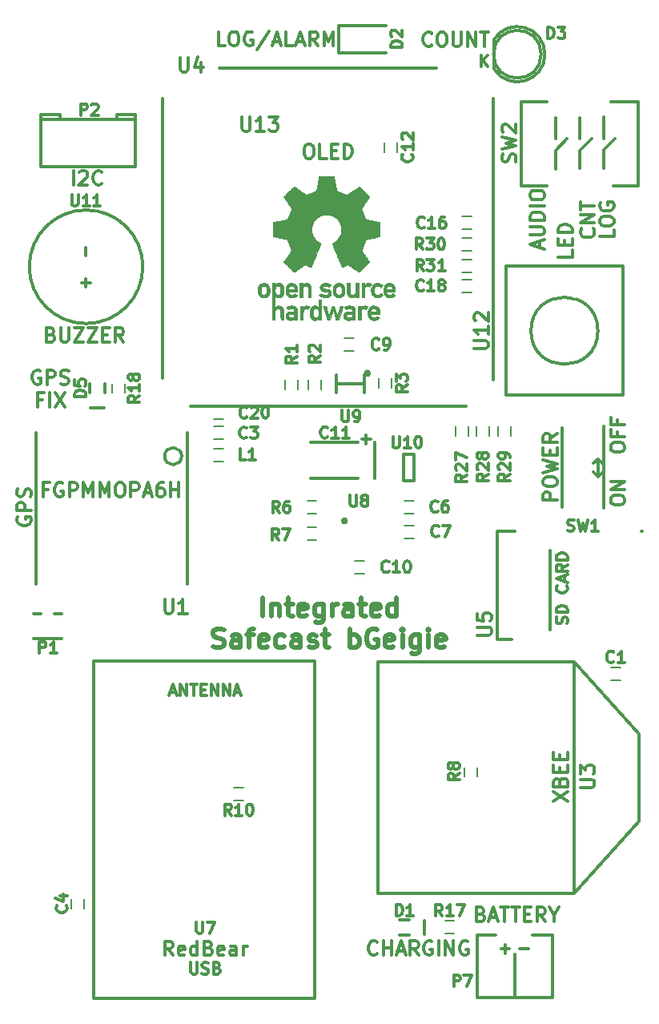
<source format=gto>
G04 #@! TF.FileFunction,Legend,Top*
%FSLAX46Y46*%
G04 Gerber Fmt 4.6, Leading zero omitted, Abs format (unit mm)*
G04 Created by KiCad (PCBNEW 4.0.0-rc1-stable) date 20.6.2016 15:05:58*
%MOMM*%
G01*
G04 APERTURE LIST*
%ADD10C,0.150000*%
%ADD11C,0.300000*%
%ADD12C,0.500000*%
%ADD13C,0.010000*%
G04 APERTURE END LIST*
D10*
D11*
X-4000000Y-48771428D02*
X-4071429Y-48914285D01*
X-4071429Y-49128571D01*
X-4000000Y-49342856D01*
X-3857143Y-49485714D01*
X-3714286Y-49557142D01*
X-3428571Y-49628571D01*
X-3214286Y-49628571D01*
X-2928571Y-49557142D01*
X-2785714Y-49485714D01*
X-2642857Y-49342856D01*
X-2571429Y-49128571D01*
X-2571429Y-48985714D01*
X-2642857Y-48771428D01*
X-2714286Y-48699999D01*
X-3214286Y-48699999D01*
X-3214286Y-48985714D01*
X-2571429Y-48057142D02*
X-4071429Y-48057142D01*
X-4071429Y-47485714D01*
X-4000000Y-47342856D01*
X-3928571Y-47271428D01*
X-3785714Y-47199999D01*
X-3571429Y-47199999D01*
X-3428571Y-47271428D01*
X-3357143Y-47342856D01*
X-3285714Y-47485714D01*
X-3285714Y-48057142D01*
X-2642857Y-46628571D02*
X-2571429Y-46414285D01*
X-2571429Y-46057142D01*
X-2642857Y-45914285D01*
X-2714286Y-45842856D01*
X-2857143Y-45771428D01*
X-3000000Y-45771428D01*
X-3142857Y-45842856D01*
X-3214286Y-45914285D01*
X-3285714Y-46057142D01*
X-3357143Y-46342856D01*
X-3428571Y-46485714D01*
X-3500000Y-46557142D01*
X-3642857Y-46628571D01*
X-3785714Y-46628571D01*
X-3928571Y-46557142D01*
X-4000000Y-46485714D01*
X-4071429Y-46342856D01*
X-4071429Y-45985714D01*
X-4000000Y-45771428D01*
D12*
X21854761Y-59254762D02*
X21854761Y-57254762D01*
X22807142Y-57921429D02*
X22807142Y-59254762D01*
X22807142Y-58111905D02*
X22902381Y-58016667D01*
X23092857Y-57921429D01*
X23378571Y-57921429D01*
X23569047Y-58016667D01*
X23664285Y-58207143D01*
X23664285Y-59254762D01*
X24330952Y-57921429D02*
X25092857Y-57921429D01*
X24616666Y-57254762D02*
X24616666Y-58969048D01*
X24711905Y-59159524D01*
X24902381Y-59254762D01*
X25092857Y-59254762D01*
X26521428Y-59159524D02*
X26330952Y-59254762D01*
X25950000Y-59254762D01*
X25759523Y-59159524D01*
X25664285Y-58969048D01*
X25664285Y-58207143D01*
X25759523Y-58016667D01*
X25950000Y-57921429D01*
X26330952Y-57921429D01*
X26521428Y-58016667D01*
X26616666Y-58207143D01*
X26616666Y-58397619D01*
X25664285Y-58588095D01*
X28330952Y-57921429D02*
X28330952Y-59540476D01*
X28235714Y-59730952D01*
X28140476Y-59826190D01*
X27950000Y-59921429D01*
X27664286Y-59921429D01*
X27473809Y-59826190D01*
X28330952Y-59159524D02*
X28140476Y-59254762D01*
X27759524Y-59254762D01*
X27569048Y-59159524D01*
X27473809Y-59064286D01*
X27378571Y-58873810D01*
X27378571Y-58302381D01*
X27473809Y-58111905D01*
X27569048Y-58016667D01*
X27759524Y-57921429D01*
X28140476Y-57921429D01*
X28330952Y-58016667D01*
X29283333Y-59254762D02*
X29283333Y-57921429D01*
X29283333Y-58302381D02*
X29378572Y-58111905D01*
X29473810Y-58016667D01*
X29664286Y-57921429D01*
X29854762Y-57921429D01*
X31378571Y-59254762D02*
X31378571Y-58207143D01*
X31283333Y-58016667D01*
X31092857Y-57921429D01*
X30711905Y-57921429D01*
X30521428Y-58016667D01*
X31378571Y-59159524D02*
X31188095Y-59254762D01*
X30711905Y-59254762D01*
X30521428Y-59159524D01*
X30426190Y-58969048D01*
X30426190Y-58778571D01*
X30521428Y-58588095D01*
X30711905Y-58492857D01*
X31188095Y-58492857D01*
X31378571Y-58397619D01*
X32045238Y-57921429D02*
X32807143Y-57921429D01*
X32330952Y-57254762D02*
X32330952Y-58969048D01*
X32426191Y-59159524D01*
X32616667Y-59254762D01*
X32807143Y-59254762D01*
X34235714Y-59159524D02*
X34045238Y-59254762D01*
X33664286Y-59254762D01*
X33473809Y-59159524D01*
X33378571Y-58969048D01*
X33378571Y-58207143D01*
X33473809Y-58016667D01*
X33664286Y-57921429D01*
X34045238Y-57921429D01*
X34235714Y-58016667D01*
X34330952Y-58207143D01*
X34330952Y-58397619D01*
X33378571Y-58588095D01*
X36045238Y-59254762D02*
X36045238Y-57254762D01*
X36045238Y-59159524D02*
X35854762Y-59254762D01*
X35473810Y-59254762D01*
X35283334Y-59159524D01*
X35188095Y-59064286D01*
X35092857Y-58873810D01*
X35092857Y-58302381D01*
X35188095Y-58111905D01*
X35283334Y-58016667D01*
X35473810Y-57921429D01*
X35854762Y-57921429D01*
X36045238Y-58016667D01*
X16664284Y-62459524D02*
X16949999Y-62554762D01*
X17426189Y-62554762D01*
X17616665Y-62459524D01*
X17711903Y-62364286D01*
X17807142Y-62173810D01*
X17807142Y-61983333D01*
X17711903Y-61792857D01*
X17616665Y-61697619D01*
X17426189Y-61602381D01*
X17045237Y-61507143D01*
X16854761Y-61411905D01*
X16759522Y-61316667D01*
X16664284Y-61126190D01*
X16664284Y-60935714D01*
X16759522Y-60745238D01*
X16854761Y-60650000D01*
X17045237Y-60554762D01*
X17521427Y-60554762D01*
X17807142Y-60650000D01*
X19521427Y-62554762D02*
X19521427Y-61507143D01*
X19426189Y-61316667D01*
X19235713Y-61221429D01*
X18854761Y-61221429D01*
X18664284Y-61316667D01*
X19521427Y-62459524D02*
X19330951Y-62554762D01*
X18854761Y-62554762D01*
X18664284Y-62459524D01*
X18569046Y-62269048D01*
X18569046Y-62078571D01*
X18664284Y-61888095D01*
X18854761Y-61792857D01*
X19330951Y-61792857D01*
X19521427Y-61697619D01*
X20188094Y-61221429D02*
X20949999Y-61221429D01*
X20473808Y-62554762D02*
X20473808Y-60840476D01*
X20569047Y-60650000D01*
X20759523Y-60554762D01*
X20949999Y-60554762D01*
X22378570Y-62459524D02*
X22188094Y-62554762D01*
X21807142Y-62554762D01*
X21616665Y-62459524D01*
X21521427Y-62269048D01*
X21521427Y-61507143D01*
X21616665Y-61316667D01*
X21807142Y-61221429D01*
X22188094Y-61221429D01*
X22378570Y-61316667D01*
X22473808Y-61507143D01*
X22473808Y-61697619D01*
X21521427Y-61888095D01*
X24188094Y-62459524D02*
X23997618Y-62554762D01*
X23616666Y-62554762D01*
X23426190Y-62459524D01*
X23330951Y-62364286D01*
X23235713Y-62173810D01*
X23235713Y-61602381D01*
X23330951Y-61411905D01*
X23426190Y-61316667D01*
X23616666Y-61221429D01*
X23997618Y-61221429D01*
X24188094Y-61316667D01*
X25902380Y-62554762D02*
X25902380Y-61507143D01*
X25807142Y-61316667D01*
X25616666Y-61221429D01*
X25235714Y-61221429D01*
X25045237Y-61316667D01*
X25902380Y-62459524D02*
X25711904Y-62554762D01*
X25235714Y-62554762D01*
X25045237Y-62459524D01*
X24949999Y-62269048D01*
X24949999Y-62078571D01*
X25045237Y-61888095D01*
X25235714Y-61792857D01*
X25711904Y-61792857D01*
X25902380Y-61697619D01*
X26759523Y-62459524D02*
X26950000Y-62554762D01*
X27330952Y-62554762D01*
X27521428Y-62459524D01*
X27616666Y-62269048D01*
X27616666Y-62173810D01*
X27521428Y-61983333D01*
X27330952Y-61888095D01*
X27045238Y-61888095D01*
X26854761Y-61792857D01*
X26759523Y-61602381D01*
X26759523Y-61507143D01*
X26854761Y-61316667D01*
X27045238Y-61221429D01*
X27330952Y-61221429D01*
X27521428Y-61316667D01*
X28188095Y-61221429D02*
X28950000Y-61221429D01*
X28473809Y-60554762D02*
X28473809Y-62269048D01*
X28569048Y-62459524D01*
X28759524Y-62554762D01*
X28950000Y-62554762D01*
X31140476Y-62554762D02*
X31140476Y-60554762D01*
X31140476Y-61316667D02*
X31330953Y-61221429D01*
X31711905Y-61221429D01*
X31902381Y-61316667D01*
X31997619Y-61411905D01*
X32092857Y-61602381D01*
X32092857Y-62173810D01*
X31997619Y-62364286D01*
X31902381Y-62459524D01*
X31711905Y-62554762D01*
X31330953Y-62554762D01*
X31140476Y-62459524D01*
X33997620Y-60650000D02*
X33807143Y-60554762D01*
X33521429Y-60554762D01*
X33235715Y-60650000D01*
X33045239Y-60840476D01*
X32950000Y-61030952D01*
X32854762Y-61411905D01*
X32854762Y-61697619D01*
X32950000Y-62078571D01*
X33045239Y-62269048D01*
X33235715Y-62459524D01*
X33521429Y-62554762D01*
X33711905Y-62554762D01*
X33997620Y-62459524D01*
X34092858Y-62364286D01*
X34092858Y-61697619D01*
X33711905Y-61697619D01*
X35711905Y-62459524D02*
X35521429Y-62554762D01*
X35140477Y-62554762D01*
X34950000Y-62459524D01*
X34854762Y-62269048D01*
X34854762Y-61507143D01*
X34950000Y-61316667D01*
X35140477Y-61221429D01*
X35521429Y-61221429D01*
X35711905Y-61316667D01*
X35807143Y-61507143D01*
X35807143Y-61697619D01*
X34854762Y-61888095D01*
X36664286Y-62554762D02*
X36664286Y-61221429D01*
X36664286Y-60554762D02*
X36569048Y-60650000D01*
X36664286Y-60745238D01*
X36759525Y-60650000D01*
X36664286Y-60554762D01*
X36664286Y-60745238D01*
X38473810Y-61221429D02*
X38473810Y-62840476D01*
X38378572Y-63030952D01*
X38283334Y-63126190D01*
X38092858Y-63221429D01*
X37807144Y-63221429D01*
X37616667Y-63126190D01*
X38473810Y-62459524D02*
X38283334Y-62554762D01*
X37902382Y-62554762D01*
X37711906Y-62459524D01*
X37616667Y-62364286D01*
X37521429Y-62173810D01*
X37521429Y-61602381D01*
X37616667Y-61411905D01*
X37711906Y-61316667D01*
X37902382Y-61221429D01*
X38283334Y-61221429D01*
X38473810Y-61316667D01*
X39426191Y-62554762D02*
X39426191Y-61221429D01*
X39426191Y-60554762D02*
X39330953Y-60650000D01*
X39426191Y-60745238D01*
X39521430Y-60650000D01*
X39426191Y-60554762D01*
X39426191Y-60745238D01*
X41140477Y-62459524D02*
X40950001Y-62554762D01*
X40569049Y-62554762D01*
X40378572Y-62459524D01*
X40283334Y-62269048D01*
X40283334Y-61507143D01*
X40378572Y-61316667D01*
X40569049Y-61221429D01*
X40950001Y-61221429D01*
X41140477Y-61316667D01*
X41235715Y-61507143D01*
X41235715Y-61697619D01*
X40283334Y-61888095D01*
D11*
X-465714Y-29482857D02*
X-251428Y-29554286D01*
X-180000Y-29625714D01*
X-108571Y-29768571D01*
X-108571Y-29982857D01*
X-180000Y-30125714D01*
X-251428Y-30197143D01*
X-394286Y-30268571D01*
X-965714Y-30268571D01*
X-965714Y-28768571D01*
X-465714Y-28768571D01*
X-322857Y-28840000D01*
X-251428Y-28911429D01*
X-180000Y-29054286D01*
X-180000Y-29197143D01*
X-251428Y-29340000D01*
X-322857Y-29411429D01*
X-465714Y-29482857D01*
X-965714Y-29482857D01*
X534286Y-28768571D02*
X534286Y-29982857D01*
X605714Y-30125714D01*
X677143Y-30197143D01*
X820000Y-30268571D01*
X1105714Y-30268571D01*
X1248572Y-30197143D01*
X1320000Y-30125714D01*
X1391429Y-29982857D01*
X1391429Y-28768571D01*
X1962858Y-28768571D02*
X2962858Y-28768571D01*
X1962858Y-30268571D01*
X2962858Y-30268571D01*
X3391429Y-28768571D02*
X4391429Y-28768571D01*
X3391429Y-30268571D01*
X4391429Y-30268571D01*
X4962857Y-29482857D02*
X5462857Y-29482857D01*
X5677143Y-30268571D02*
X4962857Y-30268571D01*
X4962857Y-28768571D01*
X5677143Y-28768571D01*
X7177143Y-30268571D02*
X6677143Y-29554286D01*
X6320000Y-30268571D02*
X6320000Y-28768571D01*
X6891428Y-28768571D01*
X7034286Y-28840000D01*
X7105714Y-28911429D01*
X7177143Y-29054286D01*
X7177143Y-29268571D01*
X7105714Y-29411429D01*
X7034286Y-29482857D01*
X6891428Y-29554286D01*
X6320000Y-29554286D01*
X44980001Y-90722857D02*
X45194287Y-90794286D01*
X45265715Y-90865714D01*
X45337144Y-91008571D01*
X45337144Y-91222857D01*
X45265715Y-91365714D01*
X45194287Y-91437143D01*
X45051429Y-91508571D01*
X44480001Y-91508571D01*
X44480001Y-90008571D01*
X44980001Y-90008571D01*
X45122858Y-90080000D01*
X45194287Y-90151429D01*
X45265715Y-90294286D01*
X45265715Y-90437143D01*
X45194287Y-90580000D01*
X45122858Y-90651429D01*
X44980001Y-90722857D01*
X44480001Y-90722857D01*
X45908572Y-91080000D02*
X46622858Y-91080000D01*
X45765715Y-91508571D02*
X46265715Y-90008571D01*
X46765715Y-91508571D01*
X47051429Y-90008571D02*
X47908572Y-90008571D01*
X47480001Y-91508571D02*
X47480001Y-90008571D01*
X48194286Y-90008571D02*
X49051429Y-90008571D01*
X48622858Y-91508571D02*
X48622858Y-90008571D01*
X49551429Y-90722857D02*
X50051429Y-90722857D01*
X50265715Y-91508571D02*
X49551429Y-91508571D01*
X49551429Y-90008571D01*
X50265715Y-90008571D01*
X51765715Y-91508571D02*
X51265715Y-90794286D01*
X50908572Y-91508571D02*
X50908572Y-90008571D01*
X51480000Y-90008571D01*
X51622858Y-90080000D01*
X51694286Y-90151429D01*
X51765715Y-90294286D01*
X51765715Y-90508571D01*
X51694286Y-90651429D01*
X51622858Y-90722857D01*
X51480000Y-90794286D01*
X50908572Y-90794286D01*
X52694286Y-90794286D02*
X52694286Y-91508571D01*
X52194286Y-90008571D02*
X52694286Y-90794286D01*
X53194286Y-90008571D01*
X34002857Y-94915714D02*
X33931428Y-94987143D01*
X33717142Y-95058571D01*
X33574285Y-95058571D01*
X33360000Y-94987143D01*
X33217142Y-94844286D01*
X33145714Y-94701429D01*
X33074285Y-94415714D01*
X33074285Y-94201429D01*
X33145714Y-93915714D01*
X33217142Y-93772857D01*
X33360000Y-93630000D01*
X33574285Y-93558571D01*
X33717142Y-93558571D01*
X33931428Y-93630000D01*
X34002857Y-93701429D01*
X34645714Y-95058571D02*
X34645714Y-93558571D01*
X34645714Y-94272857D02*
X35502857Y-94272857D01*
X35502857Y-95058571D02*
X35502857Y-93558571D01*
X36145714Y-94630000D02*
X36860000Y-94630000D01*
X36002857Y-95058571D02*
X36502857Y-93558571D01*
X37002857Y-95058571D01*
X38360000Y-95058571D02*
X37860000Y-94344286D01*
X37502857Y-95058571D02*
X37502857Y-93558571D01*
X38074285Y-93558571D01*
X38217143Y-93630000D01*
X38288571Y-93701429D01*
X38360000Y-93844286D01*
X38360000Y-94058571D01*
X38288571Y-94201429D01*
X38217143Y-94272857D01*
X38074285Y-94344286D01*
X37502857Y-94344286D01*
X39788571Y-93630000D02*
X39645714Y-93558571D01*
X39431428Y-93558571D01*
X39217143Y-93630000D01*
X39074285Y-93772857D01*
X39002857Y-93915714D01*
X38931428Y-94201429D01*
X38931428Y-94415714D01*
X39002857Y-94701429D01*
X39074285Y-94844286D01*
X39217143Y-94987143D01*
X39431428Y-95058571D01*
X39574285Y-95058571D01*
X39788571Y-94987143D01*
X39860000Y-94915714D01*
X39860000Y-94415714D01*
X39574285Y-94415714D01*
X40502857Y-95058571D02*
X40502857Y-93558571D01*
X41217143Y-95058571D02*
X41217143Y-93558571D01*
X42074286Y-95058571D01*
X42074286Y-93558571D01*
X43574286Y-93630000D02*
X43431429Y-93558571D01*
X43217143Y-93558571D01*
X43002858Y-93630000D01*
X42860000Y-93772857D01*
X42788572Y-93915714D01*
X42717143Y-94201429D01*
X42717143Y-94415714D01*
X42788572Y-94701429D01*
X42860000Y-94844286D01*
X43002858Y-94987143D01*
X43217143Y-95058571D01*
X43360000Y-95058571D01*
X43574286Y-94987143D01*
X43645715Y-94915714D01*
X43645715Y-94415714D01*
X43360000Y-94415714D01*
X1885715Y-13678571D02*
X1885715Y-12178571D01*
X2528572Y-12321429D02*
X2600001Y-12250000D01*
X2742858Y-12178571D01*
X3100001Y-12178571D01*
X3242858Y-12250000D01*
X3314287Y-12321429D01*
X3385715Y-12464286D01*
X3385715Y-12607143D01*
X3314287Y-12821429D01*
X2457144Y-13678571D01*
X3385715Y-13678571D01*
X4885715Y-13535714D02*
X4814286Y-13607143D01*
X4600000Y-13678571D01*
X4457143Y-13678571D01*
X4242858Y-13607143D01*
X4100000Y-13464286D01*
X4028572Y-13321429D01*
X3957143Y-13035714D01*
X3957143Y-12821429D01*
X4028572Y-12535714D01*
X4100000Y-12392857D01*
X4242858Y-12250000D01*
X4457143Y-12178571D01*
X4600000Y-12178571D01*
X4814286Y-12250000D01*
X4885715Y-12321429D01*
X-1621428Y-33300000D02*
X-1764285Y-33228571D01*
X-1978571Y-33228571D01*
X-2192856Y-33300000D01*
X-2335714Y-33442857D01*
X-2407142Y-33585714D01*
X-2478571Y-33871429D01*
X-2478571Y-34085714D01*
X-2407142Y-34371429D01*
X-2335714Y-34514286D01*
X-2192856Y-34657143D01*
X-1978571Y-34728571D01*
X-1835714Y-34728571D01*
X-1621428Y-34657143D01*
X-1549999Y-34585714D01*
X-1549999Y-34085714D01*
X-1835714Y-34085714D01*
X-907142Y-34728571D02*
X-907142Y-33228571D01*
X-335714Y-33228571D01*
X-192856Y-33300000D01*
X-121428Y-33371429D01*
X-49999Y-33514286D01*
X-49999Y-33728571D01*
X-121428Y-33871429D01*
X-192856Y-33942857D01*
X-335714Y-34014286D01*
X-907142Y-34014286D01*
X521429Y-34657143D02*
X735715Y-34728571D01*
X1092858Y-34728571D01*
X1235715Y-34657143D01*
X1307144Y-34585714D01*
X1378572Y-34442857D01*
X1378572Y-34300000D01*
X1307144Y-34157143D01*
X1235715Y-34085714D01*
X1092858Y-34014286D01*
X807144Y-33942857D01*
X664286Y-33871429D01*
X592858Y-33800000D01*
X521429Y-33657143D01*
X521429Y-33514286D01*
X592858Y-33371429D01*
X664286Y-33300000D01*
X807144Y-33228571D01*
X1164286Y-33228571D01*
X1378572Y-33300000D01*
X-1407142Y-36342857D02*
X-1907142Y-36342857D01*
X-1907142Y-37128571D02*
X-1907142Y-35628571D01*
X-1192856Y-35628571D01*
X-621428Y-37128571D02*
X-621428Y-35628571D01*
X-49999Y-35628571D02*
X950001Y-37128571D01*
X950001Y-35628571D02*
X-49999Y-37128571D01*
X59028571Y-18421428D02*
X59028571Y-19135714D01*
X57528571Y-19135714D01*
X57528571Y-17635714D02*
X57528571Y-17350000D01*
X57600000Y-17207142D01*
X57742857Y-17064285D01*
X58028571Y-16992857D01*
X58528571Y-16992857D01*
X58814286Y-17064285D01*
X58957143Y-17207142D01*
X59028571Y-17350000D01*
X59028571Y-17635714D01*
X58957143Y-17778571D01*
X58814286Y-17921428D01*
X58528571Y-17992857D01*
X58028571Y-17992857D01*
X57742857Y-17921428D01*
X57600000Y-17778571D01*
X57528571Y-17635714D01*
X57600000Y-15564285D02*
X57528571Y-15707142D01*
X57528571Y-15921428D01*
X57600000Y-16135713D01*
X57742857Y-16278571D01*
X57885714Y-16349999D01*
X58171429Y-16421428D01*
X58385714Y-16421428D01*
X58671429Y-16349999D01*
X58814286Y-16278571D01*
X58957143Y-16135713D01*
X59028571Y-15921428D01*
X59028571Y-15778571D01*
X58957143Y-15564285D01*
X58885714Y-15492856D01*
X58385714Y-15492856D01*
X58385714Y-15778571D01*
X56835714Y-18292857D02*
X56907143Y-18364286D01*
X56978571Y-18578572D01*
X56978571Y-18721429D01*
X56907143Y-18935714D01*
X56764286Y-19078572D01*
X56621429Y-19150000D01*
X56335714Y-19221429D01*
X56121429Y-19221429D01*
X55835714Y-19150000D01*
X55692857Y-19078572D01*
X55550000Y-18935714D01*
X55478571Y-18721429D01*
X55478571Y-18578572D01*
X55550000Y-18364286D01*
X55621429Y-18292857D01*
X56978571Y-17650000D02*
X55478571Y-17650000D01*
X56978571Y-16792857D01*
X55478571Y-16792857D01*
X55478571Y-16292857D02*
X55478571Y-15435714D01*
X56978571Y-15864285D02*
X55478571Y-15864285D01*
X54628571Y-20564285D02*
X54628571Y-21278571D01*
X53128571Y-21278571D01*
X53842857Y-20064285D02*
X53842857Y-19564285D01*
X54628571Y-19349999D02*
X54628571Y-20064285D01*
X53128571Y-20064285D01*
X53128571Y-19349999D01*
X54628571Y-18707142D02*
X53128571Y-18707142D01*
X53128571Y-18349999D01*
X53200000Y-18135714D01*
X53342857Y-17992856D01*
X53485714Y-17921428D01*
X53771429Y-17849999D01*
X53985714Y-17849999D01*
X54271429Y-17921428D01*
X54414286Y-17992856D01*
X54557143Y-18135714D01*
X54628571Y-18349999D01*
X54628571Y-18707142D01*
X39785714Y1114286D02*
X39714285Y1042857D01*
X39499999Y971429D01*
X39357142Y971429D01*
X39142857Y1042857D01*
X38999999Y1185714D01*
X38928571Y1328571D01*
X38857142Y1614286D01*
X38857142Y1828571D01*
X38928571Y2114286D01*
X38999999Y2257143D01*
X39142857Y2400000D01*
X39357142Y2471429D01*
X39499999Y2471429D01*
X39714285Y2400000D01*
X39785714Y2328571D01*
X40714285Y2471429D02*
X40999999Y2471429D01*
X41142857Y2400000D01*
X41285714Y2257143D01*
X41357142Y1971429D01*
X41357142Y1471429D01*
X41285714Y1185714D01*
X41142857Y1042857D01*
X40999999Y971429D01*
X40714285Y971429D01*
X40571428Y1042857D01*
X40428571Y1185714D01*
X40357142Y1471429D01*
X40357142Y1971429D01*
X40428571Y2257143D01*
X40571428Y2400000D01*
X40714285Y2471429D01*
X42000000Y2471429D02*
X42000000Y1257143D01*
X42071428Y1114286D01*
X42142857Y1042857D01*
X42285714Y971429D01*
X42571428Y971429D01*
X42714286Y1042857D01*
X42785714Y1114286D01*
X42857143Y1257143D01*
X42857143Y2471429D01*
X43571429Y971429D02*
X43571429Y2471429D01*
X44428572Y971429D01*
X44428572Y2471429D01*
X44928572Y2471429D02*
X45785715Y2471429D01*
X45357144Y971429D02*
X45357144Y2471429D01*
X17942857Y1021429D02*
X17228571Y1021429D01*
X17228571Y2521429D01*
X18728571Y2521429D02*
X19014285Y2521429D01*
X19157143Y2450000D01*
X19300000Y2307143D01*
X19371428Y2021429D01*
X19371428Y1521429D01*
X19300000Y1235714D01*
X19157143Y1092857D01*
X19014285Y1021429D01*
X18728571Y1021429D01*
X18585714Y1092857D01*
X18442857Y1235714D01*
X18371428Y1521429D01*
X18371428Y2021429D01*
X18442857Y2307143D01*
X18585714Y2450000D01*
X18728571Y2521429D01*
X20800000Y2450000D02*
X20657143Y2521429D01*
X20442857Y2521429D01*
X20228572Y2450000D01*
X20085714Y2307143D01*
X20014286Y2164286D01*
X19942857Y1878571D01*
X19942857Y1664286D01*
X20014286Y1378571D01*
X20085714Y1235714D01*
X20228572Y1092857D01*
X20442857Y1021429D01*
X20585714Y1021429D01*
X20800000Y1092857D01*
X20871429Y1164286D01*
X20871429Y1664286D01*
X20585714Y1664286D01*
X22585714Y2592857D02*
X21300000Y664286D01*
X23014286Y1450000D02*
X23728572Y1450000D01*
X22871429Y1021429D02*
X23371429Y2521429D01*
X23871429Y1021429D01*
X25085715Y1021429D02*
X24371429Y1021429D01*
X24371429Y2521429D01*
X25514286Y1450000D02*
X26228572Y1450000D01*
X25371429Y1021429D02*
X25871429Y2521429D01*
X26371429Y1021429D01*
X27728572Y1021429D02*
X27228572Y1735714D01*
X26871429Y1021429D02*
X26871429Y2521429D01*
X27442857Y2521429D01*
X27585715Y2450000D01*
X27657143Y2378571D01*
X27728572Y2235714D01*
X27728572Y2021429D01*
X27657143Y1878571D01*
X27585715Y1807143D01*
X27442857Y1735714D01*
X26871429Y1735714D01*
X28371429Y1021429D02*
X28371429Y2521429D01*
X28871429Y1450000D01*
X29371429Y2521429D01*
X29371429Y1021429D01*
X51225000Y-20310715D02*
X51225000Y-19596429D01*
X51653571Y-20453572D02*
X50153571Y-19953572D01*
X51653571Y-19453572D01*
X50153571Y-18953572D02*
X51367857Y-18953572D01*
X51510714Y-18882144D01*
X51582143Y-18810715D01*
X51653571Y-18667858D01*
X51653571Y-18382144D01*
X51582143Y-18239286D01*
X51510714Y-18167858D01*
X51367857Y-18096429D01*
X50153571Y-18096429D01*
X51653571Y-17382143D02*
X50153571Y-17382143D01*
X50153571Y-17025000D01*
X50225000Y-16810715D01*
X50367857Y-16667857D01*
X50510714Y-16596429D01*
X50796429Y-16525000D01*
X51010714Y-16525000D01*
X51296429Y-16596429D01*
X51439286Y-16667857D01*
X51582143Y-16810715D01*
X51653571Y-17025000D01*
X51653571Y-17382143D01*
X51653571Y-15882143D02*
X50153571Y-15882143D01*
X50153571Y-14882143D02*
X50153571Y-14596429D01*
X50225000Y-14453571D01*
X50367857Y-14310714D01*
X50653571Y-14239286D01*
X51153571Y-14239286D01*
X51439286Y-14310714D01*
X51582143Y-14453571D01*
X51653571Y-14596429D01*
X51653571Y-14882143D01*
X51582143Y-15025000D01*
X51439286Y-15167857D01*
X51153571Y-15239286D01*
X50653571Y-15239286D01*
X50367857Y-15167857D01*
X50225000Y-15025000D01*
X50153571Y-14882143D01*
X58678571Y-41528571D02*
X58678571Y-41242857D01*
X58750000Y-41099999D01*
X58892857Y-40957142D01*
X59178571Y-40885714D01*
X59678571Y-40885714D01*
X59964286Y-40957142D01*
X60107143Y-41099999D01*
X60178571Y-41242857D01*
X60178571Y-41528571D01*
X60107143Y-41671428D01*
X59964286Y-41814285D01*
X59678571Y-41885714D01*
X59178571Y-41885714D01*
X58892857Y-41814285D01*
X58750000Y-41671428D01*
X58678571Y-41528571D01*
X59392857Y-39742856D02*
X59392857Y-40242856D01*
X60178571Y-40242856D02*
X58678571Y-40242856D01*
X58678571Y-39528570D01*
X59392857Y-38457142D02*
X59392857Y-38957142D01*
X60178571Y-38957142D02*
X58678571Y-38957142D01*
X58678571Y-38242856D01*
X58678571Y-47128572D02*
X58678571Y-46842858D01*
X58750000Y-46700000D01*
X58892857Y-46557143D01*
X59178571Y-46485715D01*
X59678571Y-46485715D01*
X59964286Y-46557143D01*
X60107143Y-46700000D01*
X60178571Y-46842858D01*
X60178571Y-47128572D01*
X60107143Y-47271429D01*
X59964286Y-47414286D01*
X59678571Y-47485715D01*
X59178571Y-47485715D01*
X58892857Y-47414286D01*
X58750000Y-47271429D01*
X58678571Y-47128572D01*
X60178571Y-45842857D02*
X58678571Y-45842857D01*
X60178571Y-44985714D01*
X58678571Y-44985714D01*
X53028571Y-46964286D02*
X51528571Y-46964286D01*
X51528571Y-46392858D01*
X51600000Y-46250000D01*
X51671429Y-46178572D01*
X51814286Y-46107143D01*
X52028571Y-46107143D01*
X52171429Y-46178572D01*
X52242857Y-46250000D01*
X52314286Y-46392858D01*
X52314286Y-46964286D01*
X51528571Y-45178572D02*
X51528571Y-44892858D01*
X51600000Y-44750000D01*
X51742857Y-44607143D01*
X52028571Y-44535715D01*
X52528571Y-44535715D01*
X52814286Y-44607143D01*
X52957143Y-44750000D01*
X53028571Y-44892858D01*
X53028571Y-45178572D01*
X52957143Y-45321429D01*
X52814286Y-45464286D01*
X52528571Y-45535715D01*
X52028571Y-45535715D01*
X51742857Y-45464286D01*
X51600000Y-45321429D01*
X51528571Y-45178572D01*
X51528571Y-44035714D02*
X53028571Y-43678571D01*
X51957143Y-43392857D01*
X53028571Y-43107143D01*
X51528571Y-42750000D01*
X52242857Y-42178571D02*
X52242857Y-41678571D01*
X53028571Y-41464285D02*
X53028571Y-42178571D01*
X51528571Y-42178571D01*
X51528571Y-41464285D01*
X53028571Y-39964285D02*
X52314286Y-40464285D01*
X53028571Y-40821428D02*
X51528571Y-40821428D01*
X51528571Y-40250000D01*
X51600000Y-40107142D01*
X51671429Y-40035714D01*
X51814286Y-39964285D01*
X52028571Y-39964285D01*
X52171429Y-40035714D01*
X52242857Y-40107142D01*
X52314286Y-40250000D01*
X52314286Y-40821428D01*
X46300000Y-4550000D02*
X46300000Y-34250000D01*
X14300000Y-37050000D02*
X43400000Y-37050000D01*
X11300000Y-4550000D02*
X11300000Y-34050000D01*
X17300000Y-1300000D02*
X40300000Y-1300000D01*
D10*
X58700000Y-64625000D02*
X59700000Y-64625000D01*
X59700000Y-65975000D02*
X58700000Y-65975000D01*
X17750000Y-40525000D02*
X16750000Y-40525000D01*
X16750000Y-39175000D02*
X17750000Y-39175000D01*
X1675000Y-90100000D02*
X1675000Y-89100000D01*
X3025000Y-89100000D02*
X3025000Y-90100000D01*
X36850000Y-47025000D02*
X37850000Y-47025000D01*
X37850000Y-48375000D02*
X36850000Y-48375000D01*
X36850000Y-49675000D02*
X37850000Y-49675000D01*
X37850000Y-51025000D02*
X36850000Y-51025000D01*
X31525000Y-31200000D02*
X30525000Y-31200000D01*
X30525000Y-29850000D02*
X31525000Y-29850000D01*
X32650000Y-54725000D02*
X31650000Y-54725000D01*
X31650000Y-53375000D02*
X32650000Y-53375000D01*
D11*
X33701160Y-44699920D02*
X33701160Y-40900080D01*
X27000640Y-44699920D02*
X31999360Y-44699920D01*
X27003180Y-40900080D02*
X32001900Y-40900080D01*
D10*
X36150000Y-9175000D02*
X36150000Y-10175000D01*
X34800000Y-10175000D02*
X34800000Y-9175000D01*
D11*
X38980000Y-91720000D02*
X38980000Y-91420000D01*
X38980000Y-92820000D02*
X38980000Y-91520000D01*
X36380000Y-91345000D02*
X37380000Y-91345000D01*
X37380000Y-92895000D02*
X36380000Y-92895000D01*
X34900000Y3200000D02*
X30000000Y3200000D01*
X30000000Y3200000D02*
X29900000Y3200000D01*
X29900000Y3200000D02*
X29900000Y300000D01*
X29900000Y300000D02*
X34900000Y300000D01*
X46335112Y-1374904D02*
G75*
G03X46320000Y1650000I2484888J1524904D01*
G01*
X46320000Y-1350000D02*
X46320000Y1650000D01*
X51337936Y150000D02*
G75*
G03X51337936Y150000I-2517936J0D01*
G01*
X4800000Y-37250000D02*
X5100000Y-37250000D01*
X3700000Y-37250000D02*
X5000000Y-37250000D01*
X5175000Y-34650000D02*
X5175000Y-35650000D01*
X3625000Y-35650000D02*
X3625000Y-34650000D01*
X48550000Y-99500000D02*
X48550000Y-95000000D01*
X52550000Y-92900000D02*
X52550000Y-99500000D01*
X52550000Y-99500000D02*
X48550000Y-99500000D01*
X44550000Y-92900000D02*
X44550000Y-99500000D01*
X44550000Y-99500000D02*
X48550000Y-99500000D01*
X46550000Y-92900000D02*
X44550000Y-92900000D01*
X50450000Y-92900000D02*
X52550000Y-92900000D01*
D10*
X25650000Y-34275000D02*
X25650000Y-35275000D01*
X24300000Y-35275000D02*
X24300000Y-34275000D01*
X28100000Y-34275000D02*
X28100000Y-35275000D01*
X26750000Y-35275000D02*
X26750000Y-34275000D01*
X34200000Y-35075000D02*
X34200000Y-34075000D01*
X35550000Y-34075000D02*
X35550000Y-35075000D01*
X26600000Y-47025000D02*
X27600000Y-47025000D01*
X27600000Y-48375000D02*
X26600000Y-48375000D01*
X26600000Y-49875000D02*
X27600000Y-49875000D01*
X27600000Y-51225000D02*
X26600000Y-51225000D01*
X43225000Y-76200000D02*
X43225000Y-75200000D01*
X44575000Y-75200000D02*
X44575000Y-76200000D01*
X18850000Y-77375000D02*
X19850000Y-77375000D01*
X19850000Y-78725000D02*
X18850000Y-78725000D01*
X42160000Y-92795000D02*
X41160000Y-92795000D01*
X41160000Y-91445000D02*
X42160000Y-91445000D01*
X7325000Y-34650000D02*
X7325000Y-35650000D01*
X5975000Y-35650000D02*
X5975000Y-34650000D01*
D11*
X52850000Y-8750000D02*
X52850000Y-6600000D01*
X52850000Y-10000000D02*
X54100000Y-8750000D01*
X52850000Y-11950000D02*
X52850000Y-10050000D01*
X55450000Y-11900000D02*
X55450000Y-10000000D01*
X55450000Y-10000000D02*
X56700000Y-8750000D01*
X55450000Y-8750000D02*
X55450000Y-6600000D01*
X57950000Y-11900000D02*
X57950000Y-9950000D01*
X57950000Y-9950000D02*
X59150000Y-8750000D01*
X57950000Y-8750000D02*
X57950000Y-6500000D01*
X51950000Y-13800000D02*
X49200000Y-13800000D01*
X49200000Y-13800000D02*
X49200000Y-4850000D01*
X49200000Y-4850000D02*
X51950000Y-4850000D01*
X58950000Y-13750000D02*
X61600000Y-13750000D01*
X61600000Y-13750000D02*
X61600000Y-4850000D01*
X61600000Y-4850000D02*
X58750000Y-4850000D01*
X13326388Y-42325000D02*
G75*
G03X13326388Y-42325000I-901388J0D01*
G01*
X13925000Y-39825000D02*
X13925000Y-55825000D01*
X-2075000Y-39825000D02*
X-2075000Y-55825000D01*
X61650000Y-80900000D02*
X54850000Y-88500000D01*
X61650000Y-71700000D02*
X54850000Y-64100000D01*
X61650000Y-80900000D02*
X61650000Y-71700000D01*
X54850000Y-88500000D02*
X34050000Y-88500000D01*
X34050000Y-64100000D02*
X50350000Y-64100000D01*
X34050000Y-64100000D02*
X34050000Y-88500000D01*
X54850000Y-88500000D02*
X54850000Y-87900000D01*
X54550000Y-64100000D02*
X54850000Y-64100000D01*
X54850000Y-64100000D02*
X54850000Y-87900000D01*
X50350000Y-64100000D02*
X54550000Y-64100000D01*
X61900000Y-50300000D02*
X62000000Y-50300000D01*
X52300000Y-60700000D02*
X52300000Y-52300000D01*
X46700000Y-50300000D02*
X48600000Y-50300000D01*
X46700000Y-61700000D02*
X48200000Y-61700000D01*
X46700000Y-56300000D02*
X46700000Y-50300000D01*
X46700000Y-56300000D02*
X46700000Y-61700000D01*
X15600000Y-99600000D02*
X4000000Y-99600000D01*
X4000000Y-99600000D02*
X4000000Y-95800000D01*
X24600000Y-99600000D02*
X27400000Y-99600000D01*
X27400000Y-99600000D02*
X27400000Y-95800000D01*
X14800000Y-64000000D02*
X4000000Y-64000000D01*
X4000000Y-64000000D02*
X4000000Y-67700000D01*
X27400000Y-68200000D02*
X27400000Y-64000000D01*
X27400000Y-64000000D02*
X24600000Y-64000000D01*
X24600000Y-64000000D02*
X14800000Y-64000000D01*
X24600000Y-99600000D02*
X15600000Y-99600000D01*
X4000000Y-95800000D02*
X4000000Y-67700000D01*
X27400000Y-95800000D02*
X27400000Y-68200000D01*
X32675000Y-34675000D02*
X29675000Y-34675000D01*
X33198607Y-33575000D02*
G75*
G03X33198607Y-33575000I-223607J0D01*
G01*
X29675000Y-35575000D02*
X29675000Y-33775000D01*
X32675000Y-35575000D02*
X32675000Y-33775000D01*
X37850000Y-42100000D02*
X37850000Y-44900000D01*
X37850000Y-44900000D02*
X36800000Y-44900000D01*
X36800000Y-44900000D02*
X36800000Y-42100000D01*
X36800000Y-42100000D02*
X37850000Y-42100000D01*
X9220000Y-22310000D02*
G75*
G03X9220000Y-22310000I-6000000J0D01*
G01*
X-1525000Y-58975000D02*
X-2325000Y-58975000D01*
X675000Y-58975000D02*
X-125000Y-58975000D01*
X-2325000Y-61575000D02*
X675000Y-61575000D01*
X57350000Y-44500000D02*
X57850000Y-44000000D01*
X57350000Y-43600000D02*
X57350000Y-44500000D01*
X57350000Y-44500000D02*
X56850000Y-44000000D01*
X57350000Y-42600000D02*
X57750000Y-43100000D01*
X57350000Y-43600000D02*
X57350000Y-42600000D01*
X57350000Y-42600000D02*
X56850000Y-43100000D01*
X57950000Y-39700000D02*
X57950000Y-39200000D01*
X57950000Y-43500000D02*
X57950000Y-47800000D01*
X53550000Y-43500000D02*
X53550000Y-47700000D01*
X53550000Y-39800000D02*
X53550000Y-39300000D01*
X57950000Y-43500000D02*
X57950000Y-39700000D01*
X53550000Y-43500000D02*
X53550000Y-39800000D01*
D10*
X17750000Y-42875000D02*
X16750000Y-42875000D01*
X16750000Y-41525000D02*
X17750000Y-41525000D01*
D11*
X8450000Y-6750000D02*
X8450000Y-6250000D01*
X8450000Y-6250000D02*
X6450000Y-6250000D01*
X6450000Y-6250000D02*
X6450000Y-6750000D01*
X-1550000Y-6750000D02*
X-1550000Y-6250000D01*
X-1550000Y-6250000D02*
X450000Y-6250000D01*
X450000Y-6250000D02*
X450000Y-6750000D01*
X2950000Y-11750000D02*
X8350000Y-11750000D01*
X8350000Y-11750000D02*
X8450000Y-11750000D01*
X8450000Y-11750000D02*
X8450000Y-9250000D01*
X-1550000Y-9250000D02*
X-1550000Y-11650000D01*
X-1550000Y-11650000D02*
X-1550000Y-11750000D01*
X-1550000Y-11750000D02*
X450000Y-11750000D01*
X2950000Y-6750000D02*
X8450000Y-6750000D01*
X8450000Y-6750000D02*
X8450000Y-8250000D01*
X450000Y-6750000D02*
X-1550000Y-6750000D01*
X-1550000Y-6750000D02*
X-1550000Y-6850000D01*
X-1550000Y-8250000D02*
X-1550000Y-6850000D01*
X450000Y-11750000D02*
X2950000Y-11750000D01*
X450000Y-6750000D02*
X2950000Y-6750000D01*
X8450000Y-9250000D02*
X8450000Y-8250000D01*
X-1550000Y-9250000D02*
X-1550000Y-8250000D01*
X57338361Y-29075000D02*
G75*
G03X57338361Y-29075000I-3538361J0D01*
G01*
X47600000Y-29075000D02*
X47600000Y-35875000D01*
X47600000Y-35875000D02*
X60000000Y-35875000D01*
X60000000Y-35875000D02*
X60000000Y-29075000D01*
X53800000Y-22275000D02*
X60000000Y-22275000D01*
X60000000Y-22275000D02*
X60000000Y-26075000D01*
X53800000Y-22275000D02*
X47600000Y-22275000D01*
X47600000Y-22275000D02*
X47600000Y-26275000D01*
X47600000Y-29075000D02*
X47600000Y-26275000D01*
X60000000Y-29075000D02*
X60000000Y-26075000D01*
D10*
X42975000Y-17025000D02*
X43975000Y-17025000D01*
X43975000Y-18375000D02*
X42975000Y-18375000D01*
X42975000Y-23675000D02*
X43975000Y-23675000D01*
X43975000Y-25025000D02*
X42975000Y-25025000D01*
X43625000Y-39175000D02*
X43625000Y-40175000D01*
X42275000Y-40175000D02*
X42275000Y-39175000D01*
X45875000Y-39175000D02*
X45875000Y-40175000D01*
X44525000Y-40175000D02*
X44525000Y-39175000D01*
X46800000Y-40175000D02*
X46800000Y-39175000D01*
X48150000Y-39175000D02*
X48150000Y-40175000D01*
X43950000Y-20625000D02*
X42950000Y-20625000D01*
X42950000Y-19275000D02*
X43950000Y-19275000D01*
X43950000Y-22875000D02*
X42950000Y-22875000D01*
X42950000Y-21525000D02*
X43950000Y-21525000D01*
D13*
G36*
X24980409Y-26418108D02*
X25083978Y-26427550D01*
X25176291Y-26445878D01*
X25257530Y-26473189D01*
X25327876Y-26509576D01*
X25387513Y-26555137D01*
X25436623Y-26609966D01*
X25475388Y-26674159D01*
X25503990Y-26747812D01*
X25505473Y-26752829D01*
X25507811Y-26761875D01*
X25509856Y-26772522D01*
X25511634Y-26785780D01*
X25513168Y-26802658D01*
X25514484Y-26824168D01*
X25515605Y-26851320D01*
X25516557Y-26885124D01*
X25517363Y-26926591D01*
X25518049Y-26976731D01*
X25518640Y-27036554D01*
X25519159Y-27107071D01*
X25519631Y-27189292D01*
X25520081Y-27284228D01*
X25520433Y-27367872D01*
X25522750Y-27939372D01*
X25224629Y-27939372D01*
X25224629Y-27870429D01*
X25224098Y-27840844D01*
X25222671Y-27817675D01*
X25220596Y-27804056D01*
X25219186Y-27801769D01*
X25212211Y-27807311D01*
X25200041Y-27821275D01*
X25190226Y-27834030D01*
X25152139Y-27874382D01*
X25103272Y-27906312D01*
X25043324Y-27929924D01*
X24971992Y-27945321D01*
X24888976Y-27952607D01*
X24842239Y-27953235D01*
X24802058Y-27951906D01*
X24759861Y-27948888D01*
X24722256Y-27944714D01*
X24707217Y-27942356D01*
X24623125Y-27920794D01*
X24547527Y-27888521D01*
X24481134Y-27846387D01*
X24424654Y-27795240D01*
X24378798Y-27735929D01*
X24344274Y-27669303D01*
X24321793Y-27596210D01*
X24312065Y-27517499D01*
X24312439Y-27477439D01*
X24593257Y-27477439D01*
X24599735Y-27527796D01*
X24618935Y-27571449D01*
X24650510Y-27607999D01*
X24694110Y-27637051D01*
X24749386Y-27658207D01*
X24753090Y-27659223D01*
X24778660Y-27663759D01*
X24815118Y-27667163D01*
X24858881Y-27669391D01*
X24906364Y-27670398D01*
X24953983Y-27670141D01*
X24998154Y-27668574D01*
X25035292Y-27665654D01*
X25054276Y-27662951D01*
X25085221Y-27655207D01*
X25116709Y-27644225D01*
X25131171Y-27637751D01*
X25158339Y-27620998D01*
X25179663Y-27600239D01*
X25195857Y-27573623D01*
X25207633Y-27539298D01*
X25215704Y-27495414D01*
X25220781Y-27440118D01*
X25222719Y-27399826D01*
X25226646Y-27292080D01*
X24998852Y-27295166D01*
X24934312Y-27296106D01*
X24882450Y-27297074D01*
X24841428Y-27298193D01*
X24809410Y-27299589D01*
X24784558Y-27301385D01*
X24765036Y-27303706D01*
X24749006Y-27306677D01*
X24734633Y-27310422D01*
X24723886Y-27313796D01*
X24673194Y-27336335D01*
X24634797Y-27366422D01*
X24608801Y-27403927D01*
X24595310Y-27448717D01*
X24593257Y-27477439D01*
X24312439Y-27477439D01*
X24312507Y-27470266D01*
X24323509Y-27391000D01*
X24346803Y-27317377D01*
X24381569Y-27250646D01*
X24426985Y-27192057D01*
X24482230Y-27142859D01*
X24546480Y-27104300D01*
X24556168Y-27099812D01*
X24579281Y-27089683D01*
X24600177Y-27081345D01*
X24620579Y-27074599D01*
X24642207Y-27069245D01*
X24666785Y-27065086D01*
X24696034Y-27061920D01*
X24731676Y-27059550D01*
X24775433Y-27057775D01*
X24829028Y-27056397D01*
X24894182Y-27055217D01*
X24948857Y-27054382D01*
X25221000Y-27050372D01*
X25223056Y-26963786D01*
X25223403Y-26909061D01*
X25221114Y-26866143D01*
X25215573Y-26832464D01*
X25206164Y-26805458D01*
X25192270Y-26782559D01*
X25174791Y-26762705D01*
X25151040Y-26742162D01*
X25124473Y-26726504D01*
X25092255Y-26714726D01*
X25051552Y-26705821D01*
X24999527Y-26698786D01*
X24992400Y-26698021D01*
X24918191Y-26693926D01*
X24845681Y-26696897D01*
X24779433Y-26706634D01*
X24750561Y-26713808D01*
X24720197Y-26724178D01*
X24696212Y-26737090D01*
X24672360Y-26756259D01*
X24660667Y-26767275D01*
X24620296Y-26806377D01*
X24505200Y-26719212D01*
X24465300Y-26688753D01*
X24435847Y-26665577D01*
X24415521Y-26648467D01*
X24403004Y-26636207D01*
X24396976Y-26627581D01*
X24396119Y-26621372D01*
X24396903Y-26619341D01*
X24410749Y-26600772D01*
X24433956Y-26577208D01*
X24463476Y-26551181D01*
X24496261Y-26525222D01*
X24529263Y-26501864D01*
X24559433Y-26483638D01*
X24561705Y-26482440D01*
X24606745Y-26461121D01*
X24651437Y-26444850D01*
X24698917Y-26432956D01*
X24752324Y-26424767D01*
X24814795Y-26419613D01*
X24865400Y-26417457D01*
X24980409Y-26418108D01*
X24980409Y-26418108D01*
G37*
X24980409Y-26418108D02*
X25083978Y-26427550D01*
X25176291Y-26445878D01*
X25257530Y-26473189D01*
X25327876Y-26509576D01*
X25387513Y-26555137D01*
X25436623Y-26609966D01*
X25475388Y-26674159D01*
X25503990Y-26747812D01*
X25505473Y-26752829D01*
X25507811Y-26761875D01*
X25509856Y-26772522D01*
X25511634Y-26785780D01*
X25513168Y-26802658D01*
X25514484Y-26824168D01*
X25515605Y-26851320D01*
X25516557Y-26885124D01*
X25517363Y-26926591D01*
X25518049Y-26976731D01*
X25518640Y-27036554D01*
X25519159Y-27107071D01*
X25519631Y-27189292D01*
X25520081Y-27284228D01*
X25520433Y-27367872D01*
X25522750Y-27939372D01*
X25224629Y-27939372D01*
X25224629Y-27870429D01*
X25224098Y-27840844D01*
X25222671Y-27817675D01*
X25220596Y-27804056D01*
X25219186Y-27801769D01*
X25212211Y-27807311D01*
X25200041Y-27821275D01*
X25190226Y-27834030D01*
X25152139Y-27874382D01*
X25103272Y-27906312D01*
X25043324Y-27929924D01*
X24971992Y-27945321D01*
X24888976Y-27952607D01*
X24842239Y-27953235D01*
X24802058Y-27951906D01*
X24759861Y-27948888D01*
X24722256Y-27944714D01*
X24707217Y-27942356D01*
X24623125Y-27920794D01*
X24547527Y-27888521D01*
X24481134Y-27846387D01*
X24424654Y-27795240D01*
X24378798Y-27735929D01*
X24344274Y-27669303D01*
X24321793Y-27596210D01*
X24312065Y-27517499D01*
X24312439Y-27477439D01*
X24593257Y-27477439D01*
X24599735Y-27527796D01*
X24618935Y-27571449D01*
X24650510Y-27607999D01*
X24694110Y-27637051D01*
X24749386Y-27658207D01*
X24753090Y-27659223D01*
X24778660Y-27663759D01*
X24815118Y-27667163D01*
X24858881Y-27669391D01*
X24906364Y-27670398D01*
X24953983Y-27670141D01*
X24998154Y-27668574D01*
X25035292Y-27665654D01*
X25054276Y-27662951D01*
X25085221Y-27655207D01*
X25116709Y-27644225D01*
X25131171Y-27637751D01*
X25158339Y-27620998D01*
X25179663Y-27600239D01*
X25195857Y-27573623D01*
X25207633Y-27539298D01*
X25215704Y-27495414D01*
X25220781Y-27440118D01*
X25222719Y-27399826D01*
X25226646Y-27292080D01*
X24998852Y-27295166D01*
X24934312Y-27296106D01*
X24882450Y-27297074D01*
X24841428Y-27298193D01*
X24809410Y-27299589D01*
X24784558Y-27301385D01*
X24765036Y-27303706D01*
X24749006Y-27306677D01*
X24734633Y-27310422D01*
X24723886Y-27313796D01*
X24673194Y-27336335D01*
X24634797Y-27366422D01*
X24608801Y-27403927D01*
X24595310Y-27448717D01*
X24593257Y-27477439D01*
X24312439Y-27477439D01*
X24312507Y-27470266D01*
X24323509Y-27391000D01*
X24346803Y-27317377D01*
X24381569Y-27250646D01*
X24426985Y-27192057D01*
X24482230Y-27142859D01*
X24546480Y-27104300D01*
X24556168Y-27099812D01*
X24579281Y-27089683D01*
X24600177Y-27081345D01*
X24620579Y-27074599D01*
X24642207Y-27069245D01*
X24666785Y-27065086D01*
X24696034Y-27061920D01*
X24731676Y-27059550D01*
X24775433Y-27057775D01*
X24829028Y-27056397D01*
X24894182Y-27055217D01*
X24948857Y-27054382D01*
X25221000Y-27050372D01*
X25223056Y-26963786D01*
X25223403Y-26909061D01*
X25221114Y-26866143D01*
X25215573Y-26832464D01*
X25206164Y-26805458D01*
X25192270Y-26782559D01*
X25174791Y-26762705D01*
X25151040Y-26742162D01*
X25124473Y-26726504D01*
X25092255Y-26714726D01*
X25051552Y-26705821D01*
X24999527Y-26698786D01*
X24992400Y-26698021D01*
X24918191Y-26693926D01*
X24845681Y-26696897D01*
X24779433Y-26706634D01*
X24750561Y-26713808D01*
X24720197Y-26724178D01*
X24696212Y-26737090D01*
X24672360Y-26756259D01*
X24660667Y-26767275D01*
X24620296Y-26806377D01*
X24505200Y-26719212D01*
X24465300Y-26688753D01*
X24435847Y-26665577D01*
X24415521Y-26648467D01*
X24403004Y-26636207D01*
X24396976Y-26627581D01*
X24396119Y-26621372D01*
X24396903Y-26619341D01*
X24410749Y-26600772D01*
X24433956Y-26577208D01*
X24463476Y-26551181D01*
X24496261Y-26525222D01*
X24529263Y-26501864D01*
X24559433Y-26483638D01*
X24561705Y-26482440D01*
X24606745Y-26461121D01*
X24651437Y-26444850D01*
X24698917Y-26432956D01*
X24752324Y-26424767D01*
X24814795Y-26419613D01*
X24865400Y-26417457D01*
X24980409Y-26418108D01*
G36*
X28091200Y-27939372D02*
X27793657Y-27939372D01*
X27793657Y-27777866D01*
X27761011Y-27807958D01*
X27704926Y-27852688D01*
X27641369Y-27891526D01*
X27574602Y-27922276D01*
X27508886Y-27942743D01*
X27492967Y-27946023D01*
X27441095Y-27951897D01*
X27382484Y-27952725D01*
X27323953Y-27948638D01*
X27282029Y-27941972D01*
X27208922Y-27919511D01*
X27138726Y-27884358D01*
X27074851Y-27838327D01*
X27056909Y-27822173D01*
X27006148Y-27768892D01*
X26967280Y-27715607D01*
X26938622Y-27658959D01*
X26918490Y-27595590D01*
X26905202Y-27522139D01*
X26904727Y-27518457D01*
X26898992Y-27462360D01*
X26894634Y-27396946D01*
X26891627Y-27324643D01*
X26889949Y-27247877D01*
X26889773Y-27210681D01*
X27191779Y-27210681D01*
X27192585Y-27267248D01*
X27194521Y-27319185D01*
X27197626Y-27363762D01*
X27201936Y-27398248D01*
X27202231Y-27399920D01*
X27219659Y-27470349D01*
X27244682Y-27528698D01*
X27277822Y-27575560D01*
X27319601Y-27611530D01*
X27370540Y-27637200D01*
X27423543Y-27651778D01*
X27454964Y-27654713D01*
X27494880Y-27654102D01*
X27537847Y-27650438D01*
X27578417Y-27644215D01*
X27611146Y-27635927D01*
X27615428Y-27634390D01*
X27659388Y-27610821D01*
X27699593Y-27576537D01*
X27732078Y-27535336D01*
X27746032Y-27509289D01*
X27759328Y-27476683D01*
X27769754Y-27444407D01*
X27777621Y-27410123D01*
X27783240Y-27371493D01*
X27786922Y-27326179D01*
X27788979Y-27271844D01*
X27789721Y-27206149D01*
X27789730Y-27181000D01*
X27789381Y-27119485D01*
X27788490Y-27070285D01*
X27786936Y-27031207D01*
X27784600Y-27000059D01*
X27781362Y-26974646D01*
X27777302Y-26953646D01*
X27756663Y-26884650D01*
X27728768Y-26828039D01*
X27693100Y-26783345D01*
X27649140Y-26750097D01*
X27596373Y-26727828D01*
X27534279Y-26716066D01*
X27513640Y-26714511D01*
X27442207Y-26715718D01*
X27380508Y-26727569D01*
X27328050Y-26750406D01*
X27284340Y-26784572D01*
X27248887Y-26830410D01*
X27221198Y-26888264D01*
X27208630Y-26927000D01*
X27203425Y-26953991D01*
X27199129Y-26992740D01*
X27195779Y-27040514D01*
X27193413Y-27094583D01*
X27192067Y-27152215D01*
X27191779Y-27210681D01*
X26889773Y-27210681D01*
X26889576Y-27169077D01*
X26890482Y-27090668D01*
X26892644Y-27015079D01*
X26896039Y-26944737D01*
X26900641Y-26882070D01*
X26906427Y-26829503D01*
X26911889Y-26796372D01*
X26934977Y-26718012D01*
X26970710Y-26646089D01*
X27018251Y-26581665D01*
X27076765Y-26525799D01*
X27145414Y-26479552D01*
X27173172Y-26465113D01*
X27233739Y-26440018D01*
X27293754Y-26424350D01*
X27357887Y-26417200D01*
X27419915Y-26417173D01*
X27491262Y-26424200D01*
X27556332Y-26440187D01*
X27618224Y-26466362D01*
X27680036Y-26503955D01*
X27726182Y-26538743D01*
X27748431Y-26556581D01*
X27767831Y-26571902D01*
X27780136Y-26581357D01*
X27783102Y-26583136D01*
X27785599Y-26582997D01*
X27787668Y-26579821D01*
X27789349Y-26572492D01*
X27790682Y-26559893D01*
X27791708Y-26540905D01*
X27792466Y-26514412D01*
X27792998Y-26479297D01*
X27793342Y-26434441D01*
X27793540Y-26378728D01*
X27793631Y-26311040D01*
X27793657Y-26230260D01*
X27793657Y-25820286D01*
X28091200Y-25820286D01*
X28091200Y-27939372D01*
X28091200Y-27939372D01*
G37*
X28091200Y-27939372D02*
X27793657Y-27939372D01*
X27793657Y-27777866D01*
X27761011Y-27807958D01*
X27704926Y-27852688D01*
X27641369Y-27891526D01*
X27574602Y-27922276D01*
X27508886Y-27942743D01*
X27492967Y-27946023D01*
X27441095Y-27951897D01*
X27382484Y-27952725D01*
X27323953Y-27948638D01*
X27282029Y-27941972D01*
X27208922Y-27919511D01*
X27138726Y-27884358D01*
X27074851Y-27838327D01*
X27056909Y-27822173D01*
X27006148Y-27768892D01*
X26967280Y-27715607D01*
X26938622Y-27658959D01*
X26918490Y-27595590D01*
X26905202Y-27522139D01*
X26904727Y-27518457D01*
X26898992Y-27462360D01*
X26894634Y-27396946D01*
X26891627Y-27324643D01*
X26889949Y-27247877D01*
X26889773Y-27210681D01*
X27191779Y-27210681D01*
X27192585Y-27267248D01*
X27194521Y-27319185D01*
X27197626Y-27363762D01*
X27201936Y-27398248D01*
X27202231Y-27399920D01*
X27219659Y-27470349D01*
X27244682Y-27528698D01*
X27277822Y-27575560D01*
X27319601Y-27611530D01*
X27370540Y-27637200D01*
X27423543Y-27651778D01*
X27454964Y-27654713D01*
X27494880Y-27654102D01*
X27537847Y-27650438D01*
X27578417Y-27644215D01*
X27611146Y-27635927D01*
X27615428Y-27634390D01*
X27659388Y-27610821D01*
X27699593Y-27576537D01*
X27732078Y-27535336D01*
X27746032Y-27509289D01*
X27759328Y-27476683D01*
X27769754Y-27444407D01*
X27777621Y-27410123D01*
X27783240Y-27371493D01*
X27786922Y-27326179D01*
X27788979Y-27271844D01*
X27789721Y-27206149D01*
X27789730Y-27181000D01*
X27789381Y-27119485D01*
X27788490Y-27070285D01*
X27786936Y-27031207D01*
X27784600Y-27000059D01*
X27781362Y-26974646D01*
X27777302Y-26953646D01*
X27756663Y-26884650D01*
X27728768Y-26828039D01*
X27693100Y-26783345D01*
X27649140Y-26750097D01*
X27596373Y-26727828D01*
X27534279Y-26716066D01*
X27513640Y-26714511D01*
X27442207Y-26715718D01*
X27380508Y-26727569D01*
X27328050Y-26750406D01*
X27284340Y-26784572D01*
X27248887Y-26830410D01*
X27221198Y-26888264D01*
X27208630Y-26927000D01*
X27203425Y-26953991D01*
X27199129Y-26992740D01*
X27195779Y-27040514D01*
X27193413Y-27094583D01*
X27192067Y-27152215D01*
X27191779Y-27210681D01*
X26889773Y-27210681D01*
X26889576Y-27169077D01*
X26890482Y-27090668D01*
X26892644Y-27015079D01*
X26896039Y-26944737D01*
X26900641Y-26882070D01*
X26906427Y-26829503D01*
X26911889Y-26796372D01*
X26934977Y-26718012D01*
X26970710Y-26646089D01*
X27018251Y-26581665D01*
X27076765Y-26525799D01*
X27145414Y-26479552D01*
X27173172Y-26465113D01*
X27233739Y-26440018D01*
X27293754Y-26424350D01*
X27357887Y-26417200D01*
X27419915Y-26417173D01*
X27491262Y-26424200D01*
X27556332Y-26440187D01*
X27618224Y-26466362D01*
X27680036Y-26503955D01*
X27726182Y-26538743D01*
X27748431Y-26556581D01*
X27767831Y-26571902D01*
X27780136Y-26581357D01*
X27783102Y-26583136D01*
X27785599Y-26582997D01*
X27787668Y-26579821D01*
X27789349Y-26572492D01*
X27790682Y-26559893D01*
X27791708Y-26540905D01*
X27792466Y-26514412D01*
X27792998Y-26479297D01*
X27793342Y-26434441D01*
X27793540Y-26378728D01*
X27793631Y-26311040D01*
X27793657Y-26230260D01*
X27793657Y-25820286D01*
X28091200Y-25820286D01*
X28091200Y-27939372D01*
G36*
X31097831Y-26418074D02*
X31201019Y-26427406D01*
X31292957Y-26445570D01*
X31373867Y-26472682D01*
X31443969Y-26508858D01*
X31503486Y-26554213D01*
X31552637Y-26608865D01*
X31591646Y-26672928D01*
X31620732Y-26746520D01*
X31622639Y-26752829D01*
X31625018Y-26761786D01*
X31627100Y-26772188D01*
X31628909Y-26785046D01*
X31630471Y-26801375D01*
X31631812Y-26822185D01*
X31632957Y-26848490D01*
X31633932Y-26881302D01*
X31634761Y-26921633D01*
X31635470Y-26970497D01*
X31636085Y-27028905D01*
X31636630Y-27097870D01*
X31637132Y-27178404D01*
X31637615Y-27271520D01*
X31638060Y-27367872D01*
X31640598Y-27939372D01*
X31342400Y-27939372D01*
X31342400Y-27870429D01*
X31341786Y-27840805D01*
X31340135Y-27817557D01*
X31337734Y-27803837D01*
X31336107Y-27801486D01*
X31328717Y-27807030D01*
X31317157Y-27821086D01*
X31310993Y-27829927D01*
X31278164Y-27867126D01*
X31233355Y-27898763D01*
X31178358Y-27923851D01*
X31114966Y-27941407D01*
X31104472Y-27943396D01*
X31059061Y-27949062D01*
X31004827Y-27952076D01*
X30947119Y-27952443D01*
X30891285Y-27950169D01*
X30842672Y-27945258D01*
X30829568Y-27943140D01*
X30742691Y-27921279D01*
X30665300Y-27889082D01*
X30597807Y-27846825D01*
X30540622Y-27794788D01*
X30494158Y-27733248D01*
X30478359Y-27705447D01*
X30449717Y-27635798D01*
X30433186Y-27562054D01*
X30428535Y-27486491D01*
X30429422Y-27476962D01*
X30711188Y-27476962D01*
X30717309Y-27527710D01*
X30736022Y-27571300D01*
X30767233Y-27607624D01*
X30810849Y-27636578D01*
X30866777Y-27658056D01*
X30872505Y-27659644D01*
X30897989Y-27664121D01*
X30934387Y-27667390D01*
X30978146Y-27669433D01*
X31025714Y-27670228D01*
X31073540Y-27669757D01*
X31118071Y-27668000D01*
X31155754Y-27664937D01*
X31179507Y-27661343D01*
X31231594Y-27645352D01*
X31272012Y-27621428D01*
X31301578Y-27589043D01*
X31308352Y-27577784D01*
X31324164Y-27537890D01*
X31335057Y-27486387D01*
X31340706Y-27425436D01*
X31340973Y-27362429D01*
X31338772Y-27297114D01*
X31117429Y-27297114D01*
X31054279Y-27297169D01*
X31003746Y-27297406D01*
X30963934Y-27297939D01*
X30932944Y-27298879D01*
X30908881Y-27300338D01*
X30889848Y-27302428D01*
X30873946Y-27305261D01*
X30859280Y-27308950D01*
X30845286Y-27313183D01*
X30793742Y-27334867D01*
X30754870Y-27363459D01*
X30728411Y-27399274D01*
X30714107Y-27442629D01*
X30711188Y-27476962D01*
X30429422Y-27476962D01*
X30435531Y-27411382D01*
X30453940Y-27339001D01*
X30483530Y-27271622D01*
X30524068Y-27211518D01*
X30529633Y-27204930D01*
X30566277Y-27169689D01*
X30612992Y-27135521D01*
X30665435Y-27105208D01*
X30719263Y-27081536D01*
X30725717Y-27079236D01*
X30787229Y-27057923D01*
X31063000Y-27054147D01*
X31338772Y-27050372D01*
X31338556Y-26941514D01*
X31338271Y-26898346D01*
X31337398Y-26866851D01*
X31335612Y-26844188D01*
X31332585Y-26827517D01*
X31327994Y-26814000D01*
X31322655Y-26802942D01*
X31301661Y-26770915D01*
X31275163Y-26745773D01*
X31241214Y-26726553D01*
X31197867Y-26712294D01*
X31143174Y-26702035D01*
X31110172Y-26698021D01*
X31035061Y-26693916D01*
X30961792Y-26697061D01*
X30894895Y-26707158D01*
X30867760Y-26713982D01*
X30836846Y-26724549D01*
X30812340Y-26737706D01*
X30787889Y-26757190D01*
X30776843Y-26767457D01*
X30736023Y-26806392D01*
X30621895Y-26719321D01*
X30582268Y-26688849D01*
X30553051Y-26665691D01*
X30532919Y-26648614D01*
X30520550Y-26636386D01*
X30514620Y-26627775D01*
X30513805Y-26621549D01*
X30514620Y-26619442D01*
X30528498Y-26600818D01*
X30551740Y-26577207D01*
X30581296Y-26551140D01*
X30614117Y-26525154D01*
X30647154Y-26501781D01*
X30677357Y-26483557D01*
X30679477Y-26482440D01*
X30724517Y-26461121D01*
X30769208Y-26444850D01*
X30816688Y-26432956D01*
X30870095Y-26424767D01*
X30932566Y-26419613D01*
X30983172Y-26417457D01*
X31097831Y-26418074D01*
X31097831Y-26418074D01*
G37*
X31097831Y-26418074D02*
X31201019Y-26427406D01*
X31292957Y-26445570D01*
X31373867Y-26472682D01*
X31443969Y-26508858D01*
X31503486Y-26554213D01*
X31552637Y-26608865D01*
X31591646Y-26672928D01*
X31620732Y-26746520D01*
X31622639Y-26752829D01*
X31625018Y-26761786D01*
X31627100Y-26772188D01*
X31628909Y-26785046D01*
X31630471Y-26801375D01*
X31631812Y-26822185D01*
X31632957Y-26848490D01*
X31633932Y-26881302D01*
X31634761Y-26921633D01*
X31635470Y-26970497D01*
X31636085Y-27028905D01*
X31636630Y-27097870D01*
X31637132Y-27178404D01*
X31637615Y-27271520D01*
X31638060Y-27367872D01*
X31640598Y-27939372D01*
X31342400Y-27939372D01*
X31342400Y-27870429D01*
X31341786Y-27840805D01*
X31340135Y-27817557D01*
X31337734Y-27803837D01*
X31336107Y-27801486D01*
X31328717Y-27807030D01*
X31317157Y-27821086D01*
X31310993Y-27829927D01*
X31278164Y-27867126D01*
X31233355Y-27898763D01*
X31178358Y-27923851D01*
X31114966Y-27941407D01*
X31104472Y-27943396D01*
X31059061Y-27949062D01*
X31004827Y-27952076D01*
X30947119Y-27952443D01*
X30891285Y-27950169D01*
X30842672Y-27945258D01*
X30829568Y-27943140D01*
X30742691Y-27921279D01*
X30665300Y-27889082D01*
X30597807Y-27846825D01*
X30540622Y-27794788D01*
X30494158Y-27733248D01*
X30478359Y-27705447D01*
X30449717Y-27635798D01*
X30433186Y-27562054D01*
X30428535Y-27486491D01*
X30429422Y-27476962D01*
X30711188Y-27476962D01*
X30717309Y-27527710D01*
X30736022Y-27571300D01*
X30767233Y-27607624D01*
X30810849Y-27636578D01*
X30866777Y-27658056D01*
X30872505Y-27659644D01*
X30897989Y-27664121D01*
X30934387Y-27667390D01*
X30978146Y-27669433D01*
X31025714Y-27670228D01*
X31073540Y-27669757D01*
X31118071Y-27668000D01*
X31155754Y-27664937D01*
X31179507Y-27661343D01*
X31231594Y-27645352D01*
X31272012Y-27621428D01*
X31301578Y-27589043D01*
X31308352Y-27577784D01*
X31324164Y-27537890D01*
X31335057Y-27486387D01*
X31340706Y-27425436D01*
X31340973Y-27362429D01*
X31338772Y-27297114D01*
X31117429Y-27297114D01*
X31054279Y-27297169D01*
X31003746Y-27297406D01*
X30963934Y-27297939D01*
X30932944Y-27298879D01*
X30908881Y-27300338D01*
X30889848Y-27302428D01*
X30873946Y-27305261D01*
X30859280Y-27308950D01*
X30845286Y-27313183D01*
X30793742Y-27334867D01*
X30754870Y-27363459D01*
X30728411Y-27399274D01*
X30714107Y-27442629D01*
X30711188Y-27476962D01*
X30429422Y-27476962D01*
X30435531Y-27411382D01*
X30453940Y-27339001D01*
X30483530Y-27271622D01*
X30524068Y-27211518D01*
X30529633Y-27204930D01*
X30566277Y-27169689D01*
X30612992Y-27135521D01*
X30665435Y-27105208D01*
X30719263Y-27081536D01*
X30725717Y-27079236D01*
X30787229Y-27057923D01*
X31063000Y-27054147D01*
X31338772Y-27050372D01*
X31338556Y-26941514D01*
X31338271Y-26898346D01*
X31337398Y-26866851D01*
X31335612Y-26844188D01*
X31332585Y-26827517D01*
X31327994Y-26814000D01*
X31322655Y-26802942D01*
X31301661Y-26770915D01*
X31275163Y-26745773D01*
X31241214Y-26726553D01*
X31197867Y-26712294D01*
X31143174Y-26702035D01*
X31110172Y-26698021D01*
X31035061Y-26693916D01*
X30961792Y-26697061D01*
X30894895Y-26707158D01*
X30867760Y-26713982D01*
X30836846Y-26724549D01*
X30812340Y-26737706D01*
X30787889Y-26757190D01*
X30776843Y-26767457D01*
X30736023Y-26806392D01*
X30621895Y-26719321D01*
X30582268Y-26688849D01*
X30553051Y-26665691D01*
X30532919Y-26648614D01*
X30520550Y-26636386D01*
X30514620Y-26627775D01*
X30513805Y-26621549D01*
X30514620Y-26619442D01*
X30528498Y-26600818D01*
X30551740Y-26577207D01*
X30581296Y-26551140D01*
X30614117Y-26525154D01*
X30647154Y-26501781D01*
X30677357Y-26483557D01*
X30679477Y-26482440D01*
X30724517Y-26461121D01*
X30769208Y-26444850D01*
X30816688Y-26432956D01*
X30870095Y-26424767D01*
X30932566Y-26419613D01*
X30983172Y-26417457D01*
X31097831Y-26418074D01*
G36*
X33691790Y-26420357D02*
X33744930Y-26424927D01*
X33791894Y-26433668D01*
X33836759Y-26447500D01*
X33883600Y-26467346D01*
X33918191Y-26484503D01*
X33998406Y-26533450D01*
X34067415Y-26591570D01*
X34125423Y-26659063D01*
X34171893Y-26734686D01*
X34193166Y-26778434D01*
X34210042Y-26819539D01*
X34222991Y-26860534D01*
X34232480Y-26903956D01*
X34238979Y-26952338D01*
X34242956Y-27008217D01*
X34244880Y-27074127D01*
X34245257Y-27131480D01*
X34245257Y-27293380D01*
X33305457Y-27297114D01*
X33307719Y-27337029D01*
X33317534Y-27405625D01*
X33338251Y-27469763D01*
X33368707Y-27527495D01*
X33407737Y-27576871D01*
X33454177Y-27615945D01*
X33484809Y-27633486D01*
X33552568Y-27658280D01*
X33624619Y-27670357D01*
X33698836Y-27670022D01*
X33773095Y-27657575D01*
X33845271Y-27633322D01*
X33913239Y-27597563D01*
X33956699Y-27566237D01*
X33977065Y-27550016D01*
X33992800Y-27538174D01*
X34000809Y-27533029D01*
X34001089Y-27532972D01*
X34007458Y-27537456D01*
X34023085Y-27549946D01*
X34046213Y-27568991D01*
X34075085Y-27593146D01*
X34107944Y-27620961D01*
X34110612Y-27623233D01*
X34216581Y-27713494D01*
X34193816Y-27739422D01*
X34153288Y-27778680D01*
X34101870Y-27817847D01*
X34043057Y-27854900D01*
X33980343Y-27887817D01*
X33917223Y-27914576D01*
X33860313Y-27932390D01*
X33820065Y-27939989D01*
X33769826Y-27945828D01*
X33714033Y-27949707D01*
X33657125Y-27951427D01*
X33603539Y-27950787D01*
X33557716Y-27947587D01*
X33548572Y-27946444D01*
X33502927Y-27937674D01*
X33451180Y-27923867D01*
X33399369Y-27906894D01*
X33353532Y-27888622D01*
X33338073Y-27881294D01*
X33272370Y-27840788D01*
X33210488Y-27788384D01*
X33154973Y-27726639D01*
X33108375Y-27658112D01*
X33098855Y-27641041D01*
X33077895Y-27595453D01*
X33057691Y-27539716D01*
X33039624Y-27478181D01*
X33025075Y-27415199D01*
X33021966Y-27398714D01*
X33015417Y-27349621D01*
X33011017Y-27290221D01*
X33008767Y-27224564D01*
X33008670Y-27156698D01*
X33010727Y-27090671D01*
X33014540Y-27036243D01*
X33304564Y-27036243D01*
X33306963Y-27049309D01*
X33307591Y-27050086D01*
X33315440Y-27050903D01*
X33336312Y-27051663D01*
X33368714Y-27052347D01*
X33411156Y-27052937D01*
X33462146Y-27053414D01*
X33520191Y-27053761D01*
X33583800Y-27053959D01*
X33629610Y-27054000D01*
X33947715Y-27054000D01*
X33947588Y-27030414D01*
X33944219Y-26994794D01*
X33935404Y-26952104D01*
X33922599Y-26908042D01*
X33907263Y-26868308D01*
X33904797Y-26862997D01*
X33872225Y-26810186D01*
X33830863Y-26767289D01*
X33782538Y-26734325D01*
X33729079Y-26711316D01*
X33672314Y-26698279D01*
X33614072Y-26695235D01*
X33556181Y-26702203D01*
X33500469Y-26719204D01*
X33448765Y-26746256D01*
X33402897Y-26783379D01*
X33364693Y-26830593D01*
X33349521Y-26857029D01*
X33338426Y-26882956D01*
X33327849Y-26914712D01*
X33318481Y-26949107D01*
X33311016Y-26982953D01*
X33306146Y-27013061D01*
X33304564Y-27036243D01*
X33014540Y-27036243D01*
X33014940Y-27030534D01*
X33021312Y-26980334D01*
X33021750Y-26977800D01*
X33046233Y-26871618D01*
X33080403Y-26775839D01*
X33124116Y-26690641D01*
X33177229Y-26616202D01*
X33239598Y-26552698D01*
X33311081Y-26500308D01*
X33391535Y-26459209D01*
X33459371Y-26435408D01*
X33484506Y-26428771D01*
X33508628Y-26424165D01*
X33535305Y-26421243D01*
X33568103Y-26419661D01*
X33610590Y-26419074D01*
X33628400Y-26419039D01*
X33691790Y-26420357D01*
X33691790Y-26420357D01*
G37*
X33691790Y-26420357D02*
X33744930Y-26424927D01*
X33791894Y-26433668D01*
X33836759Y-26447500D01*
X33883600Y-26467346D01*
X33918191Y-26484503D01*
X33998406Y-26533450D01*
X34067415Y-26591570D01*
X34125423Y-26659063D01*
X34171893Y-26734686D01*
X34193166Y-26778434D01*
X34210042Y-26819539D01*
X34222991Y-26860534D01*
X34232480Y-26903956D01*
X34238979Y-26952338D01*
X34242956Y-27008217D01*
X34244880Y-27074127D01*
X34245257Y-27131480D01*
X34245257Y-27293380D01*
X33305457Y-27297114D01*
X33307719Y-27337029D01*
X33317534Y-27405625D01*
X33338251Y-27469763D01*
X33368707Y-27527495D01*
X33407737Y-27576871D01*
X33454177Y-27615945D01*
X33484809Y-27633486D01*
X33552568Y-27658280D01*
X33624619Y-27670357D01*
X33698836Y-27670022D01*
X33773095Y-27657575D01*
X33845271Y-27633322D01*
X33913239Y-27597563D01*
X33956699Y-27566237D01*
X33977065Y-27550016D01*
X33992800Y-27538174D01*
X34000809Y-27533029D01*
X34001089Y-27532972D01*
X34007458Y-27537456D01*
X34023085Y-27549946D01*
X34046213Y-27568991D01*
X34075085Y-27593146D01*
X34107944Y-27620961D01*
X34110612Y-27623233D01*
X34216581Y-27713494D01*
X34193816Y-27739422D01*
X34153288Y-27778680D01*
X34101870Y-27817847D01*
X34043057Y-27854900D01*
X33980343Y-27887817D01*
X33917223Y-27914576D01*
X33860313Y-27932390D01*
X33820065Y-27939989D01*
X33769826Y-27945828D01*
X33714033Y-27949707D01*
X33657125Y-27951427D01*
X33603539Y-27950787D01*
X33557716Y-27947587D01*
X33548572Y-27946444D01*
X33502927Y-27937674D01*
X33451180Y-27923867D01*
X33399369Y-27906894D01*
X33353532Y-27888622D01*
X33338073Y-27881294D01*
X33272370Y-27840788D01*
X33210488Y-27788384D01*
X33154973Y-27726639D01*
X33108375Y-27658112D01*
X33098855Y-27641041D01*
X33077895Y-27595453D01*
X33057691Y-27539716D01*
X33039624Y-27478181D01*
X33025075Y-27415199D01*
X33021966Y-27398714D01*
X33015417Y-27349621D01*
X33011017Y-27290221D01*
X33008767Y-27224564D01*
X33008670Y-27156698D01*
X33010727Y-27090671D01*
X33014540Y-27036243D01*
X33304564Y-27036243D01*
X33306963Y-27049309D01*
X33307591Y-27050086D01*
X33315440Y-27050903D01*
X33336312Y-27051663D01*
X33368714Y-27052347D01*
X33411156Y-27052937D01*
X33462146Y-27053414D01*
X33520191Y-27053761D01*
X33583800Y-27053959D01*
X33629610Y-27054000D01*
X33947715Y-27054000D01*
X33947588Y-27030414D01*
X33944219Y-26994794D01*
X33935404Y-26952104D01*
X33922599Y-26908042D01*
X33907263Y-26868308D01*
X33904797Y-26862997D01*
X33872225Y-26810186D01*
X33830863Y-26767289D01*
X33782538Y-26734325D01*
X33729079Y-26711316D01*
X33672314Y-26698279D01*
X33614072Y-26695235D01*
X33556181Y-26702203D01*
X33500469Y-26719204D01*
X33448765Y-26746256D01*
X33402897Y-26783379D01*
X33364693Y-26830593D01*
X33349521Y-26857029D01*
X33338426Y-26882956D01*
X33327849Y-26914712D01*
X33318481Y-26949107D01*
X33311016Y-26982953D01*
X33306146Y-27013061D01*
X33304564Y-27036243D01*
X33014540Y-27036243D01*
X33014940Y-27030534D01*
X33021312Y-26980334D01*
X33021750Y-26977800D01*
X33046233Y-26871618D01*
X33080403Y-26775839D01*
X33124116Y-26690641D01*
X33177229Y-26616202D01*
X33239598Y-26552698D01*
X33311081Y-26500308D01*
X33391535Y-26459209D01*
X33459371Y-26435408D01*
X33484506Y-26428771D01*
X33508628Y-26424165D01*
X33535305Y-26421243D01*
X33568103Y-26419661D01*
X33610590Y-26419074D01*
X33628400Y-26419039D01*
X33691790Y-26420357D01*
G36*
X23657295Y-24032387D02*
X23697000Y-24038623D01*
X23726547Y-24046799D01*
X23762822Y-24059750D01*
X23799839Y-24075250D01*
X23815649Y-24082713D01*
X23883733Y-24123994D01*
X23943733Y-24175891D01*
X23994230Y-24236600D01*
X24033810Y-24304314D01*
X24061055Y-24377227D01*
X24067459Y-24403856D01*
X24075174Y-24451606D01*
X24081419Y-24511209D01*
X24086195Y-24580159D01*
X24089501Y-24655952D01*
X24091337Y-24736083D01*
X24091703Y-24818046D01*
X24090600Y-24899338D01*
X24088027Y-24977452D01*
X24083984Y-25049885D01*
X24078470Y-25114131D01*
X24071487Y-25167685D01*
X24067476Y-25189518D01*
X24044269Y-25266219D01*
X24008442Y-25337013D01*
X23961115Y-25400668D01*
X23903408Y-25455950D01*
X23836442Y-25501626D01*
X23761337Y-25536465D01*
X23747800Y-25541235D01*
X23669094Y-25560306D01*
X23587348Y-25566291D01*
X23505400Y-25559363D01*
X23426091Y-25539694D01*
X23373594Y-25518404D01*
X23339901Y-25500441D01*
X23303175Y-25477923D01*
X23267288Y-25453503D01*
X23236108Y-25429834D01*
X23213506Y-25409568D01*
X23211176Y-25407075D01*
X23199220Y-25396065D01*
X23191504Y-25392114D01*
X23190564Y-25399193D01*
X23189668Y-25419717D01*
X23188827Y-25452617D01*
X23188051Y-25496824D01*
X23187353Y-25551268D01*
X23186742Y-25614881D01*
X23186230Y-25686593D01*
X23185827Y-25765335D01*
X23185545Y-25850037D01*
X23185394Y-25939632D01*
X23185372Y-25991406D01*
X23185372Y-26590698D01*
X23234357Y-26546461D01*
X23299865Y-26496735D01*
X23372477Y-26458459D01*
X23450182Y-26431953D01*
X23530972Y-26417536D01*
X23612835Y-26415527D01*
X23693762Y-26426244D01*
X23771743Y-26450007D01*
X23790786Y-26458134D01*
X23866723Y-26499911D01*
X23932140Y-26551643D01*
X23987108Y-26613414D01*
X24031701Y-26685310D01*
X24065992Y-26767414D01*
X24071747Y-26785486D01*
X24074818Y-26795809D01*
X24077486Y-26805817D01*
X24079786Y-26816568D01*
X24081751Y-26829121D01*
X24083413Y-26844535D01*
X24084807Y-26863868D01*
X24085965Y-26888180D01*
X24086921Y-26918529D01*
X24087708Y-26955974D01*
X24088360Y-27001573D01*
X24088909Y-27056386D01*
X24089390Y-27121471D01*
X24089835Y-27197888D01*
X24090277Y-27286694D01*
X24090751Y-27388949D01*
X24090754Y-27389643D01*
X24093269Y-27939372D01*
X23795976Y-27939372D01*
X23793080Y-27454957D01*
X23792485Y-27355947D01*
X23791911Y-27270313D01*
X23791270Y-27196919D01*
X23790475Y-27134628D01*
X23789439Y-27082302D01*
X23788073Y-27038805D01*
X23786290Y-27002999D01*
X23784003Y-26973747D01*
X23781124Y-26949913D01*
X23777565Y-26930358D01*
X23773240Y-26913947D01*
X23768060Y-26899541D01*
X23761938Y-26886004D01*
X23754787Y-26872199D01*
X23747143Y-26858136D01*
X23719288Y-26818200D01*
X23682149Y-26780767D01*
X23640383Y-26750011D01*
X23608076Y-26733534D01*
X23585610Y-26725605D01*
X23563172Y-26720571D01*
X23536404Y-26717829D01*
X23500950Y-26716774D01*
X23486543Y-26716693D01*
X23450359Y-26716913D01*
X23424365Y-26718246D01*
X23404242Y-26721464D01*
X23385670Y-26727339D01*
X23364330Y-26736642D01*
X23357912Y-26739662D01*
X23303302Y-26773406D01*
X23257544Y-26818164D01*
X23226751Y-26863910D01*
X23218945Y-26878673D01*
X23212195Y-26892998D01*
X23206422Y-26908013D01*
X23201551Y-26924844D01*
X23197504Y-26944619D01*
X23194204Y-26968463D01*
X23191575Y-26997505D01*
X23189540Y-27032869D01*
X23188022Y-27075684D01*
X23186945Y-27127076D01*
X23186232Y-27188171D01*
X23185806Y-27260096D01*
X23185590Y-27343979D01*
X23185507Y-27440945D01*
X23185498Y-27469472D01*
X23185372Y-27939372D01*
X22887829Y-27939372D01*
X22887829Y-24797029D01*
X23190372Y-24797029D01*
X23190960Y-24868182D01*
X23192931Y-24927138D01*
X23196601Y-24976173D01*
X23202284Y-25017564D01*
X23210295Y-25053589D01*
X23220948Y-25086525D01*
X23234558Y-25118647D01*
X23234895Y-25119366D01*
X23260351Y-25165604D01*
X23288571Y-25200267D01*
X23322003Y-25226292D01*
X23326012Y-25228700D01*
X23374910Y-25250228D01*
X23431944Y-25263563D01*
X23492946Y-25268208D01*
X23553743Y-25263665D01*
X23578327Y-25258870D01*
X23634200Y-25239598D01*
X23680878Y-25209983D01*
X23718793Y-25169521D01*
X23748376Y-25117708D01*
X23770058Y-25054043D01*
X23775977Y-25028300D01*
X23783490Y-24979913D01*
X23788719Y-24921452D01*
X23791691Y-24856331D01*
X23792432Y-24787967D01*
X23790969Y-24719774D01*
X23787329Y-24655166D01*
X23781538Y-24597560D01*
X23773623Y-24550368D01*
X23772199Y-24544172D01*
X23750611Y-24479788D01*
X23719592Y-24426396D01*
X23679390Y-24384168D01*
X23630250Y-24353275D01*
X23572418Y-24333890D01*
X23506140Y-24326186D01*
X23462608Y-24327229D01*
X23398374Y-24336696D01*
X23344541Y-24355708D01*
X23300022Y-24384938D01*
X23263727Y-24425063D01*
X23239907Y-24465406D01*
X23224972Y-24498389D01*
X23213237Y-24531213D01*
X23204355Y-24566200D01*
X23197980Y-24605673D01*
X23193763Y-24651955D01*
X23191359Y-24707370D01*
X23190420Y-24774238D01*
X23190372Y-24797029D01*
X22887829Y-24797029D01*
X22887829Y-24042286D01*
X23185372Y-24042286D01*
X23185372Y-24202043D01*
X23237986Y-24157865D01*
X23285086Y-24123028D01*
X23338856Y-24090993D01*
X23394685Y-24064111D01*
X23447964Y-24044730D01*
X23472029Y-24038623D01*
X23530084Y-24030610D01*
X23594225Y-24028531D01*
X23657295Y-24032387D01*
X23657295Y-24032387D01*
G37*
X23657295Y-24032387D02*
X23697000Y-24038623D01*
X23726547Y-24046799D01*
X23762822Y-24059750D01*
X23799839Y-24075250D01*
X23815649Y-24082713D01*
X23883733Y-24123994D01*
X23943733Y-24175891D01*
X23994230Y-24236600D01*
X24033810Y-24304314D01*
X24061055Y-24377227D01*
X24067459Y-24403856D01*
X24075174Y-24451606D01*
X24081419Y-24511209D01*
X24086195Y-24580159D01*
X24089501Y-24655952D01*
X24091337Y-24736083D01*
X24091703Y-24818046D01*
X24090600Y-24899338D01*
X24088027Y-24977452D01*
X24083984Y-25049885D01*
X24078470Y-25114131D01*
X24071487Y-25167685D01*
X24067476Y-25189518D01*
X24044269Y-25266219D01*
X24008442Y-25337013D01*
X23961115Y-25400668D01*
X23903408Y-25455950D01*
X23836442Y-25501626D01*
X23761337Y-25536465D01*
X23747800Y-25541235D01*
X23669094Y-25560306D01*
X23587348Y-25566291D01*
X23505400Y-25559363D01*
X23426091Y-25539694D01*
X23373594Y-25518404D01*
X23339901Y-25500441D01*
X23303175Y-25477923D01*
X23267288Y-25453503D01*
X23236108Y-25429834D01*
X23213506Y-25409568D01*
X23211176Y-25407075D01*
X23199220Y-25396065D01*
X23191504Y-25392114D01*
X23190564Y-25399193D01*
X23189668Y-25419717D01*
X23188827Y-25452617D01*
X23188051Y-25496824D01*
X23187353Y-25551268D01*
X23186742Y-25614881D01*
X23186230Y-25686593D01*
X23185827Y-25765335D01*
X23185545Y-25850037D01*
X23185394Y-25939632D01*
X23185372Y-25991406D01*
X23185372Y-26590698D01*
X23234357Y-26546461D01*
X23299865Y-26496735D01*
X23372477Y-26458459D01*
X23450182Y-26431953D01*
X23530972Y-26417536D01*
X23612835Y-26415527D01*
X23693762Y-26426244D01*
X23771743Y-26450007D01*
X23790786Y-26458134D01*
X23866723Y-26499911D01*
X23932140Y-26551643D01*
X23987108Y-26613414D01*
X24031701Y-26685310D01*
X24065992Y-26767414D01*
X24071747Y-26785486D01*
X24074818Y-26795809D01*
X24077486Y-26805817D01*
X24079786Y-26816568D01*
X24081751Y-26829121D01*
X24083413Y-26844535D01*
X24084807Y-26863868D01*
X24085965Y-26888180D01*
X24086921Y-26918529D01*
X24087708Y-26955974D01*
X24088360Y-27001573D01*
X24088909Y-27056386D01*
X24089390Y-27121471D01*
X24089835Y-27197888D01*
X24090277Y-27286694D01*
X24090751Y-27388949D01*
X24090754Y-27389643D01*
X24093269Y-27939372D01*
X23795976Y-27939372D01*
X23793080Y-27454957D01*
X23792485Y-27355947D01*
X23791911Y-27270313D01*
X23791270Y-27196919D01*
X23790475Y-27134628D01*
X23789439Y-27082302D01*
X23788073Y-27038805D01*
X23786290Y-27002999D01*
X23784003Y-26973747D01*
X23781124Y-26949913D01*
X23777565Y-26930358D01*
X23773240Y-26913947D01*
X23768060Y-26899541D01*
X23761938Y-26886004D01*
X23754787Y-26872199D01*
X23747143Y-26858136D01*
X23719288Y-26818200D01*
X23682149Y-26780767D01*
X23640383Y-26750011D01*
X23608076Y-26733534D01*
X23585610Y-26725605D01*
X23563172Y-26720571D01*
X23536404Y-26717829D01*
X23500950Y-26716774D01*
X23486543Y-26716693D01*
X23450359Y-26716913D01*
X23424365Y-26718246D01*
X23404242Y-26721464D01*
X23385670Y-26727339D01*
X23364330Y-26736642D01*
X23357912Y-26739662D01*
X23303302Y-26773406D01*
X23257544Y-26818164D01*
X23226751Y-26863910D01*
X23218945Y-26878673D01*
X23212195Y-26892998D01*
X23206422Y-26908013D01*
X23201551Y-26924844D01*
X23197504Y-26944619D01*
X23194204Y-26968463D01*
X23191575Y-26997505D01*
X23189540Y-27032869D01*
X23188022Y-27075684D01*
X23186945Y-27127076D01*
X23186232Y-27188171D01*
X23185806Y-27260096D01*
X23185590Y-27343979D01*
X23185507Y-27440945D01*
X23185498Y-27469472D01*
X23185372Y-27939372D01*
X22887829Y-27939372D01*
X22887829Y-24797029D01*
X23190372Y-24797029D01*
X23190960Y-24868182D01*
X23192931Y-24927138D01*
X23196601Y-24976173D01*
X23202284Y-25017564D01*
X23210295Y-25053589D01*
X23220948Y-25086525D01*
X23234558Y-25118647D01*
X23234895Y-25119366D01*
X23260351Y-25165604D01*
X23288571Y-25200267D01*
X23322003Y-25226292D01*
X23326012Y-25228700D01*
X23374910Y-25250228D01*
X23431944Y-25263563D01*
X23492946Y-25268208D01*
X23553743Y-25263665D01*
X23578327Y-25258870D01*
X23634200Y-25239598D01*
X23680878Y-25209983D01*
X23718793Y-25169521D01*
X23748376Y-25117708D01*
X23770058Y-25054043D01*
X23775977Y-25028300D01*
X23783490Y-24979913D01*
X23788719Y-24921452D01*
X23791691Y-24856331D01*
X23792432Y-24787967D01*
X23790969Y-24719774D01*
X23787329Y-24655166D01*
X23781538Y-24597560D01*
X23773623Y-24550368D01*
X23772199Y-24544172D01*
X23750611Y-24479788D01*
X23719592Y-24426396D01*
X23679390Y-24384168D01*
X23630250Y-24353275D01*
X23572418Y-24333890D01*
X23506140Y-24326186D01*
X23462608Y-24327229D01*
X23398374Y-24336696D01*
X23344541Y-24355708D01*
X23300022Y-24384938D01*
X23263727Y-24425063D01*
X23239907Y-24465406D01*
X23224972Y-24498389D01*
X23213237Y-24531213D01*
X23204355Y-24566200D01*
X23197980Y-24605673D01*
X23193763Y-24651955D01*
X23191359Y-24707370D01*
X23190420Y-24774238D01*
X23190372Y-24797029D01*
X22887829Y-24797029D01*
X22887829Y-24042286D01*
X23185372Y-24042286D01*
X23185372Y-24202043D01*
X23237986Y-24157865D01*
X23285086Y-24123028D01*
X23338856Y-24090993D01*
X23394685Y-24064111D01*
X23447964Y-24044730D01*
X23472029Y-24038623D01*
X23530084Y-24030610D01*
X23594225Y-24028531D01*
X23657295Y-24032387D01*
G36*
X26661965Y-26425656D02*
X26738746Y-26448305D01*
X26780141Y-26466729D01*
X26812320Y-26484191D01*
X26839508Y-26501212D01*
X26859422Y-26516160D01*
X26869782Y-26527403D01*
X26870570Y-26531445D01*
X26865439Y-26538476D01*
X26852284Y-26554908D01*
X26832474Y-26579075D01*
X26807378Y-26609314D01*
X26778365Y-26643960D01*
X26763651Y-26661429D01*
X26729706Y-26701547D01*
X26703766Y-26731758D01*
X26684526Y-26753292D01*
X26670683Y-26767379D01*
X26660934Y-26775248D01*
X26653973Y-26778130D01*
X26648498Y-26777254D01*
X26643908Y-26774377D01*
X26629910Y-26765584D01*
X26607619Y-26753220D01*
X26581848Y-26739954D01*
X26581715Y-26739888D01*
X26559283Y-26729285D01*
X26540717Y-26722504D01*
X26521568Y-26718712D01*
X26497392Y-26717075D01*
X26463741Y-26716760D01*
X26458343Y-26716773D01*
X26419186Y-26717551D01*
X26389891Y-26720046D01*
X26365843Y-26724919D01*
X26342427Y-26732829D01*
X26340439Y-26733614D01*
X26298689Y-26756092D01*
X26257836Y-26788354D01*
X26222607Y-26826187D01*
X26201888Y-26857188D01*
X26194163Y-26871805D01*
X26187478Y-26886014D01*
X26181758Y-26900933D01*
X26176927Y-26917686D01*
X26172910Y-26937391D01*
X26169631Y-26961171D01*
X26167016Y-26990146D01*
X26164988Y-27025437D01*
X26163473Y-27068165D01*
X26162394Y-27119451D01*
X26161676Y-27180415D01*
X26161245Y-27252179D01*
X26161024Y-27335863D01*
X26160937Y-27432589D01*
X26160926Y-27465843D01*
X26160800Y-27939372D01*
X25863257Y-27939372D01*
X25863257Y-26429886D01*
X26160800Y-26429886D01*
X26160800Y-26509714D01*
X26161187Y-26541793D01*
X26162235Y-26567717D01*
X26163778Y-26584558D01*
X26165361Y-26589543D01*
X26172310Y-26584882D01*
X26187105Y-26572398D01*
X26207139Y-26554335D01*
X26218016Y-26544186D01*
X26279884Y-26495538D01*
X26349302Y-26458075D01*
X26424246Y-26432076D01*
X26502688Y-26417820D01*
X26582603Y-26415587D01*
X26661965Y-26425656D01*
X26661965Y-26425656D01*
G37*
X26661965Y-26425656D02*
X26738746Y-26448305D01*
X26780141Y-26466729D01*
X26812320Y-26484191D01*
X26839508Y-26501212D01*
X26859422Y-26516160D01*
X26869782Y-26527403D01*
X26870570Y-26531445D01*
X26865439Y-26538476D01*
X26852284Y-26554908D01*
X26832474Y-26579075D01*
X26807378Y-26609314D01*
X26778365Y-26643960D01*
X26763651Y-26661429D01*
X26729706Y-26701547D01*
X26703766Y-26731758D01*
X26684526Y-26753292D01*
X26670683Y-26767379D01*
X26660934Y-26775248D01*
X26653973Y-26778130D01*
X26648498Y-26777254D01*
X26643908Y-26774377D01*
X26629910Y-26765584D01*
X26607619Y-26753220D01*
X26581848Y-26739954D01*
X26581715Y-26739888D01*
X26559283Y-26729285D01*
X26540717Y-26722504D01*
X26521568Y-26718712D01*
X26497392Y-26717075D01*
X26463741Y-26716760D01*
X26458343Y-26716773D01*
X26419186Y-26717551D01*
X26389891Y-26720046D01*
X26365843Y-26724919D01*
X26342427Y-26732829D01*
X26340439Y-26733614D01*
X26298689Y-26756092D01*
X26257836Y-26788354D01*
X26222607Y-26826187D01*
X26201888Y-26857188D01*
X26194163Y-26871805D01*
X26187478Y-26886014D01*
X26181758Y-26900933D01*
X26176927Y-26917686D01*
X26172910Y-26937391D01*
X26169631Y-26961171D01*
X26167016Y-26990146D01*
X26164988Y-27025437D01*
X26163473Y-27068165D01*
X26162394Y-27119451D01*
X26161676Y-27180415D01*
X26161245Y-27252179D01*
X26161024Y-27335863D01*
X26160937Y-27432589D01*
X26160926Y-27465843D01*
X26160800Y-27939372D01*
X25863257Y-27939372D01*
X25863257Y-26429886D01*
X26160800Y-26429886D01*
X26160800Y-26509714D01*
X26161187Y-26541793D01*
X26162235Y-26567717D01*
X26163778Y-26584558D01*
X26165361Y-26589543D01*
X26172310Y-26584882D01*
X26187105Y-26572398D01*
X26207139Y-26554335D01*
X26218016Y-26544186D01*
X26279884Y-26495538D01*
X26349302Y-26458075D01*
X26424246Y-26432076D01*
X26502688Y-26417820D01*
X26582603Y-26415587D01*
X26661965Y-26425656D01*
G36*
X29608691Y-26957663D02*
X29636001Y-27041697D01*
X29662129Y-27121572D01*
X29686721Y-27196233D01*
X29709420Y-27264625D01*
X29729872Y-27325694D01*
X29747721Y-27378386D01*
X29762611Y-27421646D01*
X29774188Y-27454420D01*
X29782097Y-27475652D01*
X29785981Y-27484290D01*
X29786206Y-27484432D01*
X29789109Y-27477385D01*
X29795499Y-27457416D01*
X29805066Y-27425615D01*
X29817499Y-27383068D01*
X29832490Y-27330865D01*
X29849726Y-27270092D01*
X29868899Y-27201838D01*
X29889697Y-27127190D01*
X29911811Y-27047237D01*
X29934930Y-26963066D01*
X29936044Y-26958996D01*
X29959156Y-26874631D01*
X29981184Y-26794401D01*
X30001825Y-26719396D01*
X30020778Y-26650707D01*
X30037740Y-26589426D01*
X30052408Y-26536642D01*
X30064480Y-26493446D01*
X30073654Y-26460930D01*
X30079626Y-26440183D01*
X30082095Y-26432298D01*
X30082119Y-26432262D01*
X30089836Y-26431564D01*
X30109921Y-26431115D01*
X30140228Y-26430923D01*
X30178612Y-26430999D01*
X30222928Y-26431351D01*
X30240525Y-26431556D01*
X30396265Y-26433514D01*
X30156148Y-27184629D01*
X29916031Y-27935743D01*
X29783922Y-27937720D01*
X29651814Y-27939698D01*
X29631693Y-27872559D01*
X29626113Y-27853933D01*
X29616784Y-27822778D01*
X29604117Y-27780469D01*
X29588524Y-27728383D01*
X29570418Y-27667896D01*
X29550208Y-27600383D01*
X29528309Y-27527219D01*
X29505131Y-27449782D01*
X29481086Y-27369447D01*
X29473601Y-27344439D01*
X29449956Y-27265790D01*
X29427391Y-27191414D01*
X29406265Y-27122450D01*
X29386937Y-27060040D01*
X29369766Y-27005323D01*
X29355112Y-26959440D01*
X29343332Y-26923530D01*
X29334787Y-26898734D01*
X29329835Y-26886191D01*
X29328863Y-26884850D01*
X29325750Y-26891857D01*
X29318851Y-26911704D01*
X29308498Y-26943314D01*
X29295028Y-26985611D01*
X29278774Y-27037519D01*
X29260072Y-27097960D01*
X29239257Y-27165859D01*
X29216662Y-27240139D01*
X29192624Y-27319722D01*
X29167476Y-27403534D01*
X29165246Y-27410993D01*
X29008397Y-27935743D01*
X28876698Y-27937720D01*
X28744999Y-27939696D01*
X28690591Y-27770805D01*
X28664172Y-27688723D01*
X28636356Y-27602164D01*
X28607469Y-27512149D01*
X28577836Y-27419702D01*
X28547784Y-27325844D01*
X28517637Y-27231598D01*
X28487722Y-27137986D01*
X28458365Y-27046031D01*
X28429891Y-26956755D01*
X28402626Y-26871181D01*
X28376896Y-26790330D01*
X28353026Y-26715225D01*
X28331343Y-26646889D01*
X28312171Y-26586343D01*
X28295837Y-26534610D01*
X28282667Y-26492713D01*
X28272986Y-26461674D01*
X28267120Y-26442515D01*
X28265372Y-26436276D01*
X28272279Y-26434398D01*
X28291604Y-26432738D01*
X28321248Y-26431383D01*
X28359117Y-26430418D01*
X28403113Y-26429929D01*
X28421197Y-26429886D01*
X28577023Y-26429886D01*
X28588000Y-26467986D01*
X28591739Y-26481312D01*
X28598965Y-26507398D01*
X28609336Y-26545002D01*
X28622511Y-26592881D01*
X28638150Y-26649796D01*
X28655912Y-26714503D01*
X28675454Y-26785763D01*
X28696438Y-26862333D01*
X28718520Y-26942972D01*
X28732667Y-26994659D01*
X28755000Y-27076116D01*
X28776286Y-27153444D01*
X28796206Y-27225505D01*
X28814443Y-27291165D01*
X28830678Y-27349289D01*
X28844595Y-27398740D01*
X28855874Y-27438383D01*
X28864198Y-27467083D01*
X28869249Y-27483704D01*
X28870664Y-27487540D01*
X28876881Y-27489158D01*
X28877180Y-27488824D01*
X28879714Y-27481604D01*
X28886364Y-27461641D01*
X28896784Y-27430002D01*
X28910624Y-27387755D01*
X28927536Y-27335965D01*
X28947173Y-27275702D01*
X28969187Y-27208031D01*
X28993229Y-27134020D01*
X29018951Y-27054737D01*
X29046006Y-26971248D01*
X29049759Y-26959657D01*
X29220130Y-26433514D01*
X29328868Y-26431520D01*
X29437605Y-26429526D01*
X29608691Y-26957663D01*
X29608691Y-26957663D01*
G37*
X29608691Y-26957663D02*
X29636001Y-27041697D01*
X29662129Y-27121572D01*
X29686721Y-27196233D01*
X29709420Y-27264625D01*
X29729872Y-27325694D01*
X29747721Y-27378386D01*
X29762611Y-27421646D01*
X29774188Y-27454420D01*
X29782097Y-27475652D01*
X29785981Y-27484290D01*
X29786206Y-27484432D01*
X29789109Y-27477385D01*
X29795499Y-27457416D01*
X29805066Y-27425615D01*
X29817499Y-27383068D01*
X29832490Y-27330865D01*
X29849726Y-27270092D01*
X29868899Y-27201838D01*
X29889697Y-27127190D01*
X29911811Y-27047237D01*
X29934930Y-26963066D01*
X29936044Y-26958996D01*
X29959156Y-26874631D01*
X29981184Y-26794401D01*
X30001825Y-26719396D01*
X30020778Y-26650707D01*
X30037740Y-26589426D01*
X30052408Y-26536642D01*
X30064480Y-26493446D01*
X30073654Y-26460930D01*
X30079626Y-26440183D01*
X30082095Y-26432298D01*
X30082119Y-26432262D01*
X30089836Y-26431564D01*
X30109921Y-26431115D01*
X30140228Y-26430923D01*
X30178612Y-26430999D01*
X30222928Y-26431351D01*
X30240525Y-26431556D01*
X30396265Y-26433514D01*
X30156148Y-27184629D01*
X29916031Y-27935743D01*
X29783922Y-27937720D01*
X29651814Y-27939698D01*
X29631693Y-27872559D01*
X29626113Y-27853933D01*
X29616784Y-27822778D01*
X29604117Y-27780469D01*
X29588524Y-27728383D01*
X29570418Y-27667896D01*
X29550208Y-27600383D01*
X29528309Y-27527219D01*
X29505131Y-27449782D01*
X29481086Y-27369447D01*
X29473601Y-27344439D01*
X29449956Y-27265790D01*
X29427391Y-27191414D01*
X29406265Y-27122450D01*
X29386937Y-27060040D01*
X29369766Y-27005323D01*
X29355112Y-26959440D01*
X29343332Y-26923530D01*
X29334787Y-26898734D01*
X29329835Y-26886191D01*
X29328863Y-26884850D01*
X29325750Y-26891857D01*
X29318851Y-26911704D01*
X29308498Y-26943314D01*
X29295028Y-26985611D01*
X29278774Y-27037519D01*
X29260072Y-27097960D01*
X29239257Y-27165859D01*
X29216662Y-27240139D01*
X29192624Y-27319722D01*
X29167476Y-27403534D01*
X29165246Y-27410993D01*
X29008397Y-27935743D01*
X28876698Y-27937720D01*
X28744999Y-27939696D01*
X28690591Y-27770805D01*
X28664172Y-27688723D01*
X28636356Y-27602164D01*
X28607469Y-27512149D01*
X28577836Y-27419702D01*
X28547784Y-27325844D01*
X28517637Y-27231598D01*
X28487722Y-27137986D01*
X28458365Y-27046031D01*
X28429891Y-26956755D01*
X28402626Y-26871181D01*
X28376896Y-26790330D01*
X28353026Y-26715225D01*
X28331343Y-26646889D01*
X28312171Y-26586343D01*
X28295837Y-26534610D01*
X28282667Y-26492713D01*
X28272986Y-26461674D01*
X28267120Y-26442515D01*
X28265372Y-26436276D01*
X28272279Y-26434398D01*
X28291604Y-26432738D01*
X28321248Y-26431383D01*
X28359117Y-26430418D01*
X28403113Y-26429929D01*
X28421197Y-26429886D01*
X28577023Y-26429886D01*
X28588000Y-26467986D01*
X28591739Y-26481312D01*
X28598965Y-26507398D01*
X28609336Y-26545002D01*
X28622511Y-26592881D01*
X28638150Y-26649796D01*
X28655912Y-26714503D01*
X28675454Y-26785763D01*
X28696438Y-26862333D01*
X28718520Y-26942972D01*
X28732667Y-26994659D01*
X28755000Y-27076116D01*
X28776286Y-27153444D01*
X28796206Y-27225505D01*
X28814443Y-27291165D01*
X28830678Y-27349289D01*
X28844595Y-27398740D01*
X28855874Y-27438383D01*
X28864198Y-27467083D01*
X28869249Y-27483704D01*
X28870664Y-27487540D01*
X28876881Y-27489158D01*
X28877180Y-27488824D01*
X28879714Y-27481604D01*
X28886364Y-27461641D01*
X28896784Y-27430002D01*
X28910624Y-27387755D01*
X28927536Y-27335965D01*
X28947173Y-27275702D01*
X28969187Y-27208031D01*
X28993229Y-27134020D01*
X29018951Y-27054737D01*
X29046006Y-26971248D01*
X29049759Y-26959657D01*
X29220130Y-26433514D01*
X29328868Y-26431520D01*
X29437605Y-26429526D01*
X29608691Y-26957663D01*
G36*
X32782508Y-26427303D02*
X32860726Y-26451522D01*
X32910975Y-26474868D01*
X32938456Y-26489283D01*
X32959121Y-26500864D01*
X32972711Y-26511354D01*
X32978964Y-26522494D01*
X32977620Y-26536027D01*
X32968420Y-26553694D01*
X32951103Y-26577238D01*
X32925409Y-26608401D01*
X32891077Y-26648924D01*
X32883662Y-26657700D01*
X32776273Y-26784985D01*
X32754208Y-26770196D01*
X32735153Y-26758669D01*
X32709694Y-26744805D01*
X32692229Y-26735975D01*
X32672273Y-26727004D01*
X32654108Y-26721309D01*
X32633450Y-26718184D01*
X32606018Y-26716920D01*
X32576115Y-26716773D01*
X32521022Y-26719334D01*
X32475963Y-26727564D01*
X32437105Y-26742840D01*
X32400614Y-26766540D01*
X32373759Y-26789497D01*
X32332139Y-26837670D01*
X32302450Y-26894089D01*
X32285801Y-26952545D01*
X32284361Y-26967557D01*
X32283049Y-26996144D01*
X32281879Y-27037364D01*
X32280864Y-27090279D01*
X32280018Y-27153947D01*
X32279354Y-27227430D01*
X32278885Y-27309787D01*
X32278623Y-27400079D01*
X32278572Y-27465019D01*
X32278572Y-27939372D01*
X31981029Y-27939372D01*
X31981029Y-26429886D01*
X32278572Y-26429886D01*
X32278572Y-26509714D01*
X32278958Y-26541793D01*
X32280007Y-26567717D01*
X32281550Y-26584558D01*
X32283132Y-26589543D01*
X32290061Y-26584878D01*
X32304877Y-26572360D01*
X32325016Y-26554206D01*
X32337062Y-26542970D01*
X32399577Y-26493678D01*
X32469151Y-26456111D01*
X32544009Y-26430479D01*
X32622373Y-26416993D01*
X32702465Y-26415864D01*
X32782508Y-26427303D01*
X32782508Y-26427303D01*
G37*
X32782508Y-26427303D02*
X32860726Y-26451522D01*
X32910975Y-26474868D01*
X32938456Y-26489283D01*
X32959121Y-26500864D01*
X32972711Y-26511354D01*
X32978964Y-26522494D01*
X32977620Y-26536027D01*
X32968420Y-26553694D01*
X32951103Y-26577238D01*
X32925409Y-26608401D01*
X32891077Y-26648924D01*
X32883662Y-26657700D01*
X32776273Y-26784985D01*
X32754208Y-26770196D01*
X32735153Y-26758669D01*
X32709694Y-26744805D01*
X32692229Y-26735975D01*
X32672273Y-26727004D01*
X32654108Y-26721309D01*
X32633450Y-26718184D01*
X32606018Y-26716920D01*
X32576115Y-26716773D01*
X32521022Y-26719334D01*
X32475963Y-26727564D01*
X32437105Y-26742840D01*
X32400614Y-26766540D01*
X32373759Y-26789497D01*
X32332139Y-26837670D01*
X32302450Y-26894089D01*
X32285801Y-26952545D01*
X32284361Y-26967557D01*
X32283049Y-26996144D01*
X32281879Y-27037364D01*
X32280864Y-27090279D01*
X32280018Y-27153947D01*
X32279354Y-27227430D01*
X32278885Y-27309787D01*
X32278623Y-27400079D01*
X32278572Y-27465019D01*
X32278572Y-27939372D01*
X31981029Y-27939372D01*
X31981029Y-26429886D01*
X32278572Y-26429886D01*
X32278572Y-26509714D01*
X32278958Y-26541793D01*
X32280007Y-26567717D01*
X32281550Y-26584558D01*
X32283132Y-26589543D01*
X32290061Y-26584878D01*
X32304877Y-26572360D01*
X32325016Y-26554206D01*
X32337062Y-26542970D01*
X32399577Y-26493678D01*
X32469151Y-26456111D01*
X32544009Y-26430479D01*
X32622373Y-26416993D01*
X32702465Y-26415864D01*
X32782508Y-26427303D01*
G36*
X22053726Y-24028736D02*
X22144449Y-24041192D01*
X22231019Y-24065370D01*
X22311177Y-24101082D01*
X22325400Y-24109099D01*
X22359076Y-24132169D01*
X22397315Y-24163796D01*
X22436826Y-24200722D01*
X22474317Y-24239690D01*
X22506494Y-24277442D01*
X22530066Y-24310721D01*
X22531337Y-24312848D01*
X22565453Y-24383031D01*
X22591927Y-24464360D01*
X22601123Y-24503818D01*
X22608358Y-24549505D01*
X22613894Y-24606524D01*
X22617732Y-24671850D01*
X22619871Y-24742456D01*
X22620311Y-24815315D01*
X22619052Y-24887402D01*
X22616092Y-24955690D01*
X22611433Y-25017154D01*
X22605073Y-25068766D01*
X22601191Y-25090240D01*
X22583044Y-25162747D01*
X22560113Y-25224934D01*
X22530290Y-25280746D01*
X22491468Y-25334128D01*
X22441537Y-25389025D01*
X22441515Y-25389048D01*
X22374507Y-25449126D01*
X22304566Y-25495791D01*
X22229645Y-25530118D01*
X22147695Y-25553181D01*
X22118572Y-25558533D01*
X22082019Y-25562525D01*
X22036357Y-25564702D01*
X21986812Y-25565071D01*
X21938609Y-25563643D01*
X21896976Y-25560425D01*
X21880275Y-25558150D01*
X21795752Y-25536982D01*
X21714351Y-25502752D01*
X21638962Y-25456905D01*
X21578920Y-25407178D01*
X21517275Y-25340484D01*
X21469019Y-25270825D01*
X21433065Y-25196316D01*
X21408327Y-25115074D01*
X21406911Y-25108736D01*
X21397205Y-25052985D01*
X21389657Y-24986345D01*
X21384440Y-24912307D01*
X21381731Y-24834361D01*
X21381728Y-24823522D01*
X21683653Y-24823522D01*
X21684599Y-24879397D01*
X21686506Y-24930651D01*
X21689376Y-24974101D01*
X21693205Y-25006562D01*
X21693590Y-25008801D01*
X21712104Y-25076242D01*
X21741688Y-25134817D01*
X21781736Y-25183852D01*
X21831642Y-25222676D01*
X21890801Y-25250616D01*
X21919000Y-25259134D01*
X21958289Y-25265146D01*
X22004957Y-25266178D01*
X22053070Y-25262564D01*
X22096694Y-25254639D01*
X22118406Y-25247891D01*
X22176922Y-25219196D01*
X22224640Y-25181803D01*
X22262594Y-25134582D01*
X22291821Y-25076404D01*
X22302069Y-25047400D01*
X22306914Y-25031204D01*
X22310679Y-25015561D01*
X22313498Y-24998393D01*
X22315506Y-24977624D01*
X22316839Y-24951177D01*
X22317632Y-24916974D01*
X22318020Y-24872939D01*
X22318139Y-24816993D01*
X22318143Y-24800657D01*
X22317945Y-24733823D01*
X22317167Y-24679452D01*
X22315537Y-24635496D01*
X22312780Y-24599907D01*
X22308625Y-24570637D01*
X22302796Y-24545637D01*
X22295021Y-24522859D01*
X22285027Y-24500256D01*
X22275534Y-24481467D01*
X22241316Y-24429625D01*
X22198089Y-24388431D01*
X22144947Y-24357198D01*
X22084512Y-24336140D01*
X22017227Y-24325972D01*
X21949270Y-24329861D01*
X21882593Y-24347586D01*
X21848032Y-24362720D01*
X21796428Y-24396565D01*
X21754003Y-24441255D01*
X21721347Y-24495936D01*
X21699055Y-24559752D01*
X21693415Y-24586269D01*
X21689526Y-24617491D01*
X21686607Y-24660011D01*
X21684656Y-24710645D01*
X21683672Y-24766210D01*
X21683653Y-24823522D01*
X21381728Y-24823522D01*
X21381706Y-24755996D01*
X21384538Y-24680703D01*
X21385020Y-24672945D01*
X21391132Y-24596766D01*
X21399152Y-24532204D01*
X21409695Y-24476423D01*
X21423375Y-24426583D01*
X21440806Y-24379848D01*
X21455400Y-24347805D01*
X21470695Y-24317739D01*
X21485302Y-24293124D01*
X21501876Y-24270440D01*
X21523073Y-24246171D01*
X21551547Y-24216795D01*
X21562441Y-24205930D01*
X21607534Y-24163200D01*
X21647877Y-24130046D01*
X21687022Y-24104137D01*
X21728520Y-24083140D01*
X21775919Y-24064724D01*
X21779219Y-24063585D01*
X21868852Y-24039745D01*
X21961108Y-24028191D01*
X22053726Y-24028736D01*
X22053726Y-24028736D01*
G37*
X22053726Y-24028736D02*
X22144449Y-24041192D01*
X22231019Y-24065370D01*
X22311177Y-24101082D01*
X22325400Y-24109099D01*
X22359076Y-24132169D01*
X22397315Y-24163796D01*
X22436826Y-24200722D01*
X22474317Y-24239690D01*
X22506494Y-24277442D01*
X22530066Y-24310721D01*
X22531337Y-24312848D01*
X22565453Y-24383031D01*
X22591927Y-24464360D01*
X22601123Y-24503818D01*
X22608358Y-24549505D01*
X22613894Y-24606524D01*
X22617732Y-24671850D01*
X22619871Y-24742456D01*
X22620311Y-24815315D01*
X22619052Y-24887402D01*
X22616092Y-24955690D01*
X22611433Y-25017154D01*
X22605073Y-25068766D01*
X22601191Y-25090240D01*
X22583044Y-25162747D01*
X22560113Y-25224934D01*
X22530290Y-25280746D01*
X22491468Y-25334128D01*
X22441537Y-25389025D01*
X22441515Y-25389048D01*
X22374507Y-25449126D01*
X22304566Y-25495791D01*
X22229645Y-25530118D01*
X22147695Y-25553181D01*
X22118572Y-25558533D01*
X22082019Y-25562525D01*
X22036357Y-25564702D01*
X21986812Y-25565071D01*
X21938609Y-25563643D01*
X21896976Y-25560425D01*
X21880275Y-25558150D01*
X21795752Y-25536982D01*
X21714351Y-25502752D01*
X21638962Y-25456905D01*
X21578920Y-25407178D01*
X21517275Y-25340484D01*
X21469019Y-25270825D01*
X21433065Y-25196316D01*
X21408327Y-25115074D01*
X21406911Y-25108736D01*
X21397205Y-25052985D01*
X21389657Y-24986345D01*
X21384440Y-24912307D01*
X21381731Y-24834361D01*
X21381728Y-24823522D01*
X21683653Y-24823522D01*
X21684599Y-24879397D01*
X21686506Y-24930651D01*
X21689376Y-24974101D01*
X21693205Y-25006562D01*
X21693590Y-25008801D01*
X21712104Y-25076242D01*
X21741688Y-25134817D01*
X21781736Y-25183852D01*
X21831642Y-25222676D01*
X21890801Y-25250616D01*
X21919000Y-25259134D01*
X21958289Y-25265146D01*
X22004957Y-25266178D01*
X22053070Y-25262564D01*
X22096694Y-25254639D01*
X22118406Y-25247891D01*
X22176922Y-25219196D01*
X22224640Y-25181803D01*
X22262594Y-25134582D01*
X22291821Y-25076404D01*
X22302069Y-25047400D01*
X22306914Y-25031204D01*
X22310679Y-25015561D01*
X22313498Y-24998393D01*
X22315506Y-24977624D01*
X22316839Y-24951177D01*
X22317632Y-24916974D01*
X22318020Y-24872939D01*
X22318139Y-24816993D01*
X22318143Y-24800657D01*
X22317945Y-24733823D01*
X22317167Y-24679452D01*
X22315537Y-24635496D01*
X22312780Y-24599907D01*
X22308625Y-24570637D01*
X22302796Y-24545637D01*
X22295021Y-24522859D01*
X22285027Y-24500256D01*
X22275534Y-24481467D01*
X22241316Y-24429625D01*
X22198089Y-24388431D01*
X22144947Y-24357198D01*
X22084512Y-24336140D01*
X22017227Y-24325972D01*
X21949270Y-24329861D01*
X21882593Y-24347586D01*
X21848032Y-24362720D01*
X21796428Y-24396565D01*
X21754003Y-24441255D01*
X21721347Y-24495936D01*
X21699055Y-24559752D01*
X21693415Y-24586269D01*
X21689526Y-24617491D01*
X21686607Y-24660011D01*
X21684656Y-24710645D01*
X21683672Y-24766210D01*
X21683653Y-24823522D01*
X21381728Y-24823522D01*
X21381706Y-24755996D01*
X21384538Y-24680703D01*
X21385020Y-24672945D01*
X21391132Y-24596766D01*
X21399152Y-24532204D01*
X21409695Y-24476423D01*
X21423375Y-24426583D01*
X21440806Y-24379848D01*
X21455400Y-24347805D01*
X21470695Y-24317739D01*
X21485302Y-24293124D01*
X21501876Y-24270440D01*
X21523073Y-24246171D01*
X21551547Y-24216795D01*
X21562441Y-24205930D01*
X21607534Y-24163200D01*
X21647877Y-24130046D01*
X21687022Y-24104137D01*
X21728520Y-24083140D01*
X21775919Y-24064724D01*
X21779219Y-24063585D01*
X21868852Y-24039745D01*
X21961108Y-24028191D01*
X22053726Y-24028736D01*
G36*
X25018806Y-24034508D02*
X25110257Y-24054242D01*
X25195320Y-24086258D01*
X25273143Y-24129842D01*
X25342876Y-24184281D01*
X25403666Y-24248860D01*
X25454663Y-24322864D01*
X25495014Y-24405579D01*
X25523869Y-24496291D01*
X25533056Y-24540556D01*
X25538224Y-24581310D01*
X25541727Y-24635015D01*
X25543594Y-24702226D01*
X25543943Y-24754383D01*
X25543943Y-24905780D01*
X24604143Y-24909514D01*
X24605916Y-24956686D01*
X24614389Y-25021710D01*
X24633987Y-25083679D01*
X24663375Y-25139905D01*
X24701222Y-25187700D01*
X24734946Y-25216822D01*
X24786338Y-25247882D01*
X24841099Y-25268838D01*
X24903683Y-25281326D01*
X24913812Y-25282547D01*
X24990463Y-25284998D01*
X25063711Y-25274454D01*
X25134886Y-25250517D01*
X25205314Y-25212787D01*
X25250206Y-25181523D01*
X25274588Y-25163597D01*
X25290565Y-25153671D01*
X25300924Y-25150504D01*
X25308456Y-25152856D01*
X25310752Y-25154595D01*
X25367148Y-25202107D01*
X25414743Y-25242709D01*
X25453054Y-25275976D01*
X25481601Y-25301484D01*
X25499901Y-25318808D01*
X25507471Y-25327522D01*
X25507657Y-25328148D01*
X25502344Y-25337365D01*
X25488033Y-25353251D01*
X25467164Y-25373539D01*
X25442181Y-25395967D01*
X25415525Y-25418269D01*
X25389637Y-25438182D01*
X25386779Y-25440246D01*
X25332268Y-25474333D01*
X25269136Y-25505688D01*
X25203277Y-25531599D01*
X25159315Y-25544888D01*
X25116255Y-25553332D01*
X25063428Y-25559513D01*
X25005288Y-25563278D01*
X24946291Y-25564477D01*
X24890893Y-25562958D01*
X24843549Y-25558568D01*
X24828749Y-25556145D01*
X24765042Y-25542103D01*
X24710694Y-25525592D01*
X24660566Y-25504924D01*
X24636258Y-25492908D01*
X24559527Y-25445255D01*
X24492807Y-25387129D01*
X24436126Y-25318600D01*
X24389516Y-25239734D01*
X24353008Y-25150599D01*
X24326632Y-25051262D01*
X24310418Y-24941793D01*
X24304398Y-24822257D01*
X24305156Y-24760743D01*
X24313254Y-24647951D01*
X24600515Y-24647951D01*
X24600515Y-24666400D01*
X24923457Y-24666400D01*
X25000442Y-24666372D01*
X25064158Y-24666253D01*
X25115852Y-24665997D01*
X25156769Y-24665552D01*
X25188156Y-24664871D01*
X25211259Y-24663904D01*
X25227324Y-24662602D01*
X25237596Y-24660916D01*
X25243321Y-24658797D01*
X25245747Y-24656196D01*
X25246147Y-24653700D01*
X25244796Y-24640713D01*
X25241454Y-24617978D01*
X25236795Y-24590016D01*
X25235911Y-24585014D01*
X25217271Y-24514615D01*
X25188405Y-24453226D01*
X25149961Y-24401634D01*
X25102592Y-24360630D01*
X25046948Y-24331003D01*
X25018620Y-24321374D01*
X24975297Y-24313570D01*
X24924460Y-24311454D01*
X24871829Y-24314756D01*
X24823124Y-24323205D01*
X24794667Y-24331946D01*
X24747856Y-24357069D01*
X24704239Y-24393759D01*
X24666956Y-24439066D01*
X24649298Y-24468463D01*
X24634274Y-24502537D01*
X24620474Y-24543414D01*
X24609328Y-24585832D01*
X24602268Y-24624529D01*
X24600515Y-24647951D01*
X24313254Y-24647951D01*
X24313808Y-24640239D01*
X24331930Y-24530651D01*
X24359582Y-24431848D01*
X24396822Y-24343694D01*
X24443710Y-24266056D01*
X24500308Y-24198800D01*
X24566673Y-24141792D01*
X24588457Y-24126694D01*
X24668098Y-24081841D01*
X24750624Y-24050736D01*
X24837676Y-24032894D01*
X24921819Y-24027772D01*
X25018806Y-24034508D01*
X25018806Y-24034508D01*
G37*
X25018806Y-24034508D02*
X25110257Y-24054242D01*
X25195320Y-24086258D01*
X25273143Y-24129842D01*
X25342876Y-24184281D01*
X25403666Y-24248860D01*
X25454663Y-24322864D01*
X25495014Y-24405579D01*
X25523869Y-24496291D01*
X25533056Y-24540556D01*
X25538224Y-24581310D01*
X25541727Y-24635015D01*
X25543594Y-24702226D01*
X25543943Y-24754383D01*
X25543943Y-24905780D01*
X24604143Y-24909514D01*
X24605916Y-24956686D01*
X24614389Y-25021710D01*
X24633987Y-25083679D01*
X24663375Y-25139905D01*
X24701222Y-25187700D01*
X24734946Y-25216822D01*
X24786338Y-25247882D01*
X24841099Y-25268838D01*
X24903683Y-25281326D01*
X24913812Y-25282547D01*
X24990463Y-25284998D01*
X25063711Y-25274454D01*
X25134886Y-25250517D01*
X25205314Y-25212787D01*
X25250206Y-25181523D01*
X25274588Y-25163597D01*
X25290565Y-25153671D01*
X25300924Y-25150504D01*
X25308456Y-25152856D01*
X25310752Y-25154595D01*
X25367148Y-25202107D01*
X25414743Y-25242709D01*
X25453054Y-25275976D01*
X25481601Y-25301484D01*
X25499901Y-25318808D01*
X25507471Y-25327522D01*
X25507657Y-25328148D01*
X25502344Y-25337365D01*
X25488033Y-25353251D01*
X25467164Y-25373539D01*
X25442181Y-25395967D01*
X25415525Y-25418269D01*
X25389637Y-25438182D01*
X25386779Y-25440246D01*
X25332268Y-25474333D01*
X25269136Y-25505688D01*
X25203277Y-25531599D01*
X25159315Y-25544888D01*
X25116255Y-25553332D01*
X25063428Y-25559513D01*
X25005288Y-25563278D01*
X24946291Y-25564477D01*
X24890893Y-25562958D01*
X24843549Y-25558568D01*
X24828749Y-25556145D01*
X24765042Y-25542103D01*
X24710694Y-25525592D01*
X24660566Y-25504924D01*
X24636258Y-25492908D01*
X24559527Y-25445255D01*
X24492807Y-25387129D01*
X24436126Y-25318600D01*
X24389516Y-25239734D01*
X24353008Y-25150599D01*
X24326632Y-25051262D01*
X24310418Y-24941793D01*
X24304398Y-24822257D01*
X24305156Y-24760743D01*
X24313254Y-24647951D01*
X24600515Y-24647951D01*
X24600515Y-24666400D01*
X24923457Y-24666400D01*
X25000442Y-24666372D01*
X25064158Y-24666253D01*
X25115852Y-24665997D01*
X25156769Y-24665552D01*
X25188156Y-24664871D01*
X25211259Y-24663904D01*
X25227324Y-24662602D01*
X25237596Y-24660916D01*
X25243321Y-24658797D01*
X25245747Y-24656196D01*
X25246147Y-24653700D01*
X25244796Y-24640713D01*
X25241454Y-24617978D01*
X25236795Y-24590016D01*
X25235911Y-24585014D01*
X25217271Y-24514615D01*
X25188405Y-24453226D01*
X25149961Y-24401634D01*
X25102592Y-24360630D01*
X25046948Y-24331003D01*
X25018620Y-24321374D01*
X24975297Y-24313570D01*
X24924460Y-24311454D01*
X24871829Y-24314756D01*
X24823124Y-24323205D01*
X24794667Y-24331946D01*
X24747856Y-24357069D01*
X24704239Y-24393759D01*
X24666956Y-24439066D01*
X24649298Y-24468463D01*
X24634274Y-24502537D01*
X24620474Y-24543414D01*
X24609328Y-24585832D01*
X24602268Y-24624529D01*
X24600515Y-24647951D01*
X24313254Y-24647951D01*
X24313808Y-24640239D01*
X24331930Y-24530651D01*
X24359582Y-24431848D01*
X24396822Y-24343694D01*
X24443710Y-24266056D01*
X24500308Y-24198800D01*
X24566673Y-24141792D01*
X24588457Y-24126694D01*
X24668098Y-24081841D01*
X24750624Y-24050736D01*
X24837676Y-24032894D01*
X24921819Y-24027772D01*
X25018806Y-24034508D01*
G36*
X28586280Y-24033351D02*
X28656801Y-24038136D01*
X28719751Y-24047156D01*
X28778460Y-24061105D01*
X28836257Y-24080674D01*
X28896474Y-24106557D01*
X28922143Y-24118912D01*
X28952881Y-24135206D01*
X28985262Y-24154239D01*
X29016810Y-24174322D01*
X29045049Y-24193765D01*
X29067501Y-24210877D01*
X29081690Y-24223968D01*
X29085429Y-24230345D01*
X29080962Y-24237606D01*
X29068757Y-24253572D01*
X29050611Y-24276124D01*
X29028318Y-24303146D01*
X29003676Y-24332517D01*
X28978480Y-24362119D01*
X28954524Y-24389834D01*
X28933606Y-24413544D01*
X28917521Y-24431130D01*
X28908065Y-24440472D01*
X28906505Y-24441429D01*
X28898617Y-24437929D01*
X28881984Y-24428748D01*
X28860191Y-24415867D01*
X28859958Y-24415726D01*
X28784668Y-24375138D01*
X28707673Y-24343210D01*
X28644930Y-24324527D01*
X28613852Y-24317858D01*
X28585065Y-24313679D01*
X28554047Y-24311644D01*
X28516278Y-24311408D01*
X28483086Y-24312136D01*
X28441622Y-24313612D01*
X28411249Y-24315629D01*
X28388543Y-24318717D01*
X28370080Y-24323408D01*
X28352438Y-24330230D01*
X28345200Y-24333510D01*
X28300272Y-24360088D01*
X28268386Y-24392429D01*
X28248877Y-24431520D01*
X28241079Y-24478351D01*
X28240866Y-24488600D01*
X28247225Y-24531271D01*
X28266192Y-24566871D01*
X28297614Y-24595246D01*
X28341340Y-24616242D01*
X28376628Y-24625932D01*
X28399584Y-24629762D01*
X28433999Y-24634143D01*
X28476845Y-24638756D01*
X28525093Y-24643282D01*
X28575715Y-24647401D01*
X28590609Y-24648488D01*
X28672686Y-24655317D01*
X28742177Y-24663564D01*
X28800988Y-24673819D01*
X28851022Y-24686673D01*
X28894186Y-24702718D01*
X28932384Y-24722543D01*
X28967521Y-24746739D01*
X29001502Y-24775899D01*
X29001529Y-24775924D01*
X29047236Y-24828304D01*
X29083054Y-24889450D01*
X29108626Y-24957182D01*
X29123594Y-25029320D01*
X29127603Y-25103685D01*
X29120295Y-25178098D01*
X29101314Y-25250379D01*
X29085526Y-25288954D01*
X29062977Y-25326750D01*
X29030565Y-25367313D01*
X28991594Y-25407297D01*
X28949366Y-25443354D01*
X28907183Y-25472140D01*
X28901585Y-25475335D01*
X28845178Y-25502096D01*
X28779239Y-25525749D01*
X28708670Y-25544723D01*
X28650779Y-25555690D01*
X28597001Y-25561578D01*
X28535962Y-25564640D01*
X28472791Y-25564879D01*
X28412614Y-25562297D01*
X28360560Y-25556897D01*
X28351884Y-25555532D01*
X28242956Y-25530104D01*
X28135853Y-25491326D01*
X28032997Y-25440350D01*
X27936808Y-25378327D01*
X27873828Y-25328163D01*
X27841514Y-25300058D01*
X27946400Y-25197874D01*
X28051286Y-25095689D01*
X28073057Y-25115865D01*
X28147419Y-25175071D01*
X28229123Y-25221872D01*
X28317551Y-25256002D01*
X28412089Y-25277193D01*
X28458223Y-25282587D01*
X28539139Y-25285477D01*
X28611403Y-25280027D01*
X28674362Y-25266578D01*
X28727360Y-25245469D01*
X28769743Y-25217041D01*
X28800858Y-25181635D01*
X28820048Y-25139590D01*
X28826661Y-25091248D01*
X28826662Y-25090943D01*
X28820913Y-25044764D01*
X28803535Y-25007230D01*
X28774415Y-24978192D01*
X28733436Y-24957503D01*
X28720275Y-24953314D01*
X28702310Y-24949622D01*
X28672459Y-24945136D01*
X28633305Y-24940171D01*
X28587434Y-24935044D01*
X28537431Y-24930069D01*
X28508486Y-24927459D01*
X28434571Y-24920560D01*
X28372947Y-24913569D01*
X28321398Y-24906028D01*
X28277706Y-24897478D01*
X28239652Y-24887459D01*
X28205019Y-24875513D01*
X28171589Y-24861180D01*
X28158951Y-24855116D01*
X28095562Y-24816217D01*
X28042112Y-24767335D01*
X27999239Y-24709631D01*
X27967583Y-24644265D01*
X27947779Y-24572395D01*
X27940466Y-24495183D01*
X27941388Y-24459528D01*
X27952739Y-24377999D01*
X27976168Y-24304506D01*
X28011630Y-24239119D01*
X28059078Y-24181907D01*
X28118466Y-24132939D01*
X28181507Y-24096260D01*
X28225603Y-24075607D01*
X28265317Y-24059833D01*
X28303822Y-24048307D01*
X28344293Y-24040400D01*
X28389905Y-24035483D01*
X28443832Y-24032925D01*
X28504857Y-24032109D01*
X28586280Y-24033351D01*
X28586280Y-24033351D01*
G37*
X28586280Y-24033351D02*
X28656801Y-24038136D01*
X28719751Y-24047156D01*
X28778460Y-24061105D01*
X28836257Y-24080674D01*
X28896474Y-24106557D01*
X28922143Y-24118912D01*
X28952881Y-24135206D01*
X28985262Y-24154239D01*
X29016810Y-24174322D01*
X29045049Y-24193765D01*
X29067501Y-24210877D01*
X29081690Y-24223968D01*
X29085429Y-24230345D01*
X29080962Y-24237606D01*
X29068757Y-24253572D01*
X29050611Y-24276124D01*
X29028318Y-24303146D01*
X29003676Y-24332517D01*
X28978480Y-24362119D01*
X28954524Y-24389834D01*
X28933606Y-24413544D01*
X28917521Y-24431130D01*
X28908065Y-24440472D01*
X28906505Y-24441429D01*
X28898617Y-24437929D01*
X28881984Y-24428748D01*
X28860191Y-24415867D01*
X28859958Y-24415726D01*
X28784668Y-24375138D01*
X28707673Y-24343210D01*
X28644930Y-24324527D01*
X28613852Y-24317858D01*
X28585065Y-24313679D01*
X28554047Y-24311644D01*
X28516278Y-24311408D01*
X28483086Y-24312136D01*
X28441622Y-24313612D01*
X28411249Y-24315629D01*
X28388543Y-24318717D01*
X28370080Y-24323408D01*
X28352438Y-24330230D01*
X28345200Y-24333510D01*
X28300272Y-24360088D01*
X28268386Y-24392429D01*
X28248877Y-24431520D01*
X28241079Y-24478351D01*
X28240866Y-24488600D01*
X28247225Y-24531271D01*
X28266192Y-24566871D01*
X28297614Y-24595246D01*
X28341340Y-24616242D01*
X28376628Y-24625932D01*
X28399584Y-24629762D01*
X28433999Y-24634143D01*
X28476845Y-24638756D01*
X28525093Y-24643282D01*
X28575715Y-24647401D01*
X28590609Y-24648488D01*
X28672686Y-24655317D01*
X28742177Y-24663564D01*
X28800988Y-24673819D01*
X28851022Y-24686673D01*
X28894186Y-24702718D01*
X28932384Y-24722543D01*
X28967521Y-24746739D01*
X29001502Y-24775899D01*
X29001529Y-24775924D01*
X29047236Y-24828304D01*
X29083054Y-24889450D01*
X29108626Y-24957182D01*
X29123594Y-25029320D01*
X29127603Y-25103685D01*
X29120295Y-25178098D01*
X29101314Y-25250379D01*
X29085526Y-25288954D01*
X29062977Y-25326750D01*
X29030565Y-25367313D01*
X28991594Y-25407297D01*
X28949366Y-25443354D01*
X28907183Y-25472140D01*
X28901585Y-25475335D01*
X28845178Y-25502096D01*
X28779239Y-25525749D01*
X28708670Y-25544723D01*
X28650779Y-25555690D01*
X28597001Y-25561578D01*
X28535962Y-25564640D01*
X28472791Y-25564879D01*
X28412614Y-25562297D01*
X28360560Y-25556897D01*
X28351884Y-25555532D01*
X28242956Y-25530104D01*
X28135853Y-25491326D01*
X28032997Y-25440350D01*
X27936808Y-25378327D01*
X27873828Y-25328163D01*
X27841514Y-25300058D01*
X27946400Y-25197874D01*
X28051286Y-25095689D01*
X28073057Y-25115865D01*
X28147419Y-25175071D01*
X28229123Y-25221872D01*
X28317551Y-25256002D01*
X28412089Y-25277193D01*
X28458223Y-25282587D01*
X28539139Y-25285477D01*
X28611403Y-25280027D01*
X28674362Y-25266578D01*
X28727360Y-25245469D01*
X28769743Y-25217041D01*
X28800858Y-25181635D01*
X28820048Y-25139590D01*
X28826661Y-25091248D01*
X28826662Y-25090943D01*
X28820913Y-25044764D01*
X28803535Y-25007230D01*
X28774415Y-24978192D01*
X28733436Y-24957503D01*
X28720275Y-24953314D01*
X28702310Y-24949622D01*
X28672459Y-24945136D01*
X28633305Y-24940171D01*
X28587434Y-24935044D01*
X28537431Y-24930069D01*
X28508486Y-24927459D01*
X28434571Y-24920560D01*
X28372947Y-24913569D01*
X28321398Y-24906028D01*
X28277706Y-24897478D01*
X28239652Y-24887459D01*
X28205019Y-24875513D01*
X28171589Y-24861180D01*
X28158951Y-24855116D01*
X28095562Y-24816217D01*
X28042112Y-24767335D01*
X27999239Y-24709631D01*
X27967583Y-24644265D01*
X27947779Y-24572395D01*
X27940466Y-24495183D01*
X27941388Y-24459528D01*
X27952739Y-24377999D01*
X27976168Y-24304506D01*
X28011630Y-24239119D01*
X28059078Y-24181907D01*
X28118466Y-24132939D01*
X28181507Y-24096260D01*
X28225603Y-24075607D01*
X28265317Y-24059833D01*
X28303822Y-24048307D01*
X28344293Y-24040400D01*
X28389905Y-24035483D01*
X28443832Y-24032925D01*
X28504857Y-24032109D01*
X28586280Y-24033351D01*
G36*
X29997603Y-24030508D02*
X30060615Y-24039061D01*
X30122613Y-24054552D01*
X30150496Y-24063585D01*
X30198683Y-24082042D01*
X30240661Y-24102963D01*
X30280013Y-24128703D01*
X30320324Y-24161613D01*
X30365176Y-24204049D01*
X30366676Y-24205540D01*
X30398206Y-24237614D01*
X30421650Y-24263609D01*
X30439736Y-24287132D01*
X30455188Y-24311789D01*
X30470733Y-24341186D01*
X30473666Y-24347086D01*
X30494214Y-24392977D01*
X30510540Y-24439966D01*
X30523269Y-24490901D01*
X30533028Y-24548630D01*
X30540441Y-24615999D01*
X30544521Y-24669681D01*
X30547663Y-24743744D01*
X30547921Y-24821974D01*
X30545477Y-24900696D01*
X30540509Y-24976236D01*
X30533198Y-25044917D01*
X30523722Y-25103066D01*
X30523230Y-25105457D01*
X30500054Y-25187277D01*
X30465463Y-25262509D01*
X30418478Y-25332869D01*
X30358119Y-25400071D01*
X30350795Y-25407178D01*
X30281480Y-25463671D01*
X30204037Y-25508495D01*
X30119783Y-25541002D01*
X30043372Y-25558533D01*
X30006819Y-25562525D01*
X29961157Y-25564702D01*
X29911612Y-25565071D01*
X29863409Y-25563643D01*
X29821776Y-25560425D01*
X29805075Y-25558150D01*
X29719859Y-25537348D01*
X29640785Y-25504051D01*
X29566823Y-25457707D01*
X29496939Y-25397766D01*
X29488200Y-25389048D01*
X29438265Y-25334149D01*
X29399438Y-25280767D01*
X29369612Y-25224957D01*
X29346679Y-25162774D01*
X29328530Y-25090271D01*
X29328523Y-25090240D01*
X29321438Y-25045577D01*
X29315999Y-24989496D01*
X29312207Y-24924999D01*
X29310061Y-24855088D01*
X29309685Y-24800657D01*
X29611572Y-24800657D01*
X29611865Y-24869350D01*
X29612981Y-24925609D01*
X29615272Y-24971507D01*
X29619090Y-25009118D01*
X29624788Y-25040514D01*
X29632718Y-25067770D01*
X29643232Y-25092957D01*
X29656683Y-25118149D01*
X29668993Y-25138424D01*
X29705287Y-25183001D01*
X29751677Y-25219075D01*
X29805949Y-25245831D01*
X29865889Y-25262456D01*
X29929282Y-25268136D01*
X29993915Y-25262058D01*
X30001286Y-25260577D01*
X30046259Y-25246800D01*
X30091387Y-25225676D01*
X30131080Y-25200102D01*
X30150625Y-25183166D01*
X30182607Y-25142995D01*
X30209607Y-25093258D01*
X30229320Y-25038657D01*
X30236124Y-25008801D01*
X30240039Y-24977466D01*
X30242993Y-24934861D01*
X30244986Y-24884170D01*
X30246017Y-24828576D01*
X30246083Y-24771263D01*
X30245184Y-24715415D01*
X30243319Y-24664215D01*
X30240486Y-24620848D01*
X30236684Y-24588496D01*
X30236300Y-24586269D01*
X30218108Y-24519201D01*
X30189328Y-24460941D01*
X30150552Y-24412346D01*
X30102373Y-24374272D01*
X30081683Y-24362720D01*
X30018959Y-24338336D01*
X29954998Y-24326641D01*
X29891635Y-24327121D01*
X29830702Y-24339260D01*
X29774032Y-24362545D01*
X29723458Y-24396462D01*
X29680814Y-24440497D01*
X29653557Y-24482820D01*
X29641813Y-24506335D01*
X29632467Y-24528586D01*
X29625250Y-24551609D01*
X29619892Y-24577442D01*
X29616125Y-24608123D01*
X29613680Y-24645687D01*
X29612287Y-24692173D01*
X29611677Y-24749617D01*
X29611572Y-24800657D01*
X29309685Y-24800657D01*
X29309561Y-24782765D01*
X29310708Y-24711031D01*
X29313501Y-24642890D01*
X29317941Y-24581344D01*
X29324027Y-24529394D01*
X29328523Y-24503818D01*
X29346671Y-24431310D01*
X29369602Y-24369124D01*
X29399424Y-24313312D01*
X29438247Y-24259930D01*
X29488178Y-24205032D01*
X29488200Y-24205009D01*
X29555000Y-24145128D01*
X29625043Y-24098280D01*
X29699880Y-24063841D01*
X29781060Y-24041185D01*
X29870136Y-24029686D01*
X29927257Y-24027881D01*
X29997603Y-24030508D01*
X29997603Y-24030508D01*
G37*
X29997603Y-24030508D02*
X30060615Y-24039061D01*
X30122613Y-24054552D01*
X30150496Y-24063585D01*
X30198683Y-24082042D01*
X30240661Y-24102963D01*
X30280013Y-24128703D01*
X30320324Y-24161613D01*
X30365176Y-24204049D01*
X30366676Y-24205540D01*
X30398206Y-24237614D01*
X30421650Y-24263609D01*
X30439736Y-24287132D01*
X30455188Y-24311789D01*
X30470733Y-24341186D01*
X30473666Y-24347086D01*
X30494214Y-24392977D01*
X30510540Y-24439966D01*
X30523269Y-24490901D01*
X30533028Y-24548630D01*
X30540441Y-24615999D01*
X30544521Y-24669681D01*
X30547663Y-24743744D01*
X30547921Y-24821974D01*
X30545477Y-24900696D01*
X30540509Y-24976236D01*
X30533198Y-25044917D01*
X30523722Y-25103066D01*
X30523230Y-25105457D01*
X30500054Y-25187277D01*
X30465463Y-25262509D01*
X30418478Y-25332869D01*
X30358119Y-25400071D01*
X30350795Y-25407178D01*
X30281480Y-25463671D01*
X30204037Y-25508495D01*
X30119783Y-25541002D01*
X30043372Y-25558533D01*
X30006819Y-25562525D01*
X29961157Y-25564702D01*
X29911612Y-25565071D01*
X29863409Y-25563643D01*
X29821776Y-25560425D01*
X29805075Y-25558150D01*
X29719859Y-25537348D01*
X29640785Y-25504051D01*
X29566823Y-25457707D01*
X29496939Y-25397766D01*
X29488200Y-25389048D01*
X29438265Y-25334149D01*
X29399438Y-25280767D01*
X29369612Y-25224957D01*
X29346679Y-25162774D01*
X29328530Y-25090271D01*
X29328523Y-25090240D01*
X29321438Y-25045577D01*
X29315999Y-24989496D01*
X29312207Y-24924999D01*
X29310061Y-24855088D01*
X29309685Y-24800657D01*
X29611572Y-24800657D01*
X29611865Y-24869350D01*
X29612981Y-24925609D01*
X29615272Y-24971507D01*
X29619090Y-25009118D01*
X29624788Y-25040514D01*
X29632718Y-25067770D01*
X29643232Y-25092957D01*
X29656683Y-25118149D01*
X29668993Y-25138424D01*
X29705287Y-25183001D01*
X29751677Y-25219075D01*
X29805949Y-25245831D01*
X29865889Y-25262456D01*
X29929282Y-25268136D01*
X29993915Y-25262058D01*
X30001286Y-25260577D01*
X30046259Y-25246800D01*
X30091387Y-25225676D01*
X30131080Y-25200102D01*
X30150625Y-25183166D01*
X30182607Y-25142995D01*
X30209607Y-25093258D01*
X30229320Y-25038657D01*
X30236124Y-25008801D01*
X30240039Y-24977466D01*
X30242993Y-24934861D01*
X30244986Y-24884170D01*
X30246017Y-24828576D01*
X30246083Y-24771263D01*
X30245184Y-24715415D01*
X30243319Y-24664215D01*
X30240486Y-24620848D01*
X30236684Y-24588496D01*
X30236300Y-24586269D01*
X30218108Y-24519201D01*
X30189328Y-24460941D01*
X30150552Y-24412346D01*
X30102373Y-24374272D01*
X30081683Y-24362720D01*
X30018959Y-24338336D01*
X29954998Y-24326641D01*
X29891635Y-24327121D01*
X29830702Y-24339260D01*
X29774032Y-24362545D01*
X29723458Y-24396462D01*
X29680814Y-24440497D01*
X29653557Y-24482820D01*
X29641813Y-24506335D01*
X29632467Y-24528586D01*
X29625250Y-24551609D01*
X29619892Y-24577442D01*
X29616125Y-24608123D01*
X29613680Y-24645687D01*
X29612287Y-24692173D01*
X29611677Y-24749617D01*
X29611572Y-24800657D01*
X29309685Y-24800657D01*
X29309561Y-24782765D01*
X29310708Y-24711031D01*
X29313501Y-24642890D01*
X29317941Y-24581344D01*
X29324027Y-24529394D01*
X29328523Y-24503818D01*
X29346671Y-24431310D01*
X29369602Y-24369124D01*
X29399424Y-24313312D01*
X29438247Y-24259930D01*
X29488178Y-24205032D01*
X29488200Y-24205009D01*
X29555000Y-24145128D01*
X29625043Y-24098280D01*
X29699880Y-24063841D01*
X29781060Y-24041185D01*
X29870136Y-24029686D01*
X29927257Y-24027881D01*
X29997603Y-24030508D01*
G36*
X31110172Y-24491704D02*
X31110303Y-24589253D01*
X31110689Y-24678728D01*
X31111315Y-24759229D01*
X31112168Y-24829857D01*
X31113235Y-24889713D01*
X31114500Y-24937897D01*
X31115952Y-24973510D01*
X31117576Y-24995653D01*
X31117852Y-24997889D01*
X31133259Y-25065581D01*
X31159619Y-25125206D01*
X31196120Y-25175781D01*
X31241949Y-25216319D01*
X31296292Y-25245836D01*
X31332383Y-25257778D01*
X31398694Y-25268274D01*
X31462757Y-25265443D01*
X31523016Y-25250094D01*
X31577916Y-25223038D01*
X31625902Y-25185084D01*
X31665418Y-25137043D01*
X31694909Y-25079725D01*
X31699726Y-25066457D01*
X31702928Y-25056757D01*
X31705686Y-25047229D01*
X31708037Y-25036749D01*
X31710020Y-25024193D01*
X31711674Y-25008439D01*
X31713038Y-24988360D01*
X31714151Y-24962835D01*
X31715050Y-24930738D01*
X31715775Y-24890946D01*
X31716365Y-24842334D01*
X31716858Y-24783780D01*
X31717292Y-24714159D01*
X31717707Y-24632347D01*
X31718140Y-24537220D01*
X31718171Y-24530329D01*
X31720348Y-24042286D01*
X32017315Y-24042286D01*
X32017315Y-25551772D01*
X31719772Y-25551772D01*
X31719772Y-25471943D01*
X31719389Y-25439864D01*
X31718350Y-25413940D01*
X31716821Y-25397099D01*
X31715254Y-25392114D01*
X31708276Y-25396750D01*
X31693480Y-25409137D01*
X31673536Y-25426997D01*
X31664175Y-25435670D01*
X31605949Y-25483345D01*
X31545051Y-25519061D01*
X31479066Y-25543769D01*
X31405577Y-25558416D01*
X31338772Y-25563562D01*
X31295310Y-25564376D01*
X31261730Y-25563295D01*
X31233479Y-25559955D01*
X31206005Y-25553992D01*
X31200353Y-25552494D01*
X31115843Y-25522724D01*
X31040481Y-25482110D01*
X30974880Y-25431334D01*
X30919649Y-25371078D01*
X30875399Y-25302025D01*
X30842742Y-25224857D01*
X30822288Y-25140256D01*
X30820463Y-25128076D01*
X30818767Y-25108035D01*
X30817264Y-25073966D01*
X30815959Y-25026355D01*
X30814859Y-24965684D01*
X30813972Y-24892441D01*
X30813303Y-24807110D01*
X30812859Y-24710175D01*
X30812647Y-24602122D01*
X30812629Y-24557018D01*
X30812629Y-24042286D01*
X31110172Y-24042286D01*
X31110172Y-24491704D01*
X31110172Y-24491704D01*
G37*
X31110172Y-24491704D02*
X31110303Y-24589253D01*
X31110689Y-24678728D01*
X31111315Y-24759229D01*
X31112168Y-24829857D01*
X31113235Y-24889713D01*
X31114500Y-24937897D01*
X31115952Y-24973510D01*
X31117576Y-24995653D01*
X31117852Y-24997889D01*
X31133259Y-25065581D01*
X31159619Y-25125206D01*
X31196120Y-25175781D01*
X31241949Y-25216319D01*
X31296292Y-25245836D01*
X31332383Y-25257778D01*
X31398694Y-25268274D01*
X31462757Y-25265443D01*
X31523016Y-25250094D01*
X31577916Y-25223038D01*
X31625902Y-25185084D01*
X31665418Y-25137043D01*
X31694909Y-25079725D01*
X31699726Y-25066457D01*
X31702928Y-25056757D01*
X31705686Y-25047229D01*
X31708037Y-25036749D01*
X31710020Y-25024193D01*
X31711674Y-25008439D01*
X31713038Y-24988360D01*
X31714151Y-24962835D01*
X31715050Y-24930738D01*
X31715775Y-24890946D01*
X31716365Y-24842334D01*
X31716858Y-24783780D01*
X31717292Y-24714159D01*
X31717707Y-24632347D01*
X31718140Y-24537220D01*
X31718171Y-24530329D01*
X31720348Y-24042286D01*
X32017315Y-24042286D01*
X32017315Y-25551772D01*
X31719772Y-25551772D01*
X31719772Y-25471943D01*
X31719389Y-25439864D01*
X31718350Y-25413940D01*
X31716821Y-25397099D01*
X31715254Y-25392114D01*
X31708276Y-25396750D01*
X31693480Y-25409137D01*
X31673536Y-25426997D01*
X31664175Y-25435670D01*
X31605949Y-25483345D01*
X31545051Y-25519061D01*
X31479066Y-25543769D01*
X31405577Y-25558416D01*
X31338772Y-25563562D01*
X31295310Y-25564376D01*
X31261730Y-25563295D01*
X31233479Y-25559955D01*
X31206005Y-25553992D01*
X31200353Y-25552494D01*
X31115843Y-25522724D01*
X31040481Y-25482110D01*
X30974880Y-25431334D01*
X30919649Y-25371078D01*
X30875399Y-25302025D01*
X30842742Y-25224857D01*
X30822288Y-25140256D01*
X30820463Y-25128076D01*
X30818767Y-25108035D01*
X30817264Y-25073966D01*
X30815959Y-25026355D01*
X30814859Y-24965684D01*
X30813972Y-24892441D01*
X30813303Y-24807110D01*
X30812859Y-24710175D01*
X30812647Y-24602122D01*
X30812629Y-24557018D01*
X30812629Y-24042286D01*
X31110172Y-24042286D01*
X31110172Y-24491704D01*
G36*
X34097406Y-24031996D02*
X34157142Y-24040385D01*
X34158244Y-24040612D01*
X34249847Y-24065933D01*
X34335059Y-24102923D01*
X34415508Y-24152459D01*
X34492821Y-24215418D01*
X34507004Y-24228698D01*
X34566017Y-24285078D01*
X34540519Y-24307011D01*
X34526047Y-24319641D01*
X34503420Y-24339603D01*
X34475296Y-24364545D01*
X34444331Y-24392113D01*
X34430992Y-24404020D01*
X34346963Y-24479097D01*
X34298400Y-24434598D01*
X34236172Y-24386461D01*
X34169754Y-24352217D01*
X34099224Y-24331888D01*
X34024660Y-24325494D01*
X33946141Y-24333057D01*
X33930771Y-24336076D01*
X33861585Y-24357260D01*
X33801732Y-24389535D01*
X33751174Y-24432938D01*
X33709876Y-24487504D01*
X33677800Y-24553269D01*
X33663634Y-24595765D01*
X33657579Y-24618272D01*
X33653135Y-24639166D01*
X33650058Y-24661317D01*
X33648106Y-24687591D01*
X33647034Y-24720858D01*
X33646600Y-24763986D01*
X33646543Y-24797029D01*
X33647347Y-24862583D01*
X33650091Y-24916536D01*
X33655268Y-24961729D01*
X33663374Y-25001002D01*
X33674906Y-25037196D01*
X33690357Y-25073153D01*
X33697048Y-25086732D01*
X33732975Y-25141938D01*
X33779760Y-25188287D01*
X33836069Y-25224799D01*
X33900568Y-25250493D01*
X33929572Y-25257778D01*
X34009005Y-25268283D01*
X34083647Y-25265134D01*
X34153966Y-25248206D01*
X34220432Y-25217372D01*
X34283513Y-25172506D01*
X34299800Y-25158176D01*
X34346828Y-25115084D01*
X34378185Y-25142928D01*
X34395444Y-25158258D01*
X34420441Y-25180469D01*
X34450064Y-25206796D01*
X34481205Y-25234475D01*
X34486981Y-25239609D01*
X34564420Y-25308446D01*
X34515510Y-25358056D01*
X34442982Y-25421958D01*
X34362168Y-25475681D01*
X34275487Y-25517896D01*
X34185353Y-25547274D01*
X34161929Y-25552588D01*
X34104802Y-25560999D01*
X34040061Y-25565020D01*
X33973841Y-25564586D01*
X33912281Y-25559629D01*
X33886029Y-25555594D01*
X33789749Y-25531124D01*
X33701996Y-25495004D01*
X33623031Y-25447517D01*
X33553114Y-25388944D01*
X33492508Y-25319566D01*
X33441473Y-25239665D01*
X33400269Y-25149522D01*
X33369159Y-25049420D01*
X33355159Y-24983070D01*
X33348860Y-24934156D01*
X33344954Y-24875304D01*
X33343435Y-24810896D01*
X33344298Y-24745308D01*
X33347540Y-24682921D01*
X33353155Y-24628112D01*
X33355554Y-24612282D01*
X33379326Y-24506976D01*
X33413660Y-24411151D01*
X33458310Y-24325096D01*
X33513029Y-24249101D01*
X33577570Y-24183455D01*
X33651686Y-24128449D01*
X33735131Y-24084371D01*
X33827658Y-24051511D01*
X33835229Y-24049434D01*
X33893546Y-24037718D01*
X33960252Y-24030809D01*
X34029991Y-24028853D01*
X34097406Y-24031996D01*
X34097406Y-24031996D01*
G37*
X34097406Y-24031996D02*
X34157142Y-24040385D01*
X34158244Y-24040612D01*
X34249847Y-24065933D01*
X34335059Y-24102923D01*
X34415508Y-24152459D01*
X34492821Y-24215418D01*
X34507004Y-24228698D01*
X34566017Y-24285078D01*
X34540519Y-24307011D01*
X34526047Y-24319641D01*
X34503420Y-24339603D01*
X34475296Y-24364545D01*
X34444331Y-24392113D01*
X34430992Y-24404020D01*
X34346963Y-24479097D01*
X34298400Y-24434598D01*
X34236172Y-24386461D01*
X34169754Y-24352217D01*
X34099224Y-24331888D01*
X34024660Y-24325494D01*
X33946141Y-24333057D01*
X33930771Y-24336076D01*
X33861585Y-24357260D01*
X33801732Y-24389535D01*
X33751174Y-24432938D01*
X33709876Y-24487504D01*
X33677800Y-24553269D01*
X33663634Y-24595765D01*
X33657579Y-24618272D01*
X33653135Y-24639166D01*
X33650058Y-24661317D01*
X33648106Y-24687591D01*
X33647034Y-24720858D01*
X33646600Y-24763986D01*
X33646543Y-24797029D01*
X33647347Y-24862583D01*
X33650091Y-24916536D01*
X33655268Y-24961729D01*
X33663374Y-25001002D01*
X33674906Y-25037196D01*
X33690357Y-25073153D01*
X33697048Y-25086732D01*
X33732975Y-25141938D01*
X33779760Y-25188287D01*
X33836069Y-25224799D01*
X33900568Y-25250493D01*
X33929572Y-25257778D01*
X34009005Y-25268283D01*
X34083647Y-25265134D01*
X34153966Y-25248206D01*
X34220432Y-25217372D01*
X34283513Y-25172506D01*
X34299800Y-25158176D01*
X34346828Y-25115084D01*
X34378185Y-25142928D01*
X34395444Y-25158258D01*
X34420441Y-25180469D01*
X34450064Y-25206796D01*
X34481205Y-25234475D01*
X34486981Y-25239609D01*
X34564420Y-25308446D01*
X34515510Y-25358056D01*
X34442982Y-25421958D01*
X34362168Y-25475681D01*
X34275487Y-25517896D01*
X34185353Y-25547274D01*
X34161929Y-25552588D01*
X34104802Y-25560999D01*
X34040061Y-25565020D01*
X33973841Y-25564586D01*
X33912281Y-25559629D01*
X33886029Y-25555594D01*
X33789749Y-25531124D01*
X33701996Y-25495004D01*
X33623031Y-25447517D01*
X33553114Y-25388944D01*
X33492508Y-25319566D01*
X33441473Y-25239665D01*
X33400269Y-25149522D01*
X33369159Y-25049420D01*
X33355159Y-24983070D01*
X33348860Y-24934156D01*
X33344954Y-24875304D01*
X33343435Y-24810896D01*
X33344298Y-24745308D01*
X33347540Y-24682921D01*
X33353155Y-24628112D01*
X33355554Y-24612282D01*
X33379326Y-24506976D01*
X33413660Y-24411151D01*
X33458310Y-24325096D01*
X33513029Y-24249101D01*
X33577570Y-24183455D01*
X33651686Y-24128449D01*
X33735131Y-24084371D01*
X33827658Y-24051511D01*
X33835229Y-24049434D01*
X33893546Y-24037718D01*
X33960252Y-24030809D01*
X34029991Y-24028853D01*
X34097406Y-24031996D01*
G36*
X35395099Y-24039712D02*
X35482600Y-24062982D01*
X35565008Y-24098726D01*
X35640917Y-24146431D01*
X35708841Y-24204676D01*
X35767296Y-24272041D01*
X35814796Y-24347104D01*
X35842069Y-24406900D01*
X35855148Y-24442443D01*
X35865467Y-24475158D01*
X35873410Y-24507638D01*
X35879362Y-24542481D01*
X35883706Y-24582279D01*
X35886826Y-24629629D01*
X35889105Y-24687126D01*
X35890375Y-24733529D01*
X35894558Y-24905886D01*
X34949200Y-24905886D01*
X34949200Y-24944275D01*
X34955744Y-25010007D01*
X34974498Y-25073020D01*
X35004142Y-25131036D01*
X35043359Y-25181778D01*
X35090828Y-25222971D01*
X35121300Y-25241422D01*
X35171419Y-25263890D01*
X35220505Y-25277664D01*
X35274306Y-25284094D01*
X35306787Y-25284987D01*
X35380165Y-25278742D01*
X35452910Y-25260367D01*
X35521550Y-25231129D01*
X35582617Y-25192292D01*
X35600088Y-25177960D01*
X35619390Y-25161602D01*
X35634339Y-25149904D01*
X35641734Y-25145372D01*
X35641763Y-25145372D01*
X35648024Y-25149772D01*
X35663246Y-25161806D01*
X35685323Y-25179721D01*
X35712143Y-25201763D01*
X35741599Y-25226179D01*
X35771581Y-25251218D01*
X35799982Y-25275125D01*
X35824690Y-25296149D01*
X35843599Y-25312536D01*
X35852409Y-25320453D01*
X35852190Y-25329316D01*
X35841692Y-25344555D01*
X35822784Y-25364602D01*
X35797334Y-25387888D01*
X35767211Y-25412843D01*
X35734283Y-25437900D01*
X35700418Y-25461488D01*
X35667485Y-25482040D01*
X35646025Y-25493760D01*
X35595534Y-25515683D01*
X35536488Y-25535384D01*
X35474843Y-25550974D01*
X35450807Y-25555634D01*
X35405790Y-25561214D01*
X35351748Y-25564355D01*
X35293969Y-25565012D01*
X35237743Y-25563140D01*
X35188361Y-25558694D01*
X35182648Y-25557914D01*
X35139175Y-25549298D01*
X35089835Y-25535719D01*
X35039840Y-25518911D01*
X34994405Y-25500610D01*
X34962070Y-25484498D01*
X34889010Y-25434432D01*
X34825258Y-25373380D01*
X34771002Y-25301643D01*
X34726429Y-25219526D01*
X34691728Y-25127333D01*
X34667085Y-25025366D01*
X34662864Y-25000589D01*
X34656994Y-24950578D01*
X34653153Y-24890623D01*
X34651350Y-24825047D01*
X34651594Y-24758176D01*
X34653895Y-24694332D01*
X34656053Y-24666400D01*
X34949200Y-24666400D01*
X35587829Y-24666400D01*
X35587722Y-24635557D01*
X35583385Y-24591301D01*
X35571782Y-24541912D01*
X35554608Y-24493674D01*
X35542593Y-24468380D01*
X35505841Y-24413994D01*
X35459300Y-24369295D01*
X35406421Y-24336794D01*
X35385795Y-24327405D01*
X35368385Y-24321091D01*
X35350446Y-24317244D01*
X35328234Y-24315257D01*
X35298003Y-24314523D01*
X35268515Y-24314429D01*
X35230104Y-24314619D01*
X35202435Y-24315608D01*
X35181735Y-24318021D01*
X35164232Y-24322481D01*
X35146154Y-24329616D01*
X35128998Y-24337547D01*
X35074634Y-24371162D01*
X35028696Y-24415839D01*
X34993169Y-24469631D01*
X34992194Y-24471545D01*
X34973488Y-24516046D01*
X34959144Y-24564806D01*
X34950780Y-24611632D01*
X34949307Y-24635557D01*
X34949200Y-24666400D01*
X34656053Y-24666400D01*
X34658261Y-24637842D01*
X34662020Y-24608343D01*
X34684490Y-24501248D01*
X34717749Y-24402338D01*
X34747846Y-24336733D01*
X34767033Y-24301123D01*
X34785380Y-24272216D01*
X34806269Y-24245469D01*
X34833083Y-24216339D01*
X34850920Y-24198313D01*
X34880382Y-24170397D01*
X34910875Y-24143872D01*
X34938628Y-24121891D01*
X34958333Y-24108490D01*
X35037435Y-24070306D01*
X35122795Y-24044151D01*
X35212280Y-24030211D01*
X35303759Y-24028669D01*
X35395099Y-24039712D01*
X35395099Y-24039712D01*
G37*
X35395099Y-24039712D02*
X35482600Y-24062982D01*
X35565008Y-24098726D01*
X35640917Y-24146431D01*
X35708841Y-24204676D01*
X35767296Y-24272041D01*
X35814796Y-24347104D01*
X35842069Y-24406900D01*
X35855148Y-24442443D01*
X35865467Y-24475158D01*
X35873410Y-24507638D01*
X35879362Y-24542481D01*
X35883706Y-24582279D01*
X35886826Y-24629629D01*
X35889105Y-24687126D01*
X35890375Y-24733529D01*
X35894558Y-24905886D01*
X34949200Y-24905886D01*
X34949200Y-24944275D01*
X34955744Y-25010007D01*
X34974498Y-25073020D01*
X35004142Y-25131036D01*
X35043359Y-25181778D01*
X35090828Y-25222971D01*
X35121300Y-25241422D01*
X35171419Y-25263890D01*
X35220505Y-25277664D01*
X35274306Y-25284094D01*
X35306787Y-25284987D01*
X35380165Y-25278742D01*
X35452910Y-25260367D01*
X35521550Y-25231129D01*
X35582617Y-25192292D01*
X35600088Y-25177960D01*
X35619390Y-25161602D01*
X35634339Y-25149904D01*
X35641734Y-25145372D01*
X35641763Y-25145372D01*
X35648024Y-25149772D01*
X35663246Y-25161806D01*
X35685323Y-25179721D01*
X35712143Y-25201763D01*
X35741599Y-25226179D01*
X35771581Y-25251218D01*
X35799982Y-25275125D01*
X35824690Y-25296149D01*
X35843599Y-25312536D01*
X35852409Y-25320453D01*
X35852190Y-25329316D01*
X35841692Y-25344555D01*
X35822784Y-25364602D01*
X35797334Y-25387888D01*
X35767211Y-25412843D01*
X35734283Y-25437900D01*
X35700418Y-25461488D01*
X35667485Y-25482040D01*
X35646025Y-25493760D01*
X35595534Y-25515683D01*
X35536488Y-25535384D01*
X35474843Y-25550974D01*
X35450807Y-25555634D01*
X35405790Y-25561214D01*
X35351748Y-25564355D01*
X35293969Y-25565012D01*
X35237743Y-25563140D01*
X35188361Y-25558694D01*
X35182648Y-25557914D01*
X35139175Y-25549298D01*
X35089835Y-25535719D01*
X35039840Y-25518911D01*
X34994405Y-25500610D01*
X34962070Y-25484498D01*
X34889010Y-25434432D01*
X34825258Y-25373380D01*
X34771002Y-25301643D01*
X34726429Y-25219526D01*
X34691728Y-25127333D01*
X34667085Y-25025366D01*
X34662864Y-25000589D01*
X34656994Y-24950578D01*
X34653153Y-24890623D01*
X34651350Y-24825047D01*
X34651594Y-24758176D01*
X34653895Y-24694332D01*
X34656053Y-24666400D01*
X34949200Y-24666400D01*
X35587829Y-24666400D01*
X35587722Y-24635557D01*
X35583385Y-24591301D01*
X35571782Y-24541912D01*
X35554608Y-24493674D01*
X35542593Y-24468380D01*
X35505841Y-24413994D01*
X35459300Y-24369295D01*
X35406421Y-24336794D01*
X35385795Y-24327405D01*
X35368385Y-24321091D01*
X35350446Y-24317244D01*
X35328234Y-24315257D01*
X35298003Y-24314523D01*
X35268515Y-24314429D01*
X35230104Y-24314619D01*
X35202435Y-24315608D01*
X35181735Y-24318021D01*
X35164232Y-24322481D01*
X35146154Y-24329616D01*
X35128998Y-24337547D01*
X35074634Y-24371162D01*
X35028696Y-24415839D01*
X34993169Y-24469631D01*
X34992194Y-24471545D01*
X34973488Y-24516046D01*
X34959144Y-24564806D01*
X34950780Y-24611632D01*
X34949307Y-24635557D01*
X34949200Y-24666400D01*
X34656053Y-24666400D01*
X34658261Y-24637842D01*
X34662020Y-24608343D01*
X34684490Y-24501248D01*
X34717749Y-24402338D01*
X34747846Y-24336733D01*
X34767033Y-24301123D01*
X34785380Y-24272216D01*
X34806269Y-24245469D01*
X34833083Y-24216339D01*
X34850920Y-24198313D01*
X34880382Y-24170397D01*
X34910875Y-24143872D01*
X34938628Y-24121891D01*
X34958333Y-24108490D01*
X35037435Y-24070306D01*
X35122795Y-24044151D01*
X35212280Y-24030211D01*
X35303759Y-24028669D01*
X35395099Y-24039712D01*
G36*
X26592063Y-24035026D02*
X26671977Y-24055369D01*
X26746454Y-24087948D01*
X26814238Y-24131783D01*
X26874074Y-24185894D01*
X26924706Y-24249303D01*
X26964877Y-24321029D01*
X26993334Y-24400094D01*
X26995424Y-24408118D01*
X26998140Y-24419428D01*
X27000494Y-24431001D01*
X27002512Y-24443913D01*
X27004218Y-24459240D01*
X27005639Y-24478057D01*
X27006802Y-24501439D01*
X27007731Y-24530464D01*
X27008453Y-24566206D01*
X27008994Y-24609741D01*
X27009379Y-24662144D01*
X27009635Y-24724491D01*
X27009788Y-24797859D01*
X27009862Y-24883322D01*
X27009885Y-24981956D01*
X27009886Y-25008647D01*
X27009886Y-25551772D01*
X26712343Y-25551772D01*
X26712343Y-25076786D01*
X26712220Y-24963701D01*
X26711850Y-24864950D01*
X26711231Y-24780354D01*
X26710358Y-24709737D01*
X26709229Y-24652918D01*
X26707842Y-24609721D01*
X26706194Y-24579966D01*
X26704282Y-24563476D01*
X26704254Y-24563343D01*
X26684184Y-24498842D01*
X26653074Y-24443762D01*
X26610901Y-24398070D01*
X26557641Y-24361735D01*
X26547145Y-24356319D01*
X26521624Y-24344045D01*
X26501779Y-24336144D01*
X26483017Y-24331675D01*
X26460741Y-24329698D01*
X26430356Y-24329274D01*
X26415177Y-24329328D01*
X26375635Y-24330204D01*
X26345953Y-24332810D01*
X26321512Y-24337805D01*
X26297698Y-24345849D01*
X26296637Y-24346266D01*
X26239144Y-24376249D01*
X26191412Y-24416966D01*
X26153503Y-24468354D01*
X26129533Y-24519089D01*
X26126423Y-24527569D01*
X26123743Y-24536088D01*
X26121454Y-24545748D01*
X26119521Y-24557652D01*
X26117907Y-24572900D01*
X26116574Y-24592595D01*
X26115486Y-24617839D01*
X26114606Y-24649733D01*
X26113897Y-24689381D01*
X26113323Y-24737882D01*
X26112846Y-24796341D01*
X26112430Y-24865858D01*
X26112038Y-24947535D01*
X26111633Y-25042475D01*
X26111575Y-25056472D01*
X26109521Y-25551772D01*
X25812457Y-25551772D01*
X25812457Y-24042286D01*
X26110000Y-24042286D01*
X26110000Y-24122114D01*
X26110480Y-24154192D01*
X26111781Y-24180116D01*
X26113696Y-24196957D01*
X26115660Y-24201943D01*
X26123557Y-24197089D01*
X26137225Y-24184758D01*
X26145267Y-24176555D01*
X26206114Y-24122391D01*
X26274922Y-24080106D01*
X26350828Y-24050053D01*
X26432972Y-24032585D01*
X26507967Y-24027898D01*
X26592063Y-24035026D01*
X26592063Y-24035026D01*
G37*
X26592063Y-24035026D02*
X26671977Y-24055369D01*
X26746454Y-24087948D01*
X26814238Y-24131783D01*
X26874074Y-24185894D01*
X26924706Y-24249303D01*
X26964877Y-24321029D01*
X26993334Y-24400094D01*
X26995424Y-24408118D01*
X26998140Y-24419428D01*
X27000494Y-24431001D01*
X27002512Y-24443913D01*
X27004218Y-24459240D01*
X27005639Y-24478057D01*
X27006802Y-24501439D01*
X27007731Y-24530464D01*
X27008453Y-24566206D01*
X27008994Y-24609741D01*
X27009379Y-24662144D01*
X27009635Y-24724491D01*
X27009788Y-24797859D01*
X27009862Y-24883322D01*
X27009885Y-24981956D01*
X27009886Y-25008647D01*
X27009886Y-25551772D01*
X26712343Y-25551772D01*
X26712343Y-25076786D01*
X26712220Y-24963701D01*
X26711850Y-24864950D01*
X26711231Y-24780354D01*
X26710358Y-24709737D01*
X26709229Y-24652918D01*
X26707842Y-24609721D01*
X26706194Y-24579966D01*
X26704282Y-24563476D01*
X26704254Y-24563343D01*
X26684184Y-24498842D01*
X26653074Y-24443762D01*
X26610901Y-24398070D01*
X26557641Y-24361735D01*
X26547145Y-24356319D01*
X26521624Y-24344045D01*
X26501779Y-24336144D01*
X26483017Y-24331675D01*
X26460741Y-24329698D01*
X26430356Y-24329274D01*
X26415177Y-24329328D01*
X26375635Y-24330204D01*
X26345953Y-24332810D01*
X26321512Y-24337805D01*
X26297698Y-24345849D01*
X26296637Y-24346266D01*
X26239144Y-24376249D01*
X26191412Y-24416966D01*
X26153503Y-24468354D01*
X26129533Y-24519089D01*
X26126423Y-24527569D01*
X26123743Y-24536088D01*
X26121454Y-24545748D01*
X26119521Y-24557652D01*
X26117907Y-24572900D01*
X26116574Y-24592595D01*
X26115486Y-24617839D01*
X26114606Y-24649733D01*
X26113897Y-24689381D01*
X26113323Y-24737882D01*
X26112846Y-24796341D01*
X26112430Y-24865858D01*
X26112038Y-24947535D01*
X26111633Y-25042475D01*
X26111575Y-25056472D01*
X26109521Y-25551772D01*
X25812457Y-25551772D01*
X25812457Y-24042286D01*
X26110000Y-24042286D01*
X26110000Y-24122114D01*
X26110480Y-24154192D01*
X26111781Y-24180116D01*
X26113696Y-24196957D01*
X26115660Y-24201943D01*
X26123557Y-24197089D01*
X26137225Y-24184758D01*
X26145267Y-24176555D01*
X26206114Y-24122391D01*
X26274922Y-24080106D01*
X26350828Y-24050053D01*
X26432972Y-24032585D01*
X26507967Y-24027898D01*
X26592063Y-24035026D01*
G36*
X33160315Y-24038653D02*
X33195501Y-24048559D01*
X33236273Y-24063947D01*
X33277899Y-24082663D01*
X33315646Y-24102552D01*
X33344782Y-24121460D01*
X33348288Y-24124217D01*
X33369347Y-24141374D01*
X33261723Y-24269524D01*
X33154099Y-24397673D01*
X33131807Y-24382740D01*
X33112606Y-24371123D01*
X33087041Y-24357198D01*
X33069600Y-24348381D01*
X33049695Y-24339425D01*
X33031628Y-24333749D01*
X33011125Y-24330650D01*
X32983910Y-24329427D01*
X32953486Y-24329334D01*
X32898320Y-24331977D01*
X32853238Y-24340205D01*
X32814435Y-24355382D01*
X32778107Y-24378871D01*
X32751130Y-24401897D01*
X32709510Y-24450070D01*
X32679822Y-24506489D01*
X32663173Y-24564945D01*
X32661732Y-24579957D01*
X32660420Y-24608544D01*
X32659250Y-24649764D01*
X32658236Y-24702679D01*
X32657390Y-24766347D01*
X32656725Y-24839830D01*
X32656256Y-24922187D01*
X32655995Y-25012479D01*
X32655943Y-25077419D01*
X32655943Y-25551772D01*
X32358400Y-25551772D01*
X32358400Y-24042286D01*
X32655943Y-24042286D01*
X32655943Y-24122114D01*
X32656330Y-24154193D01*
X32657378Y-24180117D01*
X32658921Y-24196958D01*
X32660503Y-24201943D01*
X32667432Y-24197278D01*
X32682249Y-24184760D01*
X32702388Y-24166606D01*
X32714434Y-24155370D01*
X32775618Y-24107391D01*
X32845063Y-24070174D01*
X32920730Y-24044251D01*
X33000581Y-24030157D01*
X33082578Y-24028424D01*
X33160315Y-24038653D01*
X33160315Y-24038653D01*
G37*
X33160315Y-24038653D02*
X33195501Y-24048559D01*
X33236273Y-24063947D01*
X33277899Y-24082663D01*
X33315646Y-24102552D01*
X33344782Y-24121460D01*
X33348288Y-24124217D01*
X33369347Y-24141374D01*
X33261723Y-24269524D01*
X33154099Y-24397673D01*
X33131807Y-24382740D01*
X33112606Y-24371123D01*
X33087041Y-24357198D01*
X33069600Y-24348381D01*
X33049695Y-24339425D01*
X33031628Y-24333749D01*
X33011125Y-24330650D01*
X32983910Y-24329427D01*
X32953486Y-24329334D01*
X32898320Y-24331977D01*
X32853238Y-24340205D01*
X32814435Y-24355382D01*
X32778107Y-24378871D01*
X32751130Y-24401897D01*
X32709510Y-24450070D01*
X32679822Y-24506489D01*
X32663173Y-24564945D01*
X32661732Y-24579957D01*
X32660420Y-24608544D01*
X32659250Y-24649764D01*
X32658236Y-24702679D01*
X32657390Y-24766347D01*
X32656725Y-24839830D01*
X32656256Y-24922187D01*
X32655995Y-25012479D01*
X32655943Y-25077419D01*
X32655943Y-25551772D01*
X32358400Y-25551772D01*
X32358400Y-24042286D01*
X32655943Y-24042286D01*
X32655943Y-24122114D01*
X32656330Y-24154193D01*
X32657378Y-24180117D01*
X32658921Y-24196958D01*
X32660503Y-24201943D01*
X32667432Y-24197278D01*
X32682249Y-24184760D01*
X32702388Y-24166606D01*
X32714434Y-24155370D01*
X32775618Y-24107391D01*
X32845063Y-24070174D01*
X32920730Y-24044251D01*
X33000581Y-24030157D01*
X33082578Y-24028424D01*
X33160315Y-24038653D01*
G36*
X28754845Y-12728405D02*
X28860547Y-12728429D01*
X28953448Y-12728491D01*
X29034404Y-12728606D01*
X29104273Y-12728791D01*
X29163912Y-12729063D01*
X29214176Y-12729438D01*
X29255923Y-12729934D01*
X29290010Y-12730566D01*
X29317292Y-12731353D01*
X29338627Y-12732309D01*
X29354872Y-12733453D01*
X29366883Y-12734800D01*
X29375517Y-12736367D01*
X29381630Y-12738172D01*
X29386080Y-12740230D01*
X29389723Y-12742558D01*
X29390494Y-12743103D01*
X29405764Y-12756644D01*
X29414827Y-12769577D01*
X29415087Y-12770317D01*
X29416942Y-12779061D01*
X29421267Y-12801102D01*
X29427879Y-12835468D01*
X29436594Y-12881185D01*
X29447229Y-12937282D01*
X29459601Y-13002786D01*
X29473525Y-13076723D01*
X29488819Y-13158123D01*
X29505299Y-13246011D01*
X29522781Y-13339417D01*
X29541082Y-13437366D01*
X29553421Y-13503497D01*
X29572242Y-13604085D01*
X29590478Y-13700885D01*
X29607937Y-13792913D01*
X29624426Y-13879183D01*
X29639753Y-13958710D01*
X29653726Y-14030508D01*
X29666151Y-14093591D01*
X29676837Y-14146973D01*
X29685590Y-14189670D01*
X29692219Y-14220696D01*
X29696531Y-14239066D01*
X29697987Y-14243726D01*
X29711374Y-14263577D01*
X29725182Y-14278646D01*
X29734535Y-14283822D01*
X29756255Y-14293975D01*
X29789252Y-14308644D01*
X29832436Y-14327365D01*
X29884718Y-14349677D01*
X29945009Y-14375118D01*
X30012217Y-14403225D01*
X30085255Y-14433536D01*
X30163031Y-14465589D01*
X30244457Y-14498922D01*
X30244900Y-14499102D01*
X30339908Y-14537833D01*
X30422438Y-14571391D01*
X30493434Y-14600132D01*
X30553840Y-14624411D01*
X30604597Y-14644586D01*
X30646650Y-14661010D01*
X30680942Y-14674040D01*
X30708414Y-14684032D01*
X30730012Y-14691340D01*
X30746677Y-14696322D01*
X30759352Y-14699333D01*
X30768982Y-14700727D01*
X30776509Y-14700862D01*
X30779230Y-14700633D01*
X30784084Y-14699708D01*
X30790238Y-14697687D01*
X30798207Y-14694226D01*
X30808509Y-14688980D01*
X30821658Y-14681601D01*
X30838171Y-14671746D01*
X30858565Y-14659069D01*
X30883356Y-14643223D01*
X30913059Y-14623865D01*
X30948191Y-14600647D01*
X30989268Y-14573225D01*
X31036806Y-14541253D01*
X31091322Y-14504385D01*
X31153332Y-14462277D01*
X31223351Y-14414582D01*
X31301896Y-14360955D01*
X31389484Y-14301051D01*
X31486630Y-14234523D01*
X31593850Y-14161028D01*
X31711661Y-14080218D01*
X31840579Y-13991749D01*
X31930037Y-13930344D01*
X31973703Y-13900791D01*
X32007655Y-13879112D01*
X32033827Y-13864519D01*
X32054150Y-13856222D01*
X32070559Y-13853434D01*
X32084986Y-13855367D01*
X32099363Y-13861232D01*
X32099434Y-13861268D01*
X32106707Y-13867432D01*
X32123515Y-13883163D01*
X32149143Y-13907756D01*
X32182874Y-13940506D01*
X32223989Y-13980708D01*
X32271772Y-14027656D01*
X32325506Y-14080645D01*
X32384474Y-14138970D01*
X32447959Y-14201924D01*
X32515243Y-14268804D01*
X32585610Y-14338903D01*
X32625130Y-14378340D01*
X32722541Y-14475747D01*
X32809607Y-14563120D01*
X32886401Y-14640531D01*
X32952993Y-14708056D01*
X33009455Y-14765766D01*
X33055859Y-14813736D01*
X33092277Y-14852039D01*
X33118779Y-14880748D01*
X33135438Y-14899938D01*
X33142324Y-14909681D01*
X33142419Y-14909940D01*
X33145829Y-14938085D01*
X33142096Y-14952912D01*
X33136957Y-14961684D01*
X33124151Y-14981561D01*
X33104251Y-15011701D01*
X33077828Y-15051258D01*
X33045453Y-15099388D01*
X33007697Y-15155246D01*
X32965132Y-15217990D01*
X32918328Y-15286773D01*
X32867858Y-15360752D01*
X32814292Y-15439083D01*
X32758202Y-15520920D01*
X32730576Y-15561162D01*
X32673394Y-15644553D01*
X32618432Y-15724981D01*
X32566265Y-15801587D01*
X32517470Y-15873514D01*
X32472622Y-15939902D01*
X32432297Y-15999896D01*
X32397072Y-16052635D01*
X32367522Y-16097264D01*
X32344224Y-16132922D01*
X32327752Y-16158754D01*
X32318683Y-16173899D01*
X32317148Y-16177068D01*
X32311931Y-16200309D01*
X32311469Y-16221620D01*
X32312035Y-16224821D01*
X32315574Y-16234521D01*
X32324395Y-16256477D01*
X32338047Y-16289615D01*
X32356076Y-16332858D01*
X32378028Y-16385130D01*
X32403451Y-16445356D01*
X32431891Y-16512459D01*
X32462895Y-16585365D01*
X32496011Y-16662996D01*
X32530784Y-16744278D01*
X32534301Y-16752486D01*
X32576254Y-16850263D01*
X32612988Y-16935556D01*
X32644933Y-17009254D01*
X32672517Y-17072243D01*
X32696169Y-17125411D01*
X32716315Y-17169645D01*
X32733385Y-17205834D01*
X32747806Y-17234865D01*
X32760008Y-17257625D01*
X32770417Y-17275002D01*
X32779463Y-17287883D01*
X32787573Y-17297157D01*
X32795175Y-17303710D01*
X32802443Y-17308292D01*
X32804722Y-17309430D01*
X32807846Y-17310649D01*
X32812577Y-17312095D01*
X32819680Y-17313913D01*
X32829915Y-17316250D01*
X32844046Y-17319250D01*
X32862836Y-17323060D01*
X32887048Y-17327824D01*
X32917443Y-17333689D01*
X32954785Y-17340800D01*
X32999836Y-17349302D01*
X33053360Y-17359341D01*
X33116118Y-17371063D01*
X33188874Y-17384614D01*
X33272389Y-17400137D01*
X33367428Y-17417781D01*
X33474752Y-17437689D01*
X33595125Y-17460007D01*
X33674451Y-17474713D01*
X33763357Y-17491291D01*
X33848035Y-17507272D01*
X33927382Y-17522434D01*
X34000294Y-17536560D01*
X34065668Y-17549429D01*
X34122399Y-17560822D01*
X34169384Y-17570519D01*
X34205520Y-17578301D01*
X34229703Y-17583948D01*
X34240829Y-17587240D01*
X34241204Y-17587446D01*
X34256978Y-17602563D01*
X34265910Y-17616529D01*
X34267390Y-17624036D01*
X34268708Y-17640062D01*
X34269868Y-17665163D01*
X34270878Y-17699894D01*
X34271743Y-17744808D01*
X34272471Y-17800462D01*
X34273067Y-17867410D01*
X34273537Y-17946208D01*
X34273887Y-18037409D01*
X34274124Y-18141569D01*
X34274255Y-18259243D01*
X34274286Y-18363798D01*
X34274286Y-19092685D01*
X34254005Y-19115383D01*
X34233724Y-19138082D01*
X33849419Y-19209365D01*
X33709901Y-19235246D01*
X33583942Y-19258622D01*
X33470831Y-19279632D01*
X33369858Y-19298417D01*
X33280310Y-19315118D01*
X33201478Y-19329876D01*
X33132648Y-19342830D01*
X33073110Y-19354121D01*
X33022154Y-19363891D01*
X32979066Y-19372278D01*
X32943137Y-19379423D01*
X32913654Y-19385468D01*
X32889907Y-19390553D01*
X32871185Y-19394817D01*
X32856775Y-19398402D01*
X32845967Y-19401447D01*
X32838049Y-19404094D01*
X32832311Y-19406483D01*
X32828040Y-19408755D01*
X32824526Y-19411049D01*
X32823121Y-19412041D01*
X32805109Y-19428243D01*
X32791532Y-19446110D01*
X32790911Y-19447272D01*
X32786696Y-19456932D01*
X32777520Y-19479008D01*
X32763814Y-19512439D01*
X32746006Y-19556164D01*
X32724525Y-19609123D01*
X32699802Y-19670255D01*
X32672264Y-19738499D01*
X32642343Y-19812795D01*
X32610466Y-19892082D01*
X32577064Y-19975299D01*
X32566049Y-20002771D01*
X32525665Y-20103583D01*
X32490407Y-20191843D01*
X32459965Y-20268458D01*
X32434033Y-20334335D01*
X32412303Y-20390383D01*
X32394467Y-20437508D01*
X32380218Y-20476618D01*
X32369247Y-20508620D01*
X32361248Y-20534422D01*
X32355912Y-20554930D01*
X32352933Y-20571053D01*
X32352002Y-20583697D01*
X32352812Y-20593770D01*
X32355055Y-20602180D01*
X32358424Y-20609833D01*
X32359519Y-20611949D01*
X32364775Y-20620129D01*
X32377671Y-20639401D01*
X32397618Y-20668901D01*
X32424025Y-20707767D01*
X32456304Y-20755135D01*
X32493863Y-20810140D01*
X32536115Y-20871921D01*
X32582468Y-20939612D01*
X32632334Y-21012352D01*
X32685122Y-21089276D01*
X32740243Y-21169520D01*
X32748571Y-21181638D01*
X32804065Y-21262436D01*
X32857354Y-21340146D01*
X32907844Y-21413893D01*
X32954940Y-21482802D01*
X32998047Y-21546000D01*
X33036570Y-21602613D01*
X33069914Y-21651765D01*
X33097485Y-21692582D01*
X33118688Y-21724190D01*
X33132927Y-21745715D01*
X33139608Y-21756282D01*
X33139902Y-21756829D01*
X33146820Y-21781783D01*
X33146050Y-21798691D01*
X33140347Y-21806693D01*
X33125140Y-21824031D01*
X33101268Y-21849863D01*
X33069574Y-21883346D01*
X33030898Y-21923635D01*
X32986080Y-21969889D01*
X32935962Y-22021262D01*
X32881384Y-22076914D01*
X32823187Y-22135998D01*
X32762211Y-22197674D01*
X32699299Y-22261097D01*
X32635290Y-22325424D01*
X32571025Y-22389812D01*
X32507346Y-22453418D01*
X32445092Y-22515397D01*
X32385106Y-22574908D01*
X32328226Y-22631106D01*
X32275295Y-22683148D01*
X32227154Y-22730192D01*
X32184642Y-22771393D01*
X32148601Y-22805909D01*
X32119871Y-22832897D01*
X32099294Y-22851512D01*
X32087711Y-22860911D01*
X32086021Y-22861842D01*
X32063754Y-22864058D01*
X32047899Y-22861001D01*
X32039103Y-22855951D01*
X32019230Y-22843259D01*
X31989155Y-22823519D01*
X31949757Y-22797320D01*
X31901912Y-22765253D01*
X31846497Y-22727910D01*
X31784389Y-22685882D01*
X31716464Y-22639760D01*
X31643600Y-22590134D01*
X31566674Y-22537595D01*
X31486561Y-22482736D01*
X31480182Y-22478361D01*
X31399760Y-22423271D01*
X31322390Y-22370400D01*
X31248956Y-22320345D01*
X31180343Y-22273701D01*
X31117434Y-22231067D01*
X31061114Y-22193038D01*
X31012266Y-22160213D01*
X30971776Y-22133188D01*
X30940528Y-22112560D01*
X30919405Y-22098925D01*
X30909291Y-22092882D01*
X30909019Y-22092759D01*
X30898372Y-22088277D01*
X30888674Y-22084916D01*
X30878752Y-22083160D01*
X30867434Y-22083496D01*
X30853549Y-22086406D01*
X30835924Y-22092376D01*
X30813389Y-22101891D01*
X30784770Y-22115435D01*
X30748897Y-22133493D01*
X30704597Y-22156550D01*
X30650699Y-22185090D01*
X30586030Y-22219599D01*
X30530149Y-22249478D01*
X30470904Y-22280806D01*
X30418941Y-22307575D01*
X30375335Y-22329264D01*
X30341159Y-22345351D01*
X30317490Y-22355312D01*
X30305558Y-22358629D01*
X30286012Y-22354079D01*
X30273183Y-22345453D01*
X30270236Y-22340265D01*
X30264356Y-22327859D01*
X30255411Y-22307922D01*
X30243272Y-22280140D01*
X30227807Y-22244200D01*
X30208885Y-22199787D01*
X30186376Y-22146588D01*
X30160148Y-22084288D01*
X30130070Y-22012575D01*
X30096011Y-21931134D01*
X30057841Y-21839652D01*
X30015428Y-21737814D01*
X29968641Y-21625306D01*
X29917350Y-21501816D01*
X29861423Y-21367029D01*
X29800730Y-21220631D01*
X29735140Y-21062309D01*
X29664521Y-20891748D01*
X29588742Y-20708635D01*
X29507673Y-20512657D01*
X29441249Y-20352029D01*
X29410017Y-20276430D01*
X29380356Y-20204503D01*
X29352744Y-20137419D01*
X29327660Y-20076347D01*
X29305583Y-20022456D01*
X29286991Y-19976915D01*
X29272363Y-19940894D01*
X29262179Y-19915562D01*
X29256917Y-19902090D01*
X29256346Y-19900459D01*
X29254729Y-19879776D01*
X29263233Y-19859064D01*
X29282850Y-19837123D01*
X29314574Y-19812752D01*
X29345000Y-19793312D01*
X29380027Y-19771381D01*
X29416508Y-19747358D01*
X29449025Y-19724861D01*
X29464078Y-19713826D01*
X29493861Y-19691622D01*
X29525979Y-19668240D01*
X29553637Y-19648623D01*
X29554412Y-19648086D01*
X29576358Y-19631922D01*
X29605464Y-19609149D01*
X29637999Y-19582747D01*
X29670227Y-19555697D01*
X29671353Y-19554733D01*
X29778238Y-19453662D01*
X29874669Y-19342920D01*
X29960179Y-19223367D01*
X30034301Y-19095864D01*
X30096568Y-18961269D01*
X30146512Y-18820446D01*
X30183667Y-18674253D01*
X30200200Y-18580448D01*
X30206382Y-18524095D01*
X30210267Y-18457723D01*
X30211858Y-18385644D01*
X30211160Y-18312168D01*
X30208176Y-18241608D01*
X30202910Y-18178275D01*
X30199824Y-18153477D01*
X30171893Y-18005705D01*
X30130761Y-17862916D01*
X30077031Y-17725836D01*
X30011310Y-17595191D01*
X29934200Y-17471704D01*
X29846308Y-17356102D01*
X29748239Y-17249109D01*
X29640596Y-17151451D01*
X29523984Y-17063852D01*
X29399009Y-16987039D01*
X29266275Y-16921735D01*
X29128972Y-16869511D01*
X29024542Y-16838602D01*
X28924074Y-16816199D01*
X28822910Y-16801577D01*
X28716392Y-16794009D01*
X28635486Y-16792519D01*
X28522388Y-16795547D01*
X28417930Y-16805117D01*
X28317455Y-16821954D01*
X28216304Y-16846786D01*
X28142000Y-16869511D01*
X28002703Y-16922658D01*
X27870189Y-16988169D01*
X27745158Y-17065298D01*
X27628308Y-17153301D01*
X27520339Y-17251434D01*
X27421949Y-17358952D01*
X27333838Y-17475110D01*
X27256704Y-17599165D01*
X27191247Y-17730371D01*
X27138165Y-17867984D01*
X27107893Y-17971039D01*
X27085954Y-18066945D01*
X27070920Y-18158494D01*
X27062076Y-18251439D01*
X27058706Y-18351534D01*
X27058629Y-18367200D01*
X27065446Y-18518928D01*
X27086283Y-18667215D01*
X27120955Y-18811588D01*
X27169275Y-18951576D01*
X27231056Y-19086706D01*
X27306111Y-19216506D01*
X27394254Y-19340504D01*
X27485716Y-19447940D01*
X27515819Y-19478486D01*
X27554111Y-19514350D01*
X27596982Y-19552399D01*
X27640817Y-19589502D01*
X27682007Y-19622527D01*
X27716567Y-19648086D01*
X27743952Y-19667488D01*
X27776027Y-19690824D01*
X27805999Y-19713148D01*
X27806894Y-19713826D01*
X27834562Y-19733745D01*
X27869375Y-19757312D01*
X27905912Y-19780908D01*
X27925972Y-19793312D01*
X27966896Y-19820136D01*
X27995009Y-19843680D01*
X28011304Y-19865147D01*
X28016777Y-19885735D01*
X28014644Y-19900459D01*
X28011089Y-19909824D01*
X28002455Y-19931429D01*
X27989222Y-19964102D01*
X27971868Y-20006676D01*
X27950873Y-20057981D01*
X27926715Y-20116846D01*
X27899872Y-20182104D01*
X27870825Y-20252583D01*
X27840051Y-20327116D01*
X27829752Y-20352029D01*
X27744544Y-20558063D01*
X27664727Y-20750991D01*
X27590169Y-20931127D01*
X27520740Y-21098786D01*
X27456308Y-21254284D01*
X27396741Y-21397937D01*
X27341907Y-21530059D01*
X27291674Y-21650966D01*
X27245913Y-21760973D01*
X27204489Y-21860395D01*
X27167273Y-21949549D01*
X27134132Y-22028749D01*
X27104935Y-22098310D01*
X27079550Y-22158548D01*
X27057846Y-22209778D01*
X27039691Y-22252315D01*
X27024953Y-22286476D01*
X27013502Y-22312574D01*
X27005204Y-22330926D01*
X26999929Y-22341846D01*
X26997789Y-22345453D01*
X26981731Y-22355392D01*
X26965414Y-22358629D01*
X26953015Y-22355138D01*
X26929064Y-22345013D01*
X26894634Y-22328777D01*
X26850800Y-22306951D01*
X26798637Y-22280058D01*
X26740823Y-22249478D01*
X26667369Y-22210208D01*
X26605559Y-22177268D01*
X26554220Y-22150172D01*
X26512180Y-22128436D01*
X26478269Y-22111575D01*
X26451313Y-22099104D01*
X26430141Y-22090538D01*
X26413580Y-22085394D01*
X26400460Y-22083185D01*
X26389609Y-22083427D01*
X26379853Y-22085636D01*
X26370022Y-22089326D01*
X26361953Y-22092749D01*
X26352641Y-22098238D01*
X26332255Y-22111356D01*
X26301681Y-22131508D01*
X26261801Y-22158096D01*
X26213502Y-22190524D01*
X26157666Y-22228195D01*
X26095179Y-22270512D01*
X26026925Y-22316879D01*
X25953787Y-22366699D01*
X25876650Y-22419376D01*
X25796400Y-22474312D01*
X25790686Y-22478228D01*
X25710419Y-22533195D01*
X25633329Y-22585879D01*
X25560288Y-22635692D01*
X25492166Y-22682044D01*
X25429836Y-22724346D01*
X25374166Y-22762008D01*
X25326029Y-22794442D01*
X25286295Y-22821059D01*
X25255835Y-22841269D01*
X25235521Y-22854483D01*
X25226222Y-22860113D01*
X25225971Y-22860222D01*
X25204347Y-22865729D01*
X25184728Y-22862600D01*
X25179277Y-22860583D01*
X25172472Y-22854849D01*
X25156122Y-22839533D01*
X25130931Y-22815328D01*
X25097603Y-22782929D01*
X25056843Y-22743030D01*
X25009356Y-22696323D01*
X24955846Y-22643504D01*
X24897018Y-22585265D01*
X24833576Y-22522302D01*
X24766225Y-22455307D01*
X24695669Y-22384974D01*
X24648004Y-22337378D01*
X24554864Y-22244201D01*
X24471785Y-22160854D01*
X24398458Y-22087017D01*
X24334571Y-22022370D01*
X24279811Y-21966592D01*
X24233869Y-21919362D01*
X24196433Y-21880360D01*
X24167192Y-21849265D01*
X24145833Y-21825757D01*
X24132046Y-21809514D01*
X24125520Y-21800217D01*
X24124922Y-21798691D01*
X24125250Y-21774203D01*
X24130969Y-21757031D01*
X24136548Y-21748073D01*
X24149767Y-21728035D01*
X24170035Y-21697788D01*
X24196756Y-21658206D01*
X24229339Y-21610160D01*
X24267188Y-21554523D01*
X24309711Y-21492167D01*
X24356315Y-21423964D01*
X24406405Y-21350785D01*
X24459389Y-21273504D01*
X24514673Y-21192993D01*
X24523612Y-21179986D01*
X24579132Y-21099124D01*
X24632380Y-21021401D01*
X24682767Y-20947684D01*
X24729708Y-20878839D01*
X24772615Y-20815733D01*
X24810902Y-20759232D01*
X24843981Y-20710203D01*
X24871265Y-20669513D01*
X24892167Y-20638027D01*
X24906101Y-20616613D01*
X24912480Y-20606137D01*
X24912766Y-20605517D01*
X24917917Y-20584403D01*
X24919829Y-20563111D01*
X24917204Y-20553756D01*
X24909656Y-20532174D01*
X24897673Y-20499607D01*
X24881745Y-20457296D01*
X24862361Y-20406481D01*
X24840009Y-20348403D01*
X24815179Y-20284304D01*
X24788360Y-20215424D01*
X24760041Y-20143005D01*
X24730711Y-20068286D01*
X24700859Y-19992510D01*
X24670974Y-19916916D01*
X24641545Y-19842747D01*
X24613061Y-19771243D01*
X24586012Y-19703645D01*
X24560886Y-19641193D01*
X24538172Y-19585130D01*
X24518360Y-19536695D01*
X24501938Y-19497129D01*
X24489396Y-19467675D01*
X24481222Y-19449572D01*
X24480077Y-19447272D01*
X24467119Y-19429611D01*
X24449169Y-19413000D01*
X24447850Y-19412041D01*
X24444441Y-19409696D01*
X24440571Y-19407432D01*
X24435528Y-19405109D01*
X24428601Y-19402586D01*
X24419078Y-19399723D01*
X24406250Y-19396379D01*
X24389403Y-19392414D01*
X24367827Y-19387687D01*
X24340811Y-19382058D01*
X24307644Y-19375386D01*
X24267613Y-19367531D01*
X24220008Y-19358352D01*
X24164118Y-19347710D01*
X24099231Y-19335462D01*
X24024635Y-19321470D01*
X23939620Y-19305593D01*
X23843475Y-19287689D01*
X23735488Y-19267619D01*
X23614947Y-19245243D01*
X23481141Y-19220419D01*
X23421552Y-19209365D01*
X23037247Y-19138082D01*
X23016967Y-19115383D01*
X22996686Y-19092685D01*
X22996686Y-18363798D01*
X22996735Y-18234881D01*
X22996886Y-18119923D01*
X22997145Y-18018368D01*
X22997519Y-17929663D01*
X22998013Y-17853253D01*
X22998634Y-17788581D01*
X22999388Y-17735095D01*
X23000282Y-17692237D01*
X23001321Y-17659455D01*
X23002512Y-17636192D01*
X23003861Y-17621894D01*
X23005062Y-17616529D01*
X23017614Y-17598302D01*
X23029767Y-17587446D01*
X23039413Y-17584422D01*
X23062235Y-17579019D01*
X23097129Y-17571458D01*
X23142993Y-17561958D01*
X23198722Y-17550738D01*
X23263212Y-17538019D01*
X23335361Y-17524019D01*
X23414064Y-17508958D01*
X23498218Y-17493055D01*
X23586719Y-17476531D01*
X23596520Y-17474713D01*
X23725141Y-17450868D01*
X23840254Y-17429522D01*
X23942620Y-17410529D01*
X24033002Y-17393742D01*
X24112164Y-17379018D01*
X24180868Y-17366209D01*
X24239877Y-17355171D01*
X24289953Y-17345758D01*
X24331859Y-17337824D01*
X24366358Y-17331225D01*
X24394212Y-17325813D01*
X24416185Y-17321444D01*
X24433038Y-17317973D01*
X24445535Y-17315253D01*
X24454438Y-17313139D01*
X24460510Y-17311485D01*
X24464514Y-17310147D01*
X24467211Y-17308978D01*
X24468529Y-17308292D01*
X24476062Y-17303524D01*
X24483679Y-17296914D01*
X24491807Y-17287573D01*
X24500875Y-17274614D01*
X24511312Y-17257149D01*
X24523546Y-17234290D01*
X24538005Y-17205148D01*
X24555119Y-17168836D01*
X24575315Y-17124465D01*
X24599023Y-17071148D01*
X24626670Y-17007997D01*
X24658686Y-16934123D01*
X24695499Y-16848639D01*
X24736753Y-16752486D01*
X24771666Y-16670901D01*
X24804964Y-16592861D01*
X24836196Y-16519439D01*
X24864907Y-16451713D01*
X24890645Y-16390759D01*
X24912956Y-16337651D01*
X24931388Y-16293466D01*
X24945488Y-16259279D01*
X24954802Y-16236167D01*
X24958877Y-16225204D01*
X24958979Y-16224821D01*
X24959543Y-16205114D01*
X24955186Y-16181436D01*
X24953684Y-16176661D01*
X24948243Y-16166731D01*
X24935129Y-16145718D01*
X24914920Y-16114480D01*
X24888191Y-16073876D01*
X24855519Y-16024764D01*
X24817479Y-15968003D01*
X24774649Y-15904452D01*
X24727605Y-15834970D01*
X24676923Y-15760415D01*
X24623179Y-15681646D01*
X24566950Y-15599523D01*
X24540151Y-15560480D01*
X24483056Y-15477278D01*
X24428214Y-15397183D01*
X24376196Y-15321038D01*
X24327572Y-15249689D01*
X24282914Y-15183978D01*
X24242793Y-15124749D01*
X24207780Y-15072847D01*
X24178446Y-15029115D01*
X24155363Y-14994398D01*
X24139102Y-14969538D01*
X24130233Y-14955381D01*
X24128771Y-14952638D01*
X24125077Y-14925489D01*
X24128552Y-14909940D01*
X24134911Y-14900707D01*
X24151038Y-14882032D01*
X24177004Y-14853841D01*
X24212882Y-14816060D01*
X24258743Y-14768616D01*
X24314658Y-14711436D01*
X24380699Y-14644446D01*
X24456937Y-14567572D01*
X24543445Y-14480741D01*
X24640293Y-14383880D01*
X24645842Y-14378340D01*
X24717591Y-14306778D01*
X24786649Y-14238051D01*
X24852300Y-14172863D01*
X24913827Y-14111919D01*
X24970511Y-14055925D01*
X25021637Y-14005587D01*
X25066487Y-13961609D01*
X25104344Y-13924697D01*
X25134491Y-13895557D01*
X25156210Y-13874893D01*
X25168786Y-13863410D01*
X25171537Y-13861268D01*
X25182979Y-13856267D01*
X25194378Y-13853805D01*
X25207175Y-13854583D01*
X25222811Y-13859306D01*
X25242726Y-13868674D01*
X25268360Y-13883393D01*
X25301156Y-13904163D01*
X25342553Y-13931688D01*
X25393991Y-13966671D01*
X25409798Y-13977493D01*
X25541315Y-14067609D01*
X25661391Y-14149885D01*
X25770563Y-14224679D01*
X25869368Y-14292347D01*
X25958341Y-14353249D01*
X26038021Y-14407741D01*
X26108943Y-14456182D01*
X26171643Y-14498930D01*
X26226659Y-14536341D01*
X26274528Y-14568774D01*
X26315785Y-14596587D01*
X26350967Y-14620137D01*
X26380611Y-14639783D01*
X26405254Y-14655881D01*
X26425432Y-14668790D01*
X26441682Y-14678868D01*
X26454540Y-14686472D01*
X26464543Y-14691960D01*
X26472227Y-14695690D01*
X26478130Y-14698019D01*
X26482787Y-14699306D01*
X26486736Y-14699908D01*
X26490512Y-14700184D01*
X26494083Y-14700436D01*
X26503980Y-14700721D01*
X26515485Y-14699525D01*
X26530027Y-14696345D01*
X26549036Y-14690677D01*
X26573941Y-14682019D01*
X26606172Y-14669867D01*
X26647160Y-14653717D01*
X26698333Y-14633068D01*
X26761122Y-14607415D01*
X26777657Y-14600631D01*
X26849656Y-14571109D01*
X26930788Y-14537901D01*
X27016764Y-14502758D01*
X27103295Y-14467433D01*
X27186092Y-14433676D01*
X27260868Y-14403240D01*
X27278400Y-14396114D01*
X27335863Y-14372537D01*
X27389596Y-14350056D01*
X27437981Y-14329381D01*
X27479399Y-14311222D01*
X27512234Y-14296287D01*
X27534865Y-14285288D01*
X27545676Y-14278933D01*
X27545790Y-14278832D01*
X27562082Y-14260371D01*
X27573267Y-14243180D01*
X27576033Y-14233356D01*
X27581236Y-14210244D01*
X27588681Y-14174833D01*
X27598178Y-14128109D01*
X27609533Y-14071058D01*
X27622553Y-14004668D01*
X27637045Y-13929926D01*
X27652817Y-13847818D01*
X27669676Y-13759332D01*
X27687428Y-13665455D01*
X27705882Y-13567174D01*
X27717872Y-13502951D01*
X27736583Y-13402590D01*
X27754595Y-13306137D01*
X27771725Y-13214564D01*
X27787789Y-13128845D01*
X27802605Y-13049952D01*
X27815989Y-12978859D01*
X27827758Y-12916539D01*
X27837728Y-12863963D01*
X27845716Y-12822107D01*
X27851538Y-12791941D01*
X27855012Y-12774441D01*
X27855924Y-12770317D01*
X27864284Y-12757681D01*
X27879284Y-12743969D01*
X27880478Y-12743103D01*
X27884059Y-12740713D01*
X27888260Y-12738598D01*
X27893938Y-12736739D01*
X27901950Y-12735122D01*
X27913153Y-12733728D01*
X27928402Y-12732542D01*
X27948556Y-12731546D01*
X27974470Y-12730724D01*
X28007001Y-12730059D01*
X28047007Y-12729535D01*
X28095343Y-12729135D01*
X28152867Y-12728842D01*
X28220435Y-12728639D01*
X28298903Y-12728511D01*
X28389129Y-12728439D01*
X28491970Y-12728408D01*
X28608281Y-12728400D01*
X28635486Y-12728400D01*
X28754845Y-12728405D01*
X28754845Y-12728405D01*
G37*
X28754845Y-12728405D02*
X28860547Y-12728429D01*
X28953448Y-12728491D01*
X29034404Y-12728606D01*
X29104273Y-12728791D01*
X29163912Y-12729063D01*
X29214176Y-12729438D01*
X29255923Y-12729934D01*
X29290010Y-12730566D01*
X29317292Y-12731353D01*
X29338627Y-12732309D01*
X29354872Y-12733453D01*
X29366883Y-12734800D01*
X29375517Y-12736367D01*
X29381630Y-12738172D01*
X29386080Y-12740230D01*
X29389723Y-12742558D01*
X29390494Y-12743103D01*
X29405764Y-12756644D01*
X29414827Y-12769577D01*
X29415087Y-12770317D01*
X29416942Y-12779061D01*
X29421267Y-12801102D01*
X29427879Y-12835468D01*
X29436594Y-12881185D01*
X29447229Y-12937282D01*
X29459601Y-13002786D01*
X29473525Y-13076723D01*
X29488819Y-13158123D01*
X29505299Y-13246011D01*
X29522781Y-13339417D01*
X29541082Y-13437366D01*
X29553421Y-13503497D01*
X29572242Y-13604085D01*
X29590478Y-13700885D01*
X29607937Y-13792913D01*
X29624426Y-13879183D01*
X29639753Y-13958710D01*
X29653726Y-14030508D01*
X29666151Y-14093591D01*
X29676837Y-14146973D01*
X29685590Y-14189670D01*
X29692219Y-14220696D01*
X29696531Y-14239066D01*
X29697987Y-14243726D01*
X29711374Y-14263577D01*
X29725182Y-14278646D01*
X29734535Y-14283822D01*
X29756255Y-14293975D01*
X29789252Y-14308644D01*
X29832436Y-14327365D01*
X29884718Y-14349677D01*
X29945009Y-14375118D01*
X30012217Y-14403225D01*
X30085255Y-14433536D01*
X30163031Y-14465589D01*
X30244457Y-14498922D01*
X30244900Y-14499102D01*
X30339908Y-14537833D01*
X30422438Y-14571391D01*
X30493434Y-14600132D01*
X30553840Y-14624411D01*
X30604597Y-14644586D01*
X30646650Y-14661010D01*
X30680942Y-14674040D01*
X30708414Y-14684032D01*
X30730012Y-14691340D01*
X30746677Y-14696322D01*
X30759352Y-14699333D01*
X30768982Y-14700727D01*
X30776509Y-14700862D01*
X30779230Y-14700633D01*
X30784084Y-14699708D01*
X30790238Y-14697687D01*
X30798207Y-14694226D01*
X30808509Y-14688980D01*
X30821658Y-14681601D01*
X30838171Y-14671746D01*
X30858565Y-14659069D01*
X30883356Y-14643223D01*
X30913059Y-14623865D01*
X30948191Y-14600647D01*
X30989268Y-14573225D01*
X31036806Y-14541253D01*
X31091322Y-14504385D01*
X31153332Y-14462277D01*
X31223351Y-14414582D01*
X31301896Y-14360955D01*
X31389484Y-14301051D01*
X31486630Y-14234523D01*
X31593850Y-14161028D01*
X31711661Y-14080218D01*
X31840579Y-13991749D01*
X31930037Y-13930344D01*
X31973703Y-13900791D01*
X32007655Y-13879112D01*
X32033827Y-13864519D01*
X32054150Y-13856222D01*
X32070559Y-13853434D01*
X32084986Y-13855367D01*
X32099363Y-13861232D01*
X32099434Y-13861268D01*
X32106707Y-13867432D01*
X32123515Y-13883163D01*
X32149143Y-13907756D01*
X32182874Y-13940506D01*
X32223989Y-13980708D01*
X32271772Y-14027656D01*
X32325506Y-14080645D01*
X32384474Y-14138970D01*
X32447959Y-14201924D01*
X32515243Y-14268804D01*
X32585610Y-14338903D01*
X32625130Y-14378340D01*
X32722541Y-14475747D01*
X32809607Y-14563120D01*
X32886401Y-14640531D01*
X32952993Y-14708056D01*
X33009455Y-14765766D01*
X33055859Y-14813736D01*
X33092277Y-14852039D01*
X33118779Y-14880748D01*
X33135438Y-14899938D01*
X33142324Y-14909681D01*
X33142419Y-14909940D01*
X33145829Y-14938085D01*
X33142096Y-14952912D01*
X33136957Y-14961684D01*
X33124151Y-14981561D01*
X33104251Y-15011701D01*
X33077828Y-15051258D01*
X33045453Y-15099388D01*
X33007697Y-15155246D01*
X32965132Y-15217990D01*
X32918328Y-15286773D01*
X32867858Y-15360752D01*
X32814292Y-15439083D01*
X32758202Y-15520920D01*
X32730576Y-15561162D01*
X32673394Y-15644553D01*
X32618432Y-15724981D01*
X32566265Y-15801587D01*
X32517470Y-15873514D01*
X32472622Y-15939902D01*
X32432297Y-15999896D01*
X32397072Y-16052635D01*
X32367522Y-16097264D01*
X32344224Y-16132922D01*
X32327752Y-16158754D01*
X32318683Y-16173899D01*
X32317148Y-16177068D01*
X32311931Y-16200309D01*
X32311469Y-16221620D01*
X32312035Y-16224821D01*
X32315574Y-16234521D01*
X32324395Y-16256477D01*
X32338047Y-16289615D01*
X32356076Y-16332858D01*
X32378028Y-16385130D01*
X32403451Y-16445356D01*
X32431891Y-16512459D01*
X32462895Y-16585365D01*
X32496011Y-16662996D01*
X32530784Y-16744278D01*
X32534301Y-16752486D01*
X32576254Y-16850263D01*
X32612988Y-16935556D01*
X32644933Y-17009254D01*
X32672517Y-17072243D01*
X32696169Y-17125411D01*
X32716315Y-17169645D01*
X32733385Y-17205834D01*
X32747806Y-17234865D01*
X32760008Y-17257625D01*
X32770417Y-17275002D01*
X32779463Y-17287883D01*
X32787573Y-17297157D01*
X32795175Y-17303710D01*
X32802443Y-17308292D01*
X32804722Y-17309430D01*
X32807846Y-17310649D01*
X32812577Y-17312095D01*
X32819680Y-17313913D01*
X32829915Y-17316250D01*
X32844046Y-17319250D01*
X32862836Y-17323060D01*
X32887048Y-17327824D01*
X32917443Y-17333689D01*
X32954785Y-17340800D01*
X32999836Y-17349302D01*
X33053360Y-17359341D01*
X33116118Y-17371063D01*
X33188874Y-17384614D01*
X33272389Y-17400137D01*
X33367428Y-17417781D01*
X33474752Y-17437689D01*
X33595125Y-17460007D01*
X33674451Y-17474713D01*
X33763357Y-17491291D01*
X33848035Y-17507272D01*
X33927382Y-17522434D01*
X34000294Y-17536560D01*
X34065668Y-17549429D01*
X34122399Y-17560822D01*
X34169384Y-17570519D01*
X34205520Y-17578301D01*
X34229703Y-17583948D01*
X34240829Y-17587240D01*
X34241204Y-17587446D01*
X34256978Y-17602563D01*
X34265910Y-17616529D01*
X34267390Y-17624036D01*
X34268708Y-17640062D01*
X34269868Y-17665163D01*
X34270878Y-17699894D01*
X34271743Y-17744808D01*
X34272471Y-17800462D01*
X34273067Y-17867410D01*
X34273537Y-17946208D01*
X34273887Y-18037409D01*
X34274124Y-18141569D01*
X34274255Y-18259243D01*
X34274286Y-18363798D01*
X34274286Y-19092685D01*
X34254005Y-19115383D01*
X34233724Y-19138082D01*
X33849419Y-19209365D01*
X33709901Y-19235246D01*
X33583942Y-19258622D01*
X33470831Y-19279632D01*
X33369858Y-19298417D01*
X33280310Y-19315118D01*
X33201478Y-19329876D01*
X33132648Y-19342830D01*
X33073110Y-19354121D01*
X33022154Y-19363891D01*
X32979066Y-19372278D01*
X32943137Y-19379423D01*
X32913654Y-19385468D01*
X32889907Y-19390553D01*
X32871185Y-19394817D01*
X32856775Y-19398402D01*
X32845967Y-19401447D01*
X32838049Y-19404094D01*
X32832311Y-19406483D01*
X32828040Y-19408755D01*
X32824526Y-19411049D01*
X32823121Y-19412041D01*
X32805109Y-19428243D01*
X32791532Y-19446110D01*
X32790911Y-19447272D01*
X32786696Y-19456932D01*
X32777520Y-19479008D01*
X32763814Y-19512439D01*
X32746006Y-19556164D01*
X32724525Y-19609123D01*
X32699802Y-19670255D01*
X32672264Y-19738499D01*
X32642343Y-19812795D01*
X32610466Y-19892082D01*
X32577064Y-19975299D01*
X32566049Y-20002771D01*
X32525665Y-20103583D01*
X32490407Y-20191843D01*
X32459965Y-20268458D01*
X32434033Y-20334335D01*
X32412303Y-20390383D01*
X32394467Y-20437508D01*
X32380218Y-20476618D01*
X32369247Y-20508620D01*
X32361248Y-20534422D01*
X32355912Y-20554930D01*
X32352933Y-20571053D01*
X32352002Y-20583697D01*
X32352812Y-20593770D01*
X32355055Y-20602180D01*
X32358424Y-20609833D01*
X32359519Y-20611949D01*
X32364775Y-20620129D01*
X32377671Y-20639401D01*
X32397618Y-20668901D01*
X32424025Y-20707767D01*
X32456304Y-20755135D01*
X32493863Y-20810140D01*
X32536115Y-20871921D01*
X32582468Y-20939612D01*
X32632334Y-21012352D01*
X32685122Y-21089276D01*
X32740243Y-21169520D01*
X32748571Y-21181638D01*
X32804065Y-21262436D01*
X32857354Y-21340146D01*
X32907844Y-21413893D01*
X32954940Y-21482802D01*
X32998047Y-21546000D01*
X33036570Y-21602613D01*
X33069914Y-21651765D01*
X33097485Y-21692582D01*
X33118688Y-21724190D01*
X33132927Y-21745715D01*
X33139608Y-21756282D01*
X33139902Y-21756829D01*
X33146820Y-21781783D01*
X33146050Y-21798691D01*
X33140347Y-21806693D01*
X33125140Y-21824031D01*
X33101268Y-21849863D01*
X33069574Y-21883346D01*
X33030898Y-21923635D01*
X32986080Y-21969889D01*
X32935962Y-22021262D01*
X32881384Y-22076914D01*
X32823187Y-22135998D01*
X32762211Y-22197674D01*
X32699299Y-22261097D01*
X32635290Y-22325424D01*
X32571025Y-22389812D01*
X32507346Y-22453418D01*
X32445092Y-22515397D01*
X32385106Y-22574908D01*
X32328226Y-22631106D01*
X32275295Y-22683148D01*
X32227154Y-22730192D01*
X32184642Y-22771393D01*
X32148601Y-22805909D01*
X32119871Y-22832897D01*
X32099294Y-22851512D01*
X32087711Y-22860911D01*
X32086021Y-22861842D01*
X32063754Y-22864058D01*
X32047899Y-22861001D01*
X32039103Y-22855951D01*
X32019230Y-22843259D01*
X31989155Y-22823519D01*
X31949757Y-22797320D01*
X31901912Y-22765253D01*
X31846497Y-22727910D01*
X31784389Y-22685882D01*
X31716464Y-22639760D01*
X31643600Y-22590134D01*
X31566674Y-22537595D01*
X31486561Y-22482736D01*
X31480182Y-22478361D01*
X31399760Y-22423271D01*
X31322390Y-22370400D01*
X31248956Y-22320345D01*
X31180343Y-22273701D01*
X31117434Y-22231067D01*
X31061114Y-22193038D01*
X31012266Y-22160213D01*
X30971776Y-22133188D01*
X30940528Y-22112560D01*
X30919405Y-22098925D01*
X30909291Y-22092882D01*
X30909019Y-22092759D01*
X30898372Y-22088277D01*
X30888674Y-22084916D01*
X30878752Y-22083160D01*
X30867434Y-22083496D01*
X30853549Y-22086406D01*
X30835924Y-22092376D01*
X30813389Y-22101891D01*
X30784770Y-22115435D01*
X30748897Y-22133493D01*
X30704597Y-22156550D01*
X30650699Y-22185090D01*
X30586030Y-22219599D01*
X30530149Y-22249478D01*
X30470904Y-22280806D01*
X30418941Y-22307575D01*
X30375335Y-22329264D01*
X30341159Y-22345351D01*
X30317490Y-22355312D01*
X30305558Y-22358629D01*
X30286012Y-22354079D01*
X30273183Y-22345453D01*
X30270236Y-22340265D01*
X30264356Y-22327859D01*
X30255411Y-22307922D01*
X30243272Y-22280140D01*
X30227807Y-22244200D01*
X30208885Y-22199787D01*
X30186376Y-22146588D01*
X30160148Y-22084288D01*
X30130070Y-22012575D01*
X30096011Y-21931134D01*
X30057841Y-21839652D01*
X30015428Y-21737814D01*
X29968641Y-21625306D01*
X29917350Y-21501816D01*
X29861423Y-21367029D01*
X29800730Y-21220631D01*
X29735140Y-21062309D01*
X29664521Y-20891748D01*
X29588742Y-20708635D01*
X29507673Y-20512657D01*
X29441249Y-20352029D01*
X29410017Y-20276430D01*
X29380356Y-20204503D01*
X29352744Y-20137419D01*
X29327660Y-20076347D01*
X29305583Y-20022456D01*
X29286991Y-19976915D01*
X29272363Y-19940894D01*
X29262179Y-19915562D01*
X29256917Y-19902090D01*
X29256346Y-19900459D01*
X29254729Y-19879776D01*
X29263233Y-19859064D01*
X29282850Y-19837123D01*
X29314574Y-19812752D01*
X29345000Y-19793312D01*
X29380027Y-19771381D01*
X29416508Y-19747358D01*
X29449025Y-19724861D01*
X29464078Y-19713826D01*
X29493861Y-19691622D01*
X29525979Y-19668240D01*
X29553637Y-19648623D01*
X29554412Y-19648086D01*
X29576358Y-19631922D01*
X29605464Y-19609149D01*
X29637999Y-19582747D01*
X29670227Y-19555697D01*
X29671353Y-19554733D01*
X29778238Y-19453662D01*
X29874669Y-19342920D01*
X29960179Y-19223367D01*
X30034301Y-19095864D01*
X30096568Y-18961269D01*
X30146512Y-18820446D01*
X30183667Y-18674253D01*
X30200200Y-18580448D01*
X30206382Y-18524095D01*
X30210267Y-18457723D01*
X30211858Y-18385644D01*
X30211160Y-18312168D01*
X30208176Y-18241608D01*
X30202910Y-18178275D01*
X30199824Y-18153477D01*
X30171893Y-18005705D01*
X30130761Y-17862916D01*
X30077031Y-17725836D01*
X30011310Y-17595191D01*
X29934200Y-17471704D01*
X29846308Y-17356102D01*
X29748239Y-17249109D01*
X29640596Y-17151451D01*
X29523984Y-17063852D01*
X29399009Y-16987039D01*
X29266275Y-16921735D01*
X29128972Y-16869511D01*
X29024542Y-16838602D01*
X28924074Y-16816199D01*
X28822910Y-16801577D01*
X28716392Y-16794009D01*
X28635486Y-16792519D01*
X28522388Y-16795547D01*
X28417930Y-16805117D01*
X28317455Y-16821954D01*
X28216304Y-16846786D01*
X28142000Y-16869511D01*
X28002703Y-16922658D01*
X27870189Y-16988169D01*
X27745158Y-17065298D01*
X27628308Y-17153301D01*
X27520339Y-17251434D01*
X27421949Y-17358952D01*
X27333838Y-17475110D01*
X27256704Y-17599165D01*
X27191247Y-17730371D01*
X27138165Y-17867984D01*
X27107893Y-17971039D01*
X27085954Y-18066945D01*
X27070920Y-18158494D01*
X27062076Y-18251439D01*
X27058706Y-18351534D01*
X27058629Y-18367200D01*
X27065446Y-18518928D01*
X27086283Y-18667215D01*
X27120955Y-18811588D01*
X27169275Y-18951576D01*
X27231056Y-19086706D01*
X27306111Y-19216506D01*
X27394254Y-19340504D01*
X27485716Y-19447940D01*
X27515819Y-19478486D01*
X27554111Y-19514350D01*
X27596982Y-19552399D01*
X27640817Y-19589502D01*
X27682007Y-19622527D01*
X27716567Y-19648086D01*
X27743952Y-19667488D01*
X27776027Y-19690824D01*
X27805999Y-19713148D01*
X27806894Y-19713826D01*
X27834562Y-19733745D01*
X27869375Y-19757312D01*
X27905912Y-19780908D01*
X27925972Y-19793312D01*
X27966896Y-19820136D01*
X27995009Y-19843680D01*
X28011304Y-19865147D01*
X28016777Y-19885735D01*
X28014644Y-19900459D01*
X28011089Y-19909824D01*
X28002455Y-19931429D01*
X27989222Y-19964102D01*
X27971868Y-20006676D01*
X27950873Y-20057981D01*
X27926715Y-20116846D01*
X27899872Y-20182104D01*
X27870825Y-20252583D01*
X27840051Y-20327116D01*
X27829752Y-20352029D01*
X27744544Y-20558063D01*
X27664727Y-20750991D01*
X27590169Y-20931127D01*
X27520740Y-21098786D01*
X27456308Y-21254284D01*
X27396741Y-21397937D01*
X27341907Y-21530059D01*
X27291674Y-21650966D01*
X27245913Y-21760973D01*
X27204489Y-21860395D01*
X27167273Y-21949549D01*
X27134132Y-22028749D01*
X27104935Y-22098310D01*
X27079550Y-22158548D01*
X27057846Y-22209778D01*
X27039691Y-22252315D01*
X27024953Y-22286476D01*
X27013502Y-22312574D01*
X27005204Y-22330926D01*
X26999929Y-22341846D01*
X26997789Y-22345453D01*
X26981731Y-22355392D01*
X26965414Y-22358629D01*
X26953015Y-22355138D01*
X26929064Y-22345013D01*
X26894634Y-22328777D01*
X26850800Y-22306951D01*
X26798637Y-22280058D01*
X26740823Y-22249478D01*
X26667369Y-22210208D01*
X26605559Y-22177268D01*
X26554220Y-22150172D01*
X26512180Y-22128436D01*
X26478269Y-22111575D01*
X26451313Y-22099104D01*
X26430141Y-22090538D01*
X26413580Y-22085394D01*
X26400460Y-22083185D01*
X26389609Y-22083427D01*
X26379853Y-22085636D01*
X26370022Y-22089326D01*
X26361953Y-22092749D01*
X26352641Y-22098238D01*
X26332255Y-22111356D01*
X26301681Y-22131508D01*
X26261801Y-22158096D01*
X26213502Y-22190524D01*
X26157666Y-22228195D01*
X26095179Y-22270512D01*
X26026925Y-22316879D01*
X25953787Y-22366699D01*
X25876650Y-22419376D01*
X25796400Y-22474312D01*
X25790686Y-22478228D01*
X25710419Y-22533195D01*
X25633329Y-22585879D01*
X25560288Y-22635692D01*
X25492166Y-22682044D01*
X25429836Y-22724346D01*
X25374166Y-22762008D01*
X25326029Y-22794442D01*
X25286295Y-22821059D01*
X25255835Y-22841269D01*
X25235521Y-22854483D01*
X25226222Y-22860113D01*
X25225971Y-22860222D01*
X25204347Y-22865729D01*
X25184728Y-22862600D01*
X25179277Y-22860583D01*
X25172472Y-22854849D01*
X25156122Y-22839533D01*
X25130931Y-22815328D01*
X25097603Y-22782929D01*
X25056843Y-22743030D01*
X25009356Y-22696323D01*
X24955846Y-22643504D01*
X24897018Y-22585265D01*
X24833576Y-22522302D01*
X24766225Y-22455307D01*
X24695669Y-22384974D01*
X24648004Y-22337378D01*
X24554864Y-22244201D01*
X24471785Y-22160854D01*
X24398458Y-22087017D01*
X24334571Y-22022370D01*
X24279811Y-21966592D01*
X24233869Y-21919362D01*
X24196433Y-21880360D01*
X24167192Y-21849265D01*
X24145833Y-21825757D01*
X24132046Y-21809514D01*
X24125520Y-21800217D01*
X24124922Y-21798691D01*
X24125250Y-21774203D01*
X24130969Y-21757031D01*
X24136548Y-21748073D01*
X24149767Y-21728035D01*
X24170035Y-21697788D01*
X24196756Y-21658206D01*
X24229339Y-21610160D01*
X24267188Y-21554523D01*
X24309711Y-21492167D01*
X24356315Y-21423964D01*
X24406405Y-21350785D01*
X24459389Y-21273504D01*
X24514673Y-21192993D01*
X24523612Y-21179986D01*
X24579132Y-21099124D01*
X24632380Y-21021401D01*
X24682767Y-20947684D01*
X24729708Y-20878839D01*
X24772615Y-20815733D01*
X24810902Y-20759232D01*
X24843981Y-20710203D01*
X24871265Y-20669513D01*
X24892167Y-20638027D01*
X24906101Y-20616613D01*
X24912480Y-20606137D01*
X24912766Y-20605517D01*
X24917917Y-20584403D01*
X24919829Y-20563111D01*
X24917204Y-20553756D01*
X24909656Y-20532174D01*
X24897673Y-20499607D01*
X24881745Y-20457296D01*
X24862361Y-20406481D01*
X24840009Y-20348403D01*
X24815179Y-20284304D01*
X24788360Y-20215424D01*
X24760041Y-20143005D01*
X24730711Y-20068286D01*
X24700859Y-19992510D01*
X24670974Y-19916916D01*
X24641545Y-19842747D01*
X24613061Y-19771243D01*
X24586012Y-19703645D01*
X24560886Y-19641193D01*
X24538172Y-19585130D01*
X24518360Y-19536695D01*
X24501938Y-19497129D01*
X24489396Y-19467675D01*
X24481222Y-19449572D01*
X24480077Y-19447272D01*
X24467119Y-19429611D01*
X24449169Y-19413000D01*
X24447850Y-19412041D01*
X24444441Y-19409696D01*
X24440571Y-19407432D01*
X24435528Y-19405109D01*
X24428601Y-19402586D01*
X24419078Y-19399723D01*
X24406250Y-19396379D01*
X24389403Y-19392414D01*
X24367827Y-19387687D01*
X24340811Y-19382058D01*
X24307644Y-19375386D01*
X24267613Y-19367531D01*
X24220008Y-19358352D01*
X24164118Y-19347710D01*
X24099231Y-19335462D01*
X24024635Y-19321470D01*
X23939620Y-19305593D01*
X23843475Y-19287689D01*
X23735488Y-19267619D01*
X23614947Y-19245243D01*
X23481141Y-19220419D01*
X23421552Y-19209365D01*
X23037247Y-19138082D01*
X23016967Y-19115383D01*
X22996686Y-19092685D01*
X22996686Y-18363798D01*
X22996735Y-18234881D01*
X22996886Y-18119923D01*
X22997145Y-18018368D01*
X22997519Y-17929663D01*
X22998013Y-17853253D01*
X22998634Y-17788581D01*
X22999388Y-17735095D01*
X23000282Y-17692237D01*
X23001321Y-17659455D01*
X23002512Y-17636192D01*
X23003861Y-17621894D01*
X23005062Y-17616529D01*
X23017614Y-17598302D01*
X23029767Y-17587446D01*
X23039413Y-17584422D01*
X23062235Y-17579019D01*
X23097129Y-17571458D01*
X23142993Y-17561958D01*
X23198722Y-17550738D01*
X23263212Y-17538019D01*
X23335361Y-17524019D01*
X23414064Y-17508958D01*
X23498218Y-17493055D01*
X23586719Y-17476531D01*
X23596520Y-17474713D01*
X23725141Y-17450868D01*
X23840254Y-17429522D01*
X23942620Y-17410529D01*
X24033002Y-17393742D01*
X24112164Y-17379018D01*
X24180868Y-17366209D01*
X24239877Y-17355171D01*
X24289953Y-17345758D01*
X24331859Y-17337824D01*
X24366358Y-17331225D01*
X24394212Y-17325813D01*
X24416185Y-17321444D01*
X24433038Y-17317973D01*
X24445535Y-17315253D01*
X24454438Y-17313139D01*
X24460510Y-17311485D01*
X24464514Y-17310147D01*
X24467211Y-17308978D01*
X24468529Y-17308292D01*
X24476062Y-17303524D01*
X24483679Y-17296914D01*
X24491807Y-17287573D01*
X24500875Y-17274614D01*
X24511312Y-17257149D01*
X24523546Y-17234290D01*
X24538005Y-17205148D01*
X24555119Y-17168836D01*
X24575315Y-17124465D01*
X24599023Y-17071148D01*
X24626670Y-17007997D01*
X24658686Y-16934123D01*
X24695499Y-16848639D01*
X24736753Y-16752486D01*
X24771666Y-16670901D01*
X24804964Y-16592861D01*
X24836196Y-16519439D01*
X24864907Y-16451713D01*
X24890645Y-16390759D01*
X24912956Y-16337651D01*
X24931388Y-16293466D01*
X24945488Y-16259279D01*
X24954802Y-16236167D01*
X24958877Y-16225204D01*
X24958979Y-16224821D01*
X24959543Y-16205114D01*
X24955186Y-16181436D01*
X24953684Y-16176661D01*
X24948243Y-16166731D01*
X24935129Y-16145718D01*
X24914920Y-16114480D01*
X24888191Y-16073876D01*
X24855519Y-16024764D01*
X24817479Y-15968003D01*
X24774649Y-15904452D01*
X24727605Y-15834970D01*
X24676923Y-15760415D01*
X24623179Y-15681646D01*
X24566950Y-15599523D01*
X24540151Y-15560480D01*
X24483056Y-15477278D01*
X24428214Y-15397183D01*
X24376196Y-15321038D01*
X24327572Y-15249689D01*
X24282914Y-15183978D01*
X24242793Y-15124749D01*
X24207780Y-15072847D01*
X24178446Y-15029115D01*
X24155363Y-14994398D01*
X24139102Y-14969538D01*
X24130233Y-14955381D01*
X24128771Y-14952638D01*
X24125077Y-14925489D01*
X24128552Y-14909940D01*
X24134911Y-14900707D01*
X24151038Y-14882032D01*
X24177004Y-14853841D01*
X24212882Y-14816060D01*
X24258743Y-14768616D01*
X24314658Y-14711436D01*
X24380699Y-14644446D01*
X24456937Y-14567572D01*
X24543445Y-14480741D01*
X24640293Y-14383880D01*
X24645842Y-14378340D01*
X24717591Y-14306778D01*
X24786649Y-14238051D01*
X24852300Y-14172863D01*
X24913827Y-14111919D01*
X24970511Y-14055925D01*
X25021637Y-14005587D01*
X25066487Y-13961609D01*
X25104344Y-13924697D01*
X25134491Y-13895557D01*
X25156210Y-13874893D01*
X25168786Y-13863410D01*
X25171537Y-13861268D01*
X25182979Y-13856267D01*
X25194378Y-13853805D01*
X25207175Y-13854583D01*
X25222811Y-13859306D01*
X25242726Y-13868674D01*
X25268360Y-13883393D01*
X25301156Y-13904163D01*
X25342553Y-13931688D01*
X25393991Y-13966671D01*
X25409798Y-13977493D01*
X25541315Y-14067609D01*
X25661391Y-14149885D01*
X25770563Y-14224679D01*
X25869368Y-14292347D01*
X25958341Y-14353249D01*
X26038021Y-14407741D01*
X26108943Y-14456182D01*
X26171643Y-14498930D01*
X26226659Y-14536341D01*
X26274528Y-14568774D01*
X26315785Y-14596587D01*
X26350967Y-14620137D01*
X26380611Y-14639783D01*
X26405254Y-14655881D01*
X26425432Y-14668790D01*
X26441682Y-14678868D01*
X26454540Y-14686472D01*
X26464543Y-14691960D01*
X26472227Y-14695690D01*
X26478130Y-14698019D01*
X26482787Y-14699306D01*
X26486736Y-14699908D01*
X26490512Y-14700184D01*
X26494083Y-14700436D01*
X26503980Y-14700721D01*
X26515485Y-14699525D01*
X26530027Y-14696345D01*
X26549036Y-14690677D01*
X26573941Y-14682019D01*
X26606172Y-14669867D01*
X26647160Y-14653717D01*
X26698333Y-14633068D01*
X26761122Y-14607415D01*
X26777657Y-14600631D01*
X26849656Y-14571109D01*
X26930788Y-14537901D01*
X27016764Y-14502758D01*
X27103295Y-14467433D01*
X27186092Y-14433676D01*
X27260868Y-14403240D01*
X27278400Y-14396114D01*
X27335863Y-14372537D01*
X27389596Y-14350056D01*
X27437981Y-14329381D01*
X27479399Y-14311222D01*
X27512234Y-14296287D01*
X27534865Y-14285288D01*
X27545676Y-14278933D01*
X27545790Y-14278832D01*
X27562082Y-14260371D01*
X27573267Y-14243180D01*
X27576033Y-14233356D01*
X27581236Y-14210244D01*
X27588681Y-14174833D01*
X27598178Y-14128109D01*
X27609533Y-14071058D01*
X27622553Y-14004668D01*
X27637045Y-13929926D01*
X27652817Y-13847818D01*
X27669676Y-13759332D01*
X27687428Y-13665455D01*
X27705882Y-13567174D01*
X27717872Y-13502951D01*
X27736583Y-13402590D01*
X27754595Y-13306137D01*
X27771725Y-13214564D01*
X27787789Y-13128845D01*
X27802605Y-13049952D01*
X27815989Y-12978859D01*
X27827758Y-12916539D01*
X27837728Y-12863963D01*
X27845716Y-12822107D01*
X27851538Y-12791941D01*
X27855012Y-12774441D01*
X27855924Y-12770317D01*
X27864284Y-12757681D01*
X27879284Y-12743969D01*
X27880478Y-12743103D01*
X27884059Y-12740713D01*
X27888260Y-12738598D01*
X27893938Y-12736739D01*
X27901950Y-12735122D01*
X27913153Y-12733728D01*
X27928402Y-12732542D01*
X27948556Y-12731546D01*
X27974470Y-12730724D01*
X28007001Y-12730059D01*
X28047007Y-12729535D01*
X28095343Y-12729135D01*
X28152867Y-12728842D01*
X28220435Y-12728639D01*
X28298903Y-12728511D01*
X28389129Y-12728439D01*
X28491970Y-12728408D01*
X28608281Y-12728400D01*
X28635486Y-12728400D01*
X28754845Y-12728405D01*
D11*
X30748087Y-49170000D02*
G75*
G03X30748087Y-49170000I-208087J0D01*
G01*
D10*
X17750000Y-38425000D02*
X16750000Y-38425000D01*
X16750000Y-37075000D02*
X17750000Y-37075000D01*
D11*
X19717858Y-6478571D02*
X19717858Y-7692857D01*
X19789286Y-7835714D01*
X19860715Y-7907143D01*
X20003572Y-7978571D01*
X20289286Y-7978571D01*
X20432144Y-7907143D01*
X20503572Y-7835714D01*
X20575001Y-7692857D01*
X20575001Y-6478571D01*
X22075001Y-7978571D02*
X21217858Y-7978571D01*
X21646430Y-7978571D02*
X21646430Y-6478571D01*
X21503573Y-6692857D01*
X21360715Y-6835714D01*
X21217858Y-6907143D01*
X22575001Y-6478571D02*
X23503572Y-6478571D01*
X23003572Y-7050000D01*
X23217858Y-7050000D01*
X23360715Y-7121429D01*
X23432144Y-7192857D01*
X23503572Y-7335714D01*
X23503572Y-7692857D01*
X23432144Y-7835714D01*
X23360715Y-7907143D01*
X23217858Y-7978571D01*
X22789286Y-7978571D01*
X22646429Y-7907143D01*
X22575001Y-7835714D01*
X26646428Y-9353571D02*
X26932142Y-9353571D01*
X27075000Y-9425000D01*
X27217857Y-9567857D01*
X27289285Y-9853571D01*
X27289285Y-10353571D01*
X27217857Y-10639286D01*
X27075000Y-10782143D01*
X26932142Y-10853571D01*
X26646428Y-10853571D01*
X26503571Y-10782143D01*
X26360714Y-10639286D01*
X26289285Y-10353571D01*
X26289285Y-9853571D01*
X26360714Y-9567857D01*
X26503571Y-9425000D01*
X26646428Y-9353571D01*
X28646429Y-10853571D02*
X27932143Y-10853571D01*
X27932143Y-9353571D01*
X29146429Y-10067857D02*
X29646429Y-10067857D01*
X29860715Y-10853571D02*
X29146429Y-10853571D01*
X29146429Y-9353571D01*
X29860715Y-9353571D01*
X30503572Y-10853571D02*
X30503572Y-9353571D01*
X30860715Y-9353571D01*
X31075000Y-9425000D01*
X31217858Y-9567857D01*
X31289286Y-9710714D01*
X31360715Y-9996429D01*
X31360715Y-10210714D01*
X31289286Y-10496429D01*
X31217858Y-10639286D01*
X31075000Y-10782143D01*
X30860715Y-10853571D01*
X30503572Y-10853571D01*
X13157143Y-228571D02*
X13157143Y-1442857D01*
X13228571Y-1585714D01*
X13300000Y-1657143D01*
X13442857Y-1728571D01*
X13728571Y-1728571D01*
X13871429Y-1657143D01*
X13942857Y-1585714D01*
X14014286Y-1442857D01*
X14014286Y-228571D01*
X15371429Y-728571D02*
X15371429Y-1728571D01*
X15014286Y-157143D02*
X14657143Y-1228571D01*
X15585715Y-1228571D01*
X26646428Y-9353571D02*
X26932142Y-9353571D01*
X27075000Y-9425000D01*
X27217857Y-9567857D01*
X27289285Y-9853571D01*
X27289285Y-10353571D01*
X27217857Y-10639286D01*
X27075000Y-10782143D01*
X26932142Y-10853571D01*
X26646428Y-10853571D01*
X26503571Y-10782143D01*
X26360714Y-10639286D01*
X26289285Y-10353571D01*
X26289285Y-9853571D01*
X26360714Y-9567857D01*
X26503571Y-9425000D01*
X26646428Y-9353571D01*
X28646429Y-10853571D02*
X27932143Y-10853571D01*
X27932143Y-9353571D01*
X29146429Y-10067857D02*
X29646429Y-10067857D01*
X29860715Y-10853571D02*
X29146429Y-10853571D01*
X29146429Y-9353571D01*
X29860715Y-9353571D01*
X30503572Y-10853571D02*
X30503572Y-9353571D01*
X30860715Y-9353571D01*
X31075000Y-9425000D01*
X31217858Y-9567857D01*
X31289286Y-9710714D01*
X31360715Y-9996429D01*
X31360715Y-10210714D01*
X31289286Y-10496429D01*
X31217858Y-10639286D01*
X31075000Y-10782143D01*
X30860715Y-10853571D01*
X30503572Y-10853571D01*
X59000001Y-64028571D02*
X58942858Y-64085714D01*
X58771429Y-64142857D01*
X58657143Y-64142857D01*
X58485715Y-64085714D01*
X58371429Y-63971429D01*
X58314286Y-63857143D01*
X58257143Y-63628571D01*
X58257143Y-63457143D01*
X58314286Y-63228571D01*
X58371429Y-63114286D01*
X58485715Y-63000000D01*
X58657143Y-62942857D01*
X58771429Y-62942857D01*
X58942858Y-63000000D01*
X59000001Y-63057143D01*
X60142858Y-64142857D02*
X59457143Y-64142857D01*
X59800001Y-64142857D02*
X59800001Y-62942857D01*
X59685715Y-63114286D01*
X59571429Y-63228571D01*
X59457143Y-63285714D01*
X20200001Y-40328571D02*
X20142858Y-40385714D01*
X19971429Y-40442857D01*
X19857143Y-40442857D01*
X19685715Y-40385714D01*
X19571429Y-40271429D01*
X19514286Y-40157143D01*
X19457143Y-39928571D01*
X19457143Y-39757143D01*
X19514286Y-39528571D01*
X19571429Y-39414286D01*
X19685715Y-39300000D01*
X19857143Y-39242857D01*
X19971429Y-39242857D01*
X20142858Y-39300000D01*
X20200001Y-39357143D01*
X20600001Y-39242857D02*
X21342858Y-39242857D01*
X20942858Y-39700000D01*
X21114286Y-39700000D01*
X21228572Y-39757143D01*
X21285715Y-39814286D01*
X21342858Y-39928571D01*
X21342858Y-40214286D01*
X21285715Y-40328571D01*
X21228572Y-40385714D01*
X21114286Y-40442857D01*
X20771429Y-40442857D01*
X20657143Y-40385714D01*
X20600001Y-40328571D01*
X1128571Y-89799999D02*
X1185714Y-89857142D01*
X1242857Y-90028571D01*
X1242857Y-90142857D01*
X1185714Y-90314285D01*
X1071429Y-90428571D01*
X957143Y-90485714D01*
X728571Y-90542857D01*
X557143Y-90542857D01*
X328571Y-90485714D01*
X214286Y-90428571D01*
X100000Y-90314285D01*
X42857Y-90142857D01*
X42857Y-90028571D01*
X100000Y-89857142D01*
X157143Y-89799999D01*
X442857Y-88771428D02*
X1242857Y-88771428D01*
X-14286Y-89057142D02*
X842857Y-89342857D01*
X842857Y-88599999D01*
X40400001Y-48128571D02*
X40342858Y-48185714D01*
X40171429Y-48242857D01*
X40057143Y-48242857D01*
X39885715Y-48185714D01*
X39771429Y-48071429D01*
X39714286Y-47957143D01*
X39657143Y-47728571D01*
X39657143Y-47557143D01*
X39714286Y-47328571D01*
X39771429Y-47214286D01*
X39885715Y-47100000D01*
X40057143Y-47042857D01*
X40171429Y-47042857D01*
X40342858Y-47100000D01*
X40400001Y-47157143D01*
X41428572Y-47042857D02*
X41200001Y-47042857D01*
X41085715Y-47100000D01*
X41028572Y-47157143D01*
X40914286Y-47328571D01*
X40857143Y-47557143D01*
X40857143Y-48014286D01*
X40914286Y-48128571D01*
X40971429Y-48185714D01*
X41085715Y-48242857D01*
X41314286Y-48242857D01*
X41428572Y-48185714D01*
X41485715Y-48128571D01*
X41542858Y-48014286D01*
X41542858Y-47728571D01*
X41485715Y-47614286D01*
X41428572Y-47557143D01*
X41314286Y-47500000D01*
X41085715Y-47500000D01*
X40971429Y-47557143D01*
X40914286Y-47614286D01*
X40857143Y-47728571D01*
X40500001Y-50728571D02*
X40442858Y-50785714D01*
X40271429Y-50842857D01*
X40157143Y-50842857D01*
X39985715Y-50785714D01*
X39871429Y-50671429D01*
X39814286Y-50557143D01*
X39757143Y-50328571D01*
X39757143Y-50157143D01*
X39814286Y-49928571D01*
X39871429Y-49814286D01*
X39985715Y-49700000D01*
X40157143Y-49642857D01*
X40271429Y-49642857D01*
X40442858Y-49700000D01*
X40500001Y-49757143D01*
X40900001Y-49642857D02*
X41700001Y-49642857D01*
X41185715Y-50842857D01*
X34200001Y-30978571D02*
X34142858Y-31035714D01*
X33971429Y-31092857D01*
X33857143Y-31092857D01*
X33685715Y-31035714D01*
X33571429Y-30921429D01*
X33514286Y-30807143D01*
X33457143Y-30578571D01*
X33457143Y-30407143D01*
X33514286Y-30178571D01*
X33571429Y-30064286D01*
X33685715Y-29950000D01*
X33857143Y-29892857D01*
X33971429Y-29892857D01*
X34142858Y-29950000D01*
X34200001Y-30007143D01*
X34771429Y-31092857D02*
X35000001Y-31092857D01*
X35114286Y-31035714D01*
X35171429Y-30978571D01*
X35285715Y-30807143D01*
X35342858Y-30578571D01*
X35342858Y-30121429D01*
X35285715Y-30007143D01*
X35228572Y-29950000D01*
X35114286Y-29892857D01*
X34885715Y-29892857D01*
X34771429Y-29950000D01*
X34714286Y-30007143D01*
X34657143Y-30121429D01*
X34657143Y-30407143D01*
X34714286Y-30521429D01*
X34771429Y-30578571D01*
X34885715Y-30635714D01*
X35114286Y-30635714D01*
X35228572Y-30578571D01*
X35285715Y-30521429D01*
X35342858Y-30407143D01*
X35228572Y-54478571D02*
X35171429Y-54535714D01*
X35000000Y-54592857D01*
X34885714Y-54592857D01*
X34714286Y-54535714D01*
X34600000Y-54421429D01*
X34542857Y-54307143D01*
X34485714Y-54078571D01*
X34485714Y-53907143D01*
X34542857Y-53678571D01*
X34600000Y-53564286D01*
X34714286Y-53450000D01*
X34885714Y-53392857D01*
X35000000Y-53392857D01*
X35171429Y-53450000D01*
X35228572Y-53507143D01*
X36371429Y-54592857D02*
X35685714Y-54592857D01*
X36028572Y-54592857D02*
X36028572Y-53392857D01*
X35914286Y-53564286D01*
X35800000Y-53678571D01*
X35685714Y-53735714D01*
X37114286Y-53392857D02*
X37228571Y-53392857D01*
X37342857Y-53450000D01*
X37400000Y-53507143D01*
X37457143Y-53621429D01*
X37514286Y-53850000D01*
X37514286Y-54135714D01*
X37457143Y-54364286D01*
X37400000Y-54478571D01*
X37342857Y-54535714D01*
X37228571Y-54592857D01*
X37114286Y-54592857D01*
X37000000Y-54535714D01*
X36942857Y-54478571D01*
X36885714Y-54364286D01*
X36828571Y-54135714D01*
X36828571Y-53850000D01*
X36885714Y-53621429D01*
X36942857Y-53507143D01*
X37000000Y-53450000D01*
X37114286Y-53392857D01*
X28753572Y-40303571D02*
X28696429Y-40360714D01*
X28525000Y-40417857D01*
X28410714Y-40417857D01*
X28239286Y-40360714D01*
X28125000Y-40246429D01*
X28067857Y-40132143D01*
X28010714Y-39903571D01*
X28010714Y-39732143D01*
X28067857Y-39503571D01*
X28125000Y-39389286D01*
X28239286Y-39275000D01*
X28410714Y-39217857D01*
X28525000Y-39217857D01*
X28696429Y-39275000D01*
X28753572Y-39332143D01*
X29896429Y-40417857D02*
X29210714Y-40417857D01*
X29553572Y-40417857D02*
X29553572Y-39217857D01*
X29439286Y-39389286D01*
X29325000Y-39503571D01*
X29210714Y-39560714D01*
X31039286Y-40417857D02*
X30353571Y-40417857D01*
X30696429Y-40417857D02*
X30696429Y-39217857D01*
X30582143Y-39389286D01*
X30467857Y-39503571D01*
X30353571Y-39560714D01*
X32367857Y-40560714D02*
X33282143Y-40560714D01*
X32825000Y-41017857D02*
X32825000Y-40103571D01*
X37678571Y-10446428D02*
X37735714Y-10503571D01*
X37792857Y-10675000D01*
X37792857Y-10789286D01*
X37735714Y-10960714D01*
X37621429Y-11075000D01*
X37507143Y-11132143D01*
X37278571Y-11189286D01*
X37107143Y-11189286D01*
X36878571Y-11132143D01*
X36764286Y-11075000D01*
X36650000Y-10960714D01*
X36592857Y-10789286D01*
X36592857Y-10675000D01*
X36650000Y-10503571D01*
X36707143Y-10446428D01*
X37792857Y-9303571D02*
X37792857Y-9989286D01*
X37792857Y-9646428D02*
X36592857Y-9646428D01*
X36764286Y-9760714D01*
X36878571Y-9875000D01*
X36935714Y-9989286D01*
X36707143Y-8846429D02*
X36650000Y-8789286D01*
X36592857Y-8675000D01*
X36592857Y-8389286D01*
X36650000Y-8275000D01*
X36707143Y-8217857D01*
X36821429Y-8160714D01*
X36935714Y-8160714D01*
X37107143Y-8217857D01*
X37792857Y-8903571D01*
X37792857Y-8160714D01*
X36014286Y-90872857D02*
X36014286Y-89672857D01*
X36300001Y-89672857D01*
X36471429Y-89730000D01*
X36585715Y-89844286D01*
X36642858Y-89958571D01*
X36700001Y-90187143D01*
X36700001Y-90358571D01*
X36642858Y-90587143D01*
X36585715Y-90701429D01*
X36471429Y-90815714D01*
X36300001Y-90872857D01*
X36014286Y-90872857D01*
X37842858Y-90872857D02*
X37157143Y-90872857D01*
X37500001Y-90872857D02*
X37500001Y-89672857D01*
X37385715Y-89844286D01*
X37271429Y-89958571D01*
X37157143Y-90015714D01*
X36642857Y864286D02*
X35442857Y864286D01*
X35442857Y1150001D01*
X35500000Y1321429D01*
X35614286Y1435715D01*
X35728571Y1492858D01*
X35957143Y1550001D01*
X36128571Y1550001D01*
X36357143Y1492858D01*
X36471429Y1435715D01*
X36585714Y1321429D01*
X36642857Y1150001D01*
X36642857Y864286D01*
X35557143Y2007143D02*
X35500000Y2064286D01*
X35442857Y2178572D01*
X35442857Y2464286D01*
X35500000Y2578572D01*
X35557143Y2635715D01*
X35671429Y2692858D01*
X35785714Y2692858D01*
X35957143Y2635715D01*
X36642857Y1950001D01*
X36642857Y2692858D01*
X52014286Y1807143D02*
X52014286Y3007143D01*
X52300001Y3007143D01*
X52471429Y2950000D01*
X52585715Y2835714D01*
X52642858Y2721429D01*
X52700001Y2492857D01*
X52700001Y2321429D01*
X52642858Y2092857D01*
X52585715Y1978571D01*
X52471429Y1864286D01*
X52300001Y1807143D01*
X52014286Y1807143D01*
X53100001Y3007143D02*
X53842858Y3007143D01*
X53442858Y2550000D01*
X53614286Y2550000D01*
X53728572Y2492857D01*
X53785715Y2435714D01*
X53842858Y2321429D01*
X53842858Y2035714D01*
X53785715Y1921429D01*
X53728572Y1864286D01*
X53614286Y1807143D01*
X53271429Y1807143D01*
X53157143Y1864286D01*
X53100001Y1921429D01*
X45035714Y-1192857D02*
X45035714Y7143D01*
X45721429Y-1192857D02*
X45207143Y-507143D01*
X45721429Y7143D02*
X45035714Y-678571D01*
X3192857Y-36035714D02*
X1992857Y-36035714D01*
X1992857Y-35749999D01*
X2050000Y-35578571D01*
X2164286Y-35464285D01*
X2278571Y-35407142D01*
X2507143Y-35349999D01*
X2678571Y-35349999D01*
X2907143Y-35407142D01*
X3021429Y-35464285D01*
X3135714Y-35578571D01*
X3192857Y-35749999D01*
X3192857Y-36035714D01*
X1992857Y-34264285D02*
X1992857Y-34835714D01*
X2564286Y-34892857D01*
X2507143Y-34835714D01*
X2450000Y-34721428D01*
X2450000Y-34435714D01*
X2507143Y-34321428D01*
X2564286Y-34264285D01*
X2678571Y-34207142D01*
X2964286Y-34207142D01*
X3078571Y-34264285D01*
X3135714Y-34321428D01*
X3192857Y-34435714D01*
X3192857Y-34721428D01*
X3135714Y-34835714D01*
X3078571Y-34892857D01*
X42084286Y-98352857D02*
X42084286Y-97152857D01*
X42541429Y-97152857D01*
X42655715Y-97210000D01*
X42712858Y-97267143D01*
X42770001Y-97381429D01*
X42770001Y-97552857D01*
X42712858Y-97667143D01*
X42655715Y-97724286D01*
X42541429Y-97781429D01*
X42084286Y-97781429D01*
X43170001Y-97152857D02*
X43970001Y-97152857D01*
X43455715Y-98352857D01*
X47092857Y-94385714D02*
X48007143Y-94385714D01*
X47550000Y-94842857D02*
X47550000Y-93928571D01*
X49092857Y-94385714D02*
X50007143Y-94385714D01*
X25517857Y-31774999D02*
X24946429Y-32174999D01*
X25517857Y-32460714D02*
X24317857Y-32460714D01*
X24317857Y-32003571D01*
X24375000Y-31889285D01*
X24432143Y-31832142D01*
X24546429Y-31774999D01*
X24717857Y-31774999D01*
X24832143Y-31832142D01*
X24889286Y-31889285D01*
X24946429Y-32003571D01*
X24946429Y-32460714D01*
X25517857Y-30632142D02*
X25517857Y-31317857D01*
X25517857Y-30974999D02*
X24317857Y-30974999D01*
X24489286Y-31089285D01*
X24603571Y-31203571D01*
X24660714Y-31317857D01*
X27967857Y-31724999D02*
X27396429Y-32124999D01*
X27967857Y-32410714D02*
X26767857Y-32410714D01*
X26767857Y-31953571D01*
X26825000Y-31839285D01*
X26882143Y-31782142D01*
X26996429Y-31724999D01*
X27167857Y-31724999D01*
X27282143Y-31782142D01*
X27339286Y-31839285D01*
X27396429Y-31953571D01*
X27396429Y-32410714D01*
X26882143Y-31267857D02*
X26825000Y-31210714D01*
X26767857Y-31096428D01*
X26767857Y-30810714D01*
X26825000Y-30696428D01*
X26882143Y-30639285D01*
X26996429Y-30582142D01*
X27110714Y-30582142D01*
X27282143Y-30639285D01*
X27967857Y-31324999D01*
X27967857Y-30582142D01*
X37192857Y-34799999D02*
X36621429Y-35199999D01*
X37192857Y-35485714D02*
X35992857Y-35485714D01*
X35992857Y-35028571D01*
X36050000Y-34914285D01*
X36107143Y-34857142D01*
X36221429Y-34799999D01*
X36392857Y-34799999D01*
X36507143Y-34857142D01*
X36564286Y-34914285D01*
X36621429Y-35028571D01*
X36621429Y-35485714D01*
X35992857Y-34399999D02*
X35992857Y-33657142D01*
X36450000Y-34057142D01*
X36450000Y-33885714D01*
X36507143Y-33771428D01*
X36564286Y-33714285D01*
X36678571Y-33657142D01*
X36964286Y-33657142D01*
X37078571Y-33714285D01*
X37135714Y-33771428D01*
X37192857Y-33885714D01*
X37192857Y-34228571D01*
X37135714Y-34342857D01*
X37078571Y-34399999D01*
X23650001Y-48292857D02*
X23250001Y-47721429D01*
X22964286Y-48292857D02*
X22964286Y-47092857D01*
X23421429Y-47092857D01*
X23535715Y-47150000D01*
X23592858Y-47207143D01*
X23650001Y-47321429D01*
X23650001Y-47492857D01*
X23592858Y-47607143D01*
X23535715Y-47664286D01*
X23421429Y-47721429D01*
X22964286Y-47721429D01*
X24678572Y-47092857D02*
X24450001Y-47092857D01*
X24335715Y-47150000D01*
X24278572Y-47207143D01*
X24164286Y-47378571D01*
X24107143Y-47607143D01*
X24107143Y-48064286D01*
X24164286Y-48178571D01*
X24221429Y-48235714D01*
X24335715Y-48292857D01*
X24564286Y-48292857D01*
X24678572Y-48235714D01*
X24735715Y-48178571D01*
X24792858Y-48064286D01*
X24792858Y-47778571D01*
X24735715Y-47664286D01*
X24678572Y-47607143D01*
X24564286Y-47550000D01*
X24335715Y-47550000D01*
X24221429Y-47607143D01*
X24164286Y-47664286D01*
X24107143Y-47778571D01*
X23600001Y-51192857D02*
X23200001Y-50621429D01*
X22914286Y-51192857D02*
X22914286Y-49992857D01*
X23371429Y-49992857D01*
X23485715Y-50050000D01*
X23542858Y-50107143D01*
X23600001Y-50221429D01*
X23600001Y-50392857D01*
X23542858Y-50507143D01*
X23485715Y-50564286D01*
X23371429Y-50621429D01*
X22914286Y-50621429D01*
X24000001Y-49992857D02*
X24800001Y-49992857D01*
X24285715Y-51192857D01*
X42692857Y-75849999D02*
X42121429Y-76249999D01*
X42692857Y-76535714D02*
X41492857Y-76535714D01*
X41492857Y-76078571D01*
X41550000Y-75964285D01*
X41607143Y-75907142D01*
X41721429Y-75849999D01*
X41892857Y-75849999D01*
X42007143Y-75907142D01*
X42064286Y-75964285D01*
X42121429Y-76078571D01*
X42121429Y-76535714D01*
X42007143Y-75164285D02*
X41950000Y-75278571D01*
X41892857Y-75335714D01*
X41778571Y-75392857D01*
X41721429Y-75392857D01*
X41607143Y-75335714D01*
X41550000Y-75278571D01*
X41492857Y-75164285D01*
X41492857Y-74935714D01*
X41550000Y-74821428D01*
X41607143Y-74764285D01*
X41721429Y-74707142D01*
X41778571Y-74707142D01*
X41892857Y-74764285D01*
X41950000Y-74821428D01*
X42007143Y-74935714D01*
X42007143Y-75164285D01*
X42064286Y-75278571D01*
X42121429Y-75335714D01*
X42235714Y-75392857D01*
X42464286Y-75392857D01*
X42578571Y-75335714D01*
X42635714Y-75278571D01*
X42692857Y-75164285D01*
X42692857Y-74935714D01*
X42635714Y-74821428D01*
X42578571Y-74764285D01*
X42464286Y-74707142D01*
X42235714Y-74707142D01*
X42121429Y-74764285D01*
X42064286Y-74821428D01*
X42007143Y-74935714D01*
X18578572Y-80292857D02*
X18178572Y-79721429D01*
X17892857Y-80292857D02*
X17892857Y-79092857D01*
X18350000Y-79092857D01*
X18464286Y-79150000D01*
X18521429Y-79207143D01*
X18578572Y-79321429D01*
X18578572Y-79492857D01*
X18521429Y-79607143D01*
X18464286Y-79664286D01*
X18350000Y-79721429D01*
X17892857Y-79721429D01*
X19721429Y-80292857D02*
X19035714Y-80292857D01*
X19378572Y-80292857D02*
X19378572Y-79092857D01*
X19264286Y-79264286D01*
X19150000Y-79378571D01*
X19035714Y-79435714D01*
X20464286Y-79092857D02*
X20578571Y-79092857D01*
X20692857Y-79150000D01*
X20750000Y-79207143D01*
X20807143Y-79321429D01*
X20864286Y-79550000D01*
X20864286Y-79835714D01*
X20807143Y-80064286D01*
X20750000Y-80178571D01*
X20692857Y-80235714D01*
X20578571Y-80292857D01*
X20464286Y-80292857D01*
X20350000Y-80235714D01*
X20292857Y-80178571D01*
X20235714Y-80064286D01*
X20178571Y-79835714D01*
X20178571Y-79550000D01*
X20235714Y-79321429D01*
X20292857Y-79207143D01*
X20350000Y-79150000D01*
X20464286Y-79092857D01*
X40888572Y-90932857D02*
X40488572Y-90361429D01*
X40202857Y-90932857D02*
X40202857Y-89732857D01*
X40660000Y-89732857D01*
X40774286Y-89790000D01*
X40831429Y-89847143D01*
X40888572Y-89961429D01*
X40888572Y-90132857D01*
X40831429Y-90247143D01*
X40774286Y-90304286D01*
X40660000Y-90361429D01*
X40202857Y-90361429D01*
X42031429Y-90932857D02*
X41345714Y-90932857D01*
X41688572Y-90932857D02*
X41688572Y-89732857D01*
X41574286Y-89904286D01*
X41460000Y-90018571D01*
X41345714Y-90075714D01*
X42431429Y-89732857D02*
X43231429Y-89732857D01*
X42717143Y-90932857D01*
X8892857Y-35921428D02*
X8321429Y-36321428D01*
X8892857Y-36607143D02*
X7692857Y-36607143D01*
X7692857Y-36150000D01*
X7750000Y-36035714D01*
X7807143Y-35978571D01*
X7921429Y-35921428D01*
X8092857Y-35921428D01*
X8207143Y-35978571D01*
X8264286Y-36035714D01*
X8321429Y-36150000D01*
X8321429Y-36607143D01*
X8892857Y-34778571D02*
X8892857Y-35464286D01*
X8892857Y-35121428D02*
X7692857Y-35121428D01*
X7864286Y-35235714D01*
X7978571Y-35350000D01*
X8035714Y-35464286D01*
X8207143Y-34092857D02*
X8150000Y-34207143D01*
X8092857Y-34264286D01*
X7978571Y-34321429D01*
X7921429Y-34321429D01*
X7807143Y-34264286D01*
X7750000Y-34207143D01*
X7692857Y-34092857D01*
X7692857Y-33864286D01*
X7750000Y-33750000D01*
X7807143Y-33692857D01*
X7921429Y-33635714D01*
X7978571Y-33635714D01*
X8092857Y-33692857D01*
X8150000Y-33750000D01*
X8207143Y-33864286D01*
X8207143Y-34092857D01*
X8264286Y-34207143D01*
X8321429Y-34264286D01*
X8435714Y-34321429D01*
X8664286Y-34321429D01*
X8778571Y-34264286D01*
X8835714Y-34207143D01*
X8892857Y-34092857D01*
X8892857Y-33864286D01*
X8835714Y-33750000D01*
X8778571Y-33692857D01*
X8664286Y-33635714D01*
X8435714Y-33635714D01*
X8321429Y-33692857D01*
X8264286Y-33750000D01*
X8207143Y-33864286D01*
X48607143Y-11250000D02*
X48678571Y-11035714D01*
X48678571Y-10678571D01*
X48607143Y-10535714D01*
X48535714Y-10464285D01*
X48392857Y-10392857D01*
X48250000Y-10392857D01*
X48107143Y-10464285D01*
X48035714Y-10535714D01*
X47964286Y-10678571D01*
X47892857Y-10964285D01*
X47821429Y-11107143D01*
X47750000Y-11178571D01*
X47607143Y-11250000D01*
X47464286Y-11250000D01*
X47321429Y-11178571D01*
X47250000Y-11107143D01*
X47178571Y-10964285D01*
X47178571Y-10607143D01*
X47250000Y-10392857D01*
X47178571Y-9892857D02*
X48678571Y-9535714D01*
X47607143Y-9250000D01*
X48678571Y-8964286D01*
X47178571Y-8607143D01*
X47321429Y-8107143D02*
X47250000Y-8035714D01*
X47178571Y-7892857D01*
X47178571Y-7535714D01*
X47250000Y-7392857D01*
X47321429Y-7321428D01*
X47464286Y-7250000D01*
X47607143Y-7250000D01*
X47821429Y-7321428D01*
X48678571Y-8178571D01*
X48678571Y-7250000D01*
X11532143Y-57453571D02*
X11532143Y-58667857D01*
X11603571Y-58810714D01*
X11675000Y-58882143D01*
X11817857Y-58953571D01*
X12103571Y-58953571D01*
X12246429Y-58882143D01*
X12317857Y-58810714D01*
X12389286Y-58667857D01*
X12389286Y-57453571D01*
X13889286Y-58953571D02*
X13032143Y-58953571D01*
X13460715Y-58953571D02*
X13460715Y-57453571D01*
X13317858Y-57667857D01*
X13175000Y-57810714D01*
X13032143Y-57882143D01*
X-828571Y-45842857D02*
X-1328571Y-45842857D01*
X-1328571Y-46628571D02*
X-1328571Y-45128571D01*
X-614285Y-45128571D01*
X742857Y-45200000D02*
X600000Y-45128571D01*
X385714Y-45128571D01*
X171429Y-45200000D01*
X28571Y-45342857D01*
X-42857Y-45485714D01*
X-114286Y-45771429D01*
X-114286Y-45985714D01*
X-42857Y-46271429D01*
X28571Y-46414286D01*
X171429Y-46557143D01*
X385714Y-46628571D01*
X528571Y-46628571D01*
X742857Y-46557143D01*
X814286Y-46485714D01*
X814286Y-45985714D01*
X528571Y-45985714D01*
X1457143Y-46628571D02*
X1457143Y-45128571D01*
X2028571Y-45128571D01*
X2171429Y-45200000D01*
X2242857Y-45271429D01*
X2314286Y-45414286D01*
X2314286Y-45628571D01*
X2242857Y-45771429D01*
X2171429Y-45842857D01*
X2028571Y-45914286D01*
X1457143Y-45914286D01*
X2957143Y-46628571D02*
X2957143Y-45128571D01*
X3457143Y-46200000D01*
X3957143Y-45128571D01*
X3957143Y-46628571D01*
X4671429Y-46628571D02*
X4671429Y-45128571D01*
X5171429Y-46200000D01*
X5671429Y-45128571D01*
X5671429Y-46628571D01*
X6671429Y-45128571D02*
X6957143Y-45128571D01*
X7100001Y-45200000D01*
X7242858Y-45342857D01*
X7314286Y-45628571D01*
X7314286Y-46128571D01*
X7242858Y-46414286D01*
X7100001Y-46557143D01*
X6957143Y-46628571D01*
X6671429Y-46628571D01*
X6528572Y-46557143D01*
X6385715Y-46414286D01*
X6314286Y-46128571D01*
X6314286Y-45628571D01*
X6385715Y-45342857D01*
X6528572Y-45200000D01*
X6671429Y-45128571D01*
X7957144Y-46628571D02*
X7957144Y-45128571D01*
X8528572Y-45128571D01*
X8671430Y-45200000D01*
X8742858Y-45271429D01*
X8814287Y-45414286D01*
X8814287Y-45628571D01*
X8742858Y-45771429D01*
X8671430Y-45842857D01*
X8528572Y-45914286D01*
X7957144Y-45914286D01*
X9385715Y-46200000D02*
X10100001Y-46200000D01*
X9242858Y-46628571D02*
X9742858Y-45128571D01*
X10242858Y-46628571D01*
X11385715Y-45128571D02*
X11100001Y-45128571D01*
X10957144Y-45200000D01*
X10885715Y-45271429D01*
X10742858Y-45485714D01*
X10671429Y-45771429D01*
X10671429Y-46342857D01*
X10742858Y-46485714D01*
X10814286Y-46557143D01*
X10957144Y-46628571D01*
X11242858Y-46628571D01*
X11385715Y-46557143D01*
X11457144Y-46485714D01*
X11528572Y-46342857D01*
X11528572Y-45985714D01*
X11457144Y-45842857D01*
X11385715Y-45771429D01*
X11242858Y-45700000D01*
X10957144Y-45700000D01*
X10814286Y-45771429D01*
X10742858Y-45842857D01*
X10671429Y-45985714D01*
X12171429Y-46628571D02*
X12171429Y-45128571D01*
X12171429Y-45842857D02*
X13028572Y-45842857D01*
X13028572Y-46628571D02*
X13028572Y-45128571D01*
X55478571Y-77342857D02*
X56692857Y-77342857D01*
X56835714Y-77271429D01*
X56907143Y-77200000D01*
X56978571Y-77057143D01*
X56978571Y-76771429D01*
X56907143Y-76628571D01*
X56835714Y-76557143D01*
X56692857Y-76485714D01*
X55478571Y-76485714D01*
X55478571Y-75914285D02*
X55478571Y-74985714D01*
X56050000Y-75485714D01*
X56050000Y-75271428D01*
X56121429Y-75128571D01*
X56192857Y-75057142D01*
X56335714Y-74985714D01*
X566928
... [22668 chars truncated]
</source>
